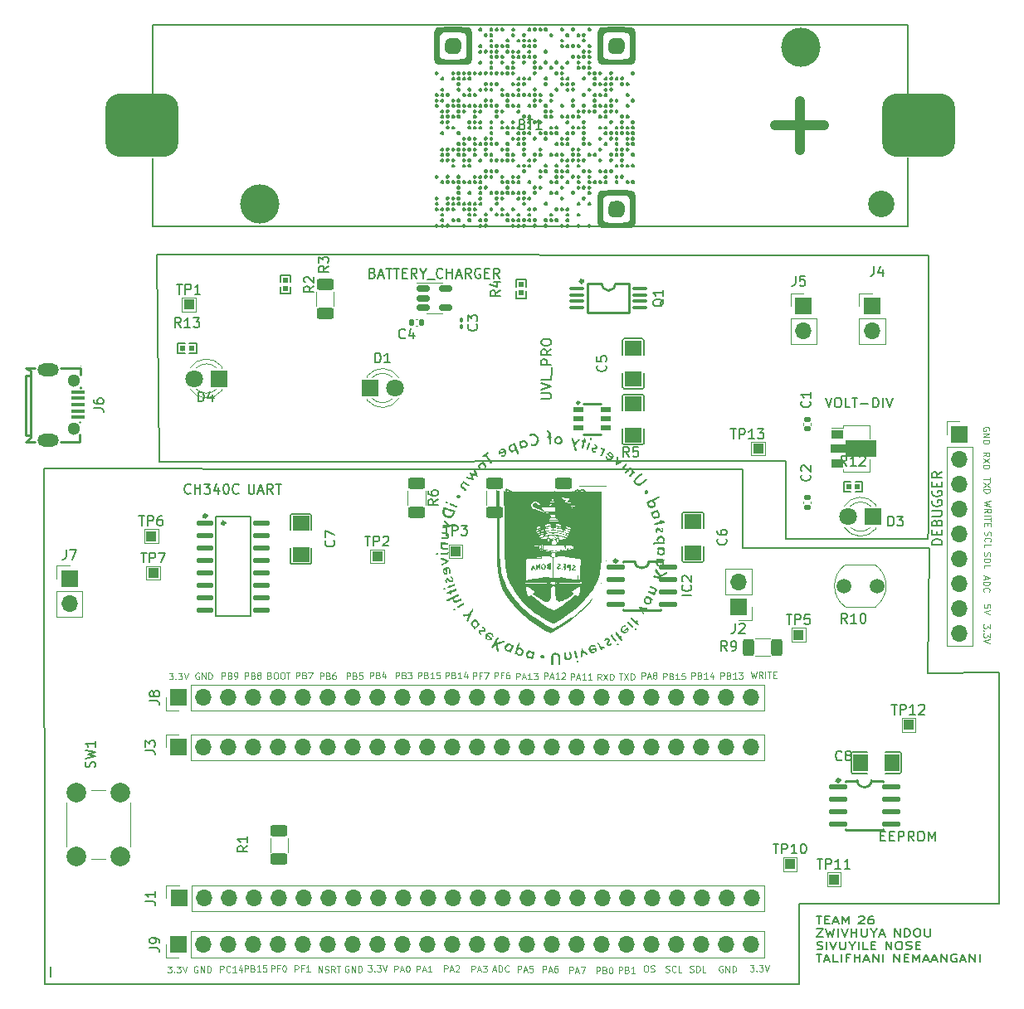
<source format=gts>
%TF.GenerationSoftware,KiCad,Pcbnew,(7.0.0)*%
%TF.CreationDate,2023-04-04T08:25:29+02:00*%
%TF.ProjectId,Main Schematic,4d61696e-2053-4636-9865-6d617469632e,rev?*%
%TF.SameCoordinates,Original*%
%TF.FileFunction,Soldermask,Top*%
%TF.FilePolarity,Negative*%
%FSLAX46Y46*%
G04 Gerber Fmt 4.6, Leading zero omitted, Abs format (unit mm)*
G04 Created by KiCad (PCBNEW (7.0.0)) date 2023-04-04 08:25:29*
%MOMM*%
%LPD*%
G01*
G04 APERTURE LIST*
G04 Aperture macros list*
%AMRoundRect*
0 Rectangle with rounded corners*
0 $1 Rounding radius*
0 $2 $3 $4 $5 $6 $7 $8 $9 X,Y pos of 4 corners*
0 Add a 4 corners polygon primitive as box body*
4,1,4,$2,$3,$4,$5,$6,$7,$8,$9,$2,$3,0*
0 Add four circle primitives for the rounded corners*
1,1,$1+$1,$2,$3*
1,1,$1+$1,$4,$5*
1,1,$1+$1,$6,$7*
1,1,$1+$1,$8,$9*
0 Add four rect primitives between the rounded corners*
20,1,$1+$1,$2,$3,$4,$5,0*
20,1,$1+$1,$4,$5,$6,$7,0*
20,1,$1+$1,$6,$7,$8,$9,0*
20,1,$1+$1,$8,$9,$2,$3,0*%
%AMFreePoly0*
4,1,9,3.862500,-0.866500,0.737500,-0.866500,0.737500,-0.450000,-0.737500,-0.450000,-0.737500,0.450000,0.737500,0.450000,0.737500,0.866500,3.862500,0.866500,3.862500,-0.866500,3.862500,-0.866500,$1*%
G04 Aperture macros list end*
%ADD10R,1.000000X0.550013*%
%ADD11R,1.700000X1.700000*%
%ADD12O,1.700000X1.700000*%
%ADD13C,4.000000*%
%ADD14C,2.700000*%
%ADD15RoundRect,1.625000X-2.125000X-1.625000X2.125000X-1.625000X2.125000X1.625000X-2.125000X1.625000X0*%
%ADD16R,1.727991X1.485014*%
%ADD17R,1.000000X1.000000*%
%ADD18RoundRect,0.100000X-0.100000X0.130000X-0.100000X-0.130000X0.100000X-0.130000X0.100000X0.130000X0*%
%ADD19RoundRect,0.150000X-0.512500X-0.150000X0.512500X-0.150000X0.512500X0.150000X-0.512500X0.150000X0*%
%ADD20RoundRect,0.250000X-0.312500X-0.625000X0.312500X-0.625000X0.312500X0.625000X-0.312500X0.625000X0*%
%ADD21R,0.540005X0.565659*%
%ADD22RoundRect,0.140000X-0.170000X0.140000X-0.170000X-0.140000X0.170000X-0.140000X0.170000X0.140000X0*%
%ADD23R,1.485014X1.727991*%
%ADD24RoundRect,0.250000X-0.625000X0.312500X-0.625000X-0.312500X0.625000X-0.312500X0.625000X0.312500X0*%
%ADD25O,1.950216X0.568402*%
%ADD26R,1.800000X1.800000*%
%ADD27C,1.800000*%
%ADD28RoundRect,0.140000X0.140000X0.170000X-0.140000X0.170000X-0.140000X-0.170000X0.140000X-0.170000X0*%
%ADD29R,0.565659X0.540005*%
%ADD30R,1.300000X0.900000*%
%ADD31FreePoly0,0.000000*%
%ADD32O,1.500000X0.400000*%
%ADD33R,1.400000X0.400000*%
%ADD34C,1.300000*%
%ADD35O,2.200000X1.300000*%
%ADD36O,1.745009X0.559995*%
%ADD37C,2.000000*%
%ADD38C,1.500000*%
%ADD39C,0.150000*%
%ADD40C,0.100000*%
%ADD41C,0.254000*%
%ADD42C,0.059995*%
%ADD43C,0.120000*%
%ADD44C,1.000000*%
%ADD45C,0.152400*%
%ADD46C,0.300000*%
G04 APERTURE END LIST*
D10*
%TO.C,UVL_PRO*%
X156812885Y-79109186D03*
X156812885Y-80059148D03*
X156812885Y-81009110D03*
X159612987Y-81009110D03*
X159612987Y-80059148D03*
X159612987Y-79109186D03*
%TD*%
D11*
%TO.C,J7*%
X104912885Y-96369186D03*
D12*
X104912885Y-98909186D03*
%TD*%
D13*
%TO.C,BT1*%
X124312886Y-58109187D03*
X179512886Y-42109187D03*
D14*
X187732886Y-58109187D03*
D15*
X191562886Y-50109187D03*
X112262886Y-50109187D03*
%TD*%
D16*
%TO.C,C6*%
X168528999Y-90540833D03*
X168528999Y-93725999D03*
%TD*%
%TO.C,C5*%
X162432999Y-76014582D03*
X162432999Y-72829416D03*
%TD*%
D17*
%TO.C,TP6*%
X113259999Y-92029999D03*
%TD*%
D18*
%TO.C,C3*%
X144907000Y-70002000D03*
X144907000Y-70642000D03*
%TD*%
D16*
%TO.C,C7*%
X128523999Y-90736416D03*
X128523999Y-93921582D03*
%TD*%
D11*
%TO.C,J2*%
X173169999Y-99249999D03*
D12*
X173169999Y-96709999D03*
%TD*%
D19*
%TO.C,BATTERY_CHARGER*%
X140982886Y-66779187D03*
X140982886Y-67729187D03*
X140982886Y-68679187D03*
X143257886Y-68679187D03*
X143257886Y-66779187D03*
%TD*%
D20*
%TO.C,R9*%
X174170000Y-103380000D03*
X177095000Y-103380000D03*
%TD*%
D21*
%TO.C,R2*%
X126980091Y-65893943D03*
X126980091Y-66759577D03*
%TD*%
D22*
%TO.C,C1*%
X180175386Y-80129187D03*
X180175386Y-81089187D03*
%TD*%
%TO.C,C2*%
X180175386Y-88109187D03*
X180175386Y-89069187D03*
%TD*%
D23*
%TO.C,C8*%
X188815165Y-115189999D03*
X185629999Y-115189999D03*
%TD*%
D24*
%TO.C,R7*%
X148312886Y-86646687D03*
X148312886Y-89571687D03*
%TD*%
D17*
%TO.C,TP13*%
X175175385Y-83109186D03*
%TD*%
D25*
%TO.C,EEPROM*%
X183314894Y-117604995D03*
X183314894Y-118874998D03*
X183314894Y-120145000D03*
X183314894Y-121415003D03*
X188725104Y-121415003D03*
X188725104Y-120145000D03*
X188725104Y-118874998D03*
X188725104Y-117604995D03*
%TD*%
D26*
%TO.C,D3*%
X186894999Y-90049999D03*
D27*
X184355000Y-90050000D03*
%TD*%
D11*
%TO.C,J3*%
X116052885Y-113599186D03*
D12*
X118592885Y-113599186D03*
X121132885Y-113599186D03*
X123672885Y-113599186D03*
X126212885Y-113599186D03*
X128752885Y-113599186D03*
X131292885Y-113599186D03*
X133832885Y-113599186D03*
X136372885Y-113599186D03*
X138912885Y-113599186D03*
X141452885Y-113599186D03*
X143992885Y-113599186D03*
X146532885Y-113599186D03*
X149072885Y-113599186D03*
X151612885Y-113599186D03*
X154152885Y-113599186D03*
X156692885Y-113599186D03*
X159232885Y-113599186D03*
X161772885Y-113599186D03*
X164312885Y-113599186D03*
X166852885Y-113599186D03*
X169392885Y-113599186D03*
X171932885Y-113599186D03*
X174472885Y-113599186D03*
%TD*%
D17*
%TO.C,TP10*%
X178439999Y-125529999D03*
%TD*%
D11*
%TO.C,J8*%
X116052885Y-108519186D03*
D12*
X118592885Y-108519186D03*
X121132885Y-108519186D03*
X123672885Y-108519186D03*
X126212885Y-108519186D03*
X128752885Y-108519186D03*
X131292885Y-108519186D03*
X133832885Y-108519186D03*
X136372885Y-108519186D03*
X138912885Y-108519186D03*
X141452885Y-108519186D03*
X143992885Y-108519186D03*
X146532885Y-108519186D03*
X149072885Y-108519186D03*
X151612885Y-108519186D03*
X154152885Y-108519186D03*
X156692885Y-108519186D03*
X159232885Y-108519186D03*
X161772885Y-108519186D03*
X164312885Y-108519186D03*
X166852885Y-108519186D03*
X169392885Y-108519186D03*
X171932885Y-108519186D03*
X174472885Y-108519186D03*
%TD*%
D24*
%TO.C,R1*%
X126312886Y-122109187D03*
X126312886Y-125034187D03*
%TD*%
D28*
%TO.C,C4*%
X140815000Y-70231000D03*
X139855000Y-70231000D03*
%TD*%
D17*
%TO.C,TP7*%
X113459999Y-95799999D03*
%TD*%
D24*
%TO.C,R8*%
X155312886Y-86646687D03*
X155312886Y-89571687D03*
%TD*%
D26*
%TO.C,D4*%
X120159999Y-75939999D03*
D27*
X117620000Y-75940000D03*
%TD*%
D26*
%TO.C,D1*%
X135572885Y-76909186D03*
D27*
X138112886Y-76909187D03*
%TD*%
D11*
%TO.C,J1*%
X116079999Y-129009999D03*
D12*
X118619999Y-129009999D03*
X121159999Y-129009999D03*
X123699999Y-129009999D03*
X126239999Y-129009999D03*
X128779999Y-129009999D03*
X131319999Y-129009999D03*
X133859999Y-129009999D03*
X136399999Y-129009999D03*
X138939999Y-129009999D03*
X141479999Y-129009999D03*
X144019999Y-129009999D03*
X146559999Y-129009999D03*
X149099999Y-129009999D03*
X151639999Y-129009999D03*
X154179999Y-129009999D03*
X156719999Y-129009999D03*
X159259999Y-129009999D03*
X161799999Y-129009999D03*
X164339999Y-129009999D03*
X166879999Y-129009999D03*
X169419999Y-129009999D03*
X171959999Y-129009999D03*
X174499999Y-129009999D03*
%TD*%
D17*
%TO.C,TP11*%
X182919999Y-127079999D03*
%TD*%
%TO.C,TP5*%
X179312885Y-102109186D03*
%TD*%
D11*
%TO.C,J4*%
X186812885Y-68569186D03*
D12*
X186812885Y-71109186D03*
%TD*%
D21*
%TO.C,R4*%
X150982885Y-67212003D03*
X150982885Y-66346369D03*
%TD*%
D29*
%TO.C,R12*%
X184419999Y-86969999D03*
X185285633Y-86969999D03*
%TD*%
D30*
%TO.C,VOLT-DIV*%
X183225385Y-81609186D03*
D31*
X183312886Y-83109187D03*
D30*
X183225385Y-84609186D03*
%TD*%
D11*
%TO.C,J5*%
X179812885Y-68569186D03*
D12*
X179812885Y-71109186D03*
%TD*%
D17*
%TO.C,TP12*%
X190519999Y-111309999D03*
%TD*%
D25*
%TO.C,IC2*%
X160607780Y-95204182D03*
X160607780Y-96474185D03*
X160607780Y-97744187D03*
X160607780Y-99014190D03*
X166017990Y-99014190D03*
X166017990Y-97744187D03*
X166017990Y-96474185D03*
X166017990Y-95204182D03*
%TD*%
D11*
%TO.C,DEBUGGER*%
X195719999Y-81619999D03*
D12*
X195719999Y-84159999D03*
X195719999Y-86699999D03*
X195719999Y-89239999D03*
X195719999Y-91779999D03*
X195719999Y-94319999D03*
X195719999Y-96859999D03*
X195719999Y-99399999D03*
X195719999Y-101939999D03*
%TD*%
D17*
%TO.C,TP1*%
X117099999Y-68399999D03*
%TD*%
%TO.C,TP3*%
X144312885Y-93571686D03*
%TD*%
D24*
%TO.C,R3*%
X130982886Y-66354187D03*
X130982886Y-69279187D03*
%TD*%
D29*
%TO.C,R13*%
X116489999Y-72859999D03*
X117355633Y-72859999D03*
%TD*%
D17*
%TO.C,TP4*%
X152312885Y-93571686D03*
%TD*%
D32*
%TO.C,Q1*%
X156682530Y-66753913D03*
X156682530Y-67404154D03*
X156682530Y-68054396D03*
X156682530Y-68704637D03*
X163083342Y-68704637D03*
X163083342Y-68054396D03*
X163083342Y-67404154D03*
X163083342Y-66753913D03*
%TD*%
D16*
%TO.C,R5*%
X162432999Y-81729582D03*
X162432999Y-78544416D03*
%TD*%
D33*
%TO.C,J6*%
X105742172Y-77313024D03*
X105742172Y-77963012D03*
X105742172Y-78612999D03*
X105742172Y-79262986D03*
X105742172Y-79912974D03*
D34*
X105369554Y-81037943D03*
D35*
X102699500Y-82212948D03*
X102699500Y-75013050D03*
D34*
X105369554Y-76188057D03*
%TD*%
D36*
%TO.C,CH340C UART*%
X118767901Y-90689171D03*
X118767901Y-91959174D03*
X118767901Y-93229176D03*
X118767901Y-94499179D03*
X118767901Y-95769181D03*
X118767901Y-97039184D03*
X118767901Y-98309186D03*
X118767901Y-99579189D03*
X124512885Y-99579189D03*
X124512885Y-98309186D03*
X124512885Y-97039184D03*
X124512885Y-95769181D03*
X124512885Y-94499179D03*
X124512885Y-93229176D03*
X124512885Y-91959174D03*
X124512885Y-90689171D03*
%TD*%
D37*
%TO.C,SW1*%
X110112886Y-118209187D03*
X110112886Y-124709187D03*
X105612886Y-118209187D03*
X105612886Y-124709187D03*
%TD*%
D38*
%TO.C,R10*%
X183912886Y-97109187D03*
X187312886Y-97109187D03*
%TD*%
D17*
%TO.C,TP2*%
X136312885Y-94109186D03*
%TD*%
D24*
%TO.C,R6*%
X140312886Y-86646687D03*
X140312886Y-89571687D03*
%TD*%
D11*
%TO.C,J9*%
X116052885Y-133730999D03*
D12*
X118592885Y-133730999D03*
X121132885Y-133730999D03*
X123672885Y-133730999D03*
X126212885Y-133730999D03*
X128752885Y-133730999D03*
X131292885Y-133730999D03*
X133832885Y-133730999D03*
X136372885Y-133730999D03*
X138912885Y-133730999D03*
X141452885Y-133730999D03*
X143992885Y-133730999D03*
X146532885Y-133730999D03*
X149072885Y-133730999D03*
X151612885Y-133730999D03*
X154152885Y-133730999D03*
X156692885Y-133730999D03*
X159232885Y-133730999D03*
X161772885Y-133730999D03*
X164312885Y-133730999D03*
X166852885Y-133730999D03*
X169392885Y-133730999D03*
X171932885Y-133730999D03*
X174472885Y-133730999D03*
%TD*%
D39*
X192659000Y-93218000D02*
X192500000Y-106010000D01*
X102362000Y-137795000D02*
X179324000Y-137795000D01*
X113792000Y-63246000D02*
X114046000Y-84455000D01*
X179324000Y-129540000D02*
X199771000Y-129540000D01*
X178020000Y-84400000D02*
X178030000Y-92330000D01*
X178030000Y-92330000D02*
X192520000Y-92330000D01*
X114046000Y-84455000D02*
X178020000Y-84400000D01*
X199771000Y-129540000D02*
X199771000Y-105918000D01*
X192532000Y-63373000D02*
X113792000Y-63246000D01*
X134874000Y-85217000D02*
X102290000Y-85150000D01*
X173609000Y-85217000D02*
X134874000Y-85217000D01*
X103000000Y-136000000D02*
X103000000Y-137000000D01*
X192659000Y-93218000D02*
X173609000Y-93218000D01*
X192532000Y-91313000D02*
X192532000Y-63373000D01*
X102290000Y-85150000D02*
X102362000Y-137795000D01*
X173609000Y-93218000D02*
X173609000Y-85217000D01*
X179324000Y-137795000D02*
X179324000Y-129540000D01*
X192520000Y-92330000D02*
X192532000Y-91313000D01*
X192500000Y-106010000D02*
X199771000Y-105918000D01*
D40*
X153334761Y-106618547D02*
X153334761Y-105968547D01*
X153334761Y-105968547D02*
X153582380Y-105968547D01*
X153582380Y-105968547D02*
X153644285Y-105999500D01*
X153644285Y-105999500D02*
X153675238Y-106030452D01*
X153675238Y-106030452D02*
X153706190Y-106092357D01*
X153706190Y-106092357D02*
X153706190Y-106185214D01*
X153706190Y-106185214D02*
X153675238Y-106247119D01*
X153675238Y-106247119D02*
X153644285Y-106278071D01*
X153644285Y-106278071D02*
X153582380Y-106309023D01*
X153582380Y-106309023D02*
X153334761Y-106309023D01*
X153953809Y-106432833D02*
X154263333Y-106432833D01*
X153891904Y-106618547D02*
X154108571Y-105968547D01*
X154108571Y-105968547D02*
X154325238Y-106618547D01*
X154882381Y-106618547D02*
X154510952Y-106618547D01*
X154696666Y-106618547D02*
X154696666Y-105968547D01*
X154696666Y-105968547D02*
X154634762Y-106061404D01*
X154634762Y-106061404D02*
X154572857Y-106123309D01*
X154572857Y-106123309D02*
X154510952Y-106154261D01*
X155130000Y-106030452D02*
X155160952Y-105999500D01*
X155160952Y-105999500D02*
X155222857Y-105968547D01*
X155222857Y-105968547D02*
X155377619Y-105968547D01*
X155377619Y-105968547D02*
X155439524Y-105999500D01*
X155439524Y-105999500D02*
X155470476Y-106030452D01*
X155470476Y-106030452D02*
X155501429Y-106092357D01*
X155501429Y-106092357D02*
X155501429Y-106154261D01*
X155501429Y-106154261D02*
X155470476Y-106247119D01*
X155470476Y-106247119D02*
X155099048Y-106618547D01*
X155099048Y-106618547D02*
X155501429Y-106618547D01*
X130464761Y-106638547D02*
X130464761Y-105988547D01*
X130464761Y-105988547D02*
X130712380Y-105988547D01*
X130712380Y-105988547D02*
X130774285Y-106019500D01*
X130774285Y-106019500D02*
X130805238Y-106050452D01*
X130805238Y-106050452D02*
X130836190Y-106112357D01*
X130836190Y-106112357D02*
X130836190Y-106205214D01*
X130836190Y-106205214D02*
X130805238Y-106267119D01*
X130805238Y-106267119D02*
X130774285Y-106298071D01*
X130774285Y-106298071D02*
X130712380Y-106329023D01*
X130712380Y-106329023D02*
X130464761Y-106329023D01*
X131331428Y-106298071D02*
X131424285Y-106329023D01*
X131424285Y-106329023D02*
X131455238Y-106359976D01*
X131455238Y-106359976D02*
X131486190Y-106421880D01*
X131486190Y-106421880D02*
X131486190Y-106514738D01*
X131486190Y-106514738D02*
X131455238Y-106576642D01*
X131455238Y-106576642D02*
X131424285Y-106607595D01*
X131424285Y-106607595D02*
X131362380Y-106638547D01*
X131362380Y-106638547D02*
X131114761Y-106638547D01*
X131114761Y-106638547D02*
X131114761Y-105988547D01*
X131114761Y-105988547D02*
X131331428Y-105988547D01*
X131331428Y-105988547D02*
X131393333Y-106019500D01*
X131393333Y-106019500D02*
X131424285Y-106050452D01*
X131424285Y-106050452D02*
X131455238Y-106112357D01*
X131455238Y-106112357D02*
X131455238Y-106174261D01*
X131455238Y-106174261D02*
X131424285Y-106236166D01*
X131424285Y-106236166D02*
X131393333Y-106267119D01*
X131393333Y-106267119D02*
X131331428Y-106298071D01*
X131331428Y-106298071D02*
X131114761Y-106298071D01*
X132043333Y-105988547D02*
X131919523Y-105988547D01*
X131919523Y-105988547D02*
X131857619Y-106019500D01*
X131857619Y-106019500D02*
X131826666Y-106050452D01*
X131826666Y-106050452D02*
X131764761Y-106143309D01*
X131764761Y-106143309D02*
X131733809Y-106267119D01*
X131733809Y-106267119D02*
X131733809Y-106514738D01*
X131733809Y-106514738D02*
X131764761Y-106576642D01*
X131764761Y-106576642D02*
X131795714Y-106607595D01*
X131795714Y-106607595D02*
X131857619Y-106638547D01*
X131857619Y-106638547D02*
X131981428Y-106638547D01*
X131981428Y-106638547D02*
X132043333Y-106607595D01*
X132043333Y-106607595D02*
X132074285Y-106576642D01*
X132074285Y-106576642D02*
X132105238Y-106514738D01*
X132105238Y-106514738D02*
X132105238Y-106359976D01*
X132105238Y-106359976D02*
X132074285Y-106298071D01*
X132074285Y-106298071D02*
X132043333Y-106267119D01*
X132043333Y-106267119D02*
X131981428Y-106236166D01*
X131981428Y-106236166D02*
X131857619Y-106236166D01*
X131857619Y-106236166D02*
X131795714Y-106267119D01*
X131795714Y-106267119D02*
X131764761Y-106298071D01*
X131764761Y-106298071D02*
X131733809Y-106359976D01*
X133184761Y-106618547D02*
X133184761Y-105968547D01*
X133184761Y-105968547D02*
X133432380Y-105968547D01*
X133432380Y-105968547D02*
X133494285Y-105999500D01*
X133494285Y-105999500D02*
X133525238Y-106030452D01*
X133525238Y-106030452D02*
X133556190Y-106092357D01*
X133556190Y-106092357D02*
X133556190Y-106185214D01*
X133556190Y-106185214D02*
X133525238Y-106247119D01*
X133525238Y-106247119D02*
X133494285Y-106278071D01*
X133494285Y-106278071D02*
X133432380Y-106309023D01*
X133432380Y-106309023D02*
X133184761Y-106309023D01*
X134051428Y-106278071D02*
X134144285Y-106309023D01*
X134144285Y-106309023D02*
X134175238Y-106339976D01*
X134175238Y-106339976D02*
X134206190Y-106401880D01*
X134206190Y-106401880D02*
X134206190Y-106494738D01*
X134206190Y-106494738D02*
X134175238Y-106556642D01*
X134175238Y-106556642D02*
X134144285Y-106587595D01*
X134144285Y-106587595D02*
X134082380Y-106618547D01*
X134082380Y-106618547D02*
X133834761Y-106618547D01*
X133834761Y-106618547D02*
X133834761Y-105968547D01*
X133834761Y-105968547D02*
X134051428Y-105968547D01*
X134051428Y-105968547D02*
X134113333Y-105999500D01*
X134113333Y-105999500D02*
X134144285Y-106030452D01*
X134144285Y-106030452D02*
X134175238Y-106092357D01*
X134175238Y-106092357D02*
X134175238Y-106154261D01*
X134175238Y-106154261D02*
X134144285Y-106216166D01*
X134144285Y-106216166D02*
X134113333Y-106247119D01*
X134113333Y-106247119D02*
X134051428Y-106278071D01*
X134051428Y-106278071D02*
X133834761Y-106278071D01*
X134794285Y-105968547D02*
X134484761Y-105968547D01*
X134484761Y-105968547D02*
X134453809Y-106278071D01*
X134453809Y-106278071D02*
X134484761Y-106247119D01*
X134484761Y-106247119D02*
X134546666Y-106216166D01*
X134546666Y-106216166D02*
X134701428Y-106216166D01*
X134701428Y-106216166D02*
X134763333Y-106247119D01*
X134763333Y-106247119D02*
X134794285Y-106278071D01*
X134794285Y-106278071D02*
X134825238Y-106339976D01*
X134825238Y-106339976D02*
X134825238Y-106494738D01*
X134825238Y-106494738D02*
X134794285Y-106556642D01*
X134794285Y-106556642D02*
X134763333Y-106587595D01*
X134763333Y-106587595D02*
X134701428Y-106618547D01*
X134701428Y-106618547D02*
X134546666Y-106618547D01*
X134546666Y-106618547D02*
X134484761Y-106587595D01*
X134484761Y-106587595D02*
X134453809Y-106556642D01*
X122804761Y-106605547D02*
X122804761Y-105955547D01*
X122804761Y-105955547D02*
X123052380Y-105955547D01*
X123052380Y-105955547D02*
X123114285Y-105986500D01*
X123114285Y-105986500D02*
X123145238Y-106017452D01*
X123145238Y-106017452D02*
X123176190Y-106079357D01*
X123176190Y-106079357D02*
X123176190Y-106172214D01*
X123176190Y-106172214D02*
X123145238Y-106234119D01*
X123145238Y-106234119D02*
X123114285Y-106265071D01*
X123114285Y-106265071D02*
X123052380Y-106296023D01*
X123052380Y-106296023D02*
X122804761Y-106296023D01*
X123671428Y-106265071D02*
X123764285Y-106296023D01*
X123764285Y-106296023D02*
X123795238Y-106326976D01*
X123795238Y-106326976D02*
X123826190Y-106388880D01*
X123826190Y-106388880D02*
X123826190Y-106481738D01*
X123826190Y-106481738D02*
X123795238Y-106543642D01*
X123795238Y-106543642D02*
X123764285Y-106574595D01*
X123764285Y-106574595D02*
X123702380Y-106605547D01*
X123702380Y-106605547D02*
X123454761Y-106605547D01*
X123454761Y-106605547D02*
X123454761Y-105955547D01*
X123454761Y-105955547D02*
X123671428Y-105955547D01*
X123671428Y-105955547D02*
X123733333Y-105986500D01*
X123733333Y-105986500D02*
X123764285Y-106017452D01*
X123764285Y-106017452D02*
X123795238Y-106079357D01*
X123795238Y-106079357D02*
X123795238Y-106141261D01*
X123795238Y-106141261D02*
X123764285Y-106203166D01*
X123764285Y-106203166D02*
X123733333Y-106234119D01*
X123733333Y-106234119D02*
X123671428Y-106265071D01*
X123671428Y-106265071D02*
X123454761Y-106265071D01*
X124197619Y-106234119D02*
X124135714Y-106203166D01*
X124135714Y-106203166D02*
X124104761Y-106172214D01*
X124104761Y-106172214D02*
X124073809Y-106110309D01*
X124073809Y-106110309D02*
X124073809Y-106079357D01*
X124073809Y-106079357D02*
X124104761Y-106017452D01*
X124104761Y-106017452D02*
X124135714Y-105986500D01*
X124135714Y-105986500D02*
X124197619Y-105955547D01*
X124197619Y-105955547D02*
X124321428Y-105955547D01*
X124321428Y-105955547D02*
X124383333Y-105986500D01*
X124383333Y-105986500D02*
X124414285Y-106017452D01*
X124414285Y-106017452D02*
X124445238Y-106079357D01*
X124445238Y-106079357D02*
X124445238Y-106110309D01*
X124445238Y-106110309D02*
X124414285Y-106172214D01*
X124414285Y-106172214D02*
X124383333Y-106203166D01*
X124383333Y-106203166D02*
X124321428Y-106234119D01*
X124321428Y-106234119D02*
X124197619Y-106234119D01*
X124197619Y-106234119D02*
X124135714Y-106265071D01*
X124135714Y-106265071D02*
X124104761Y-106296023D01*
X124104761Y-106296023D02*
X124073809Y-106357928D01*
X124073809Y-106357928D02*
X124073809Y-106481738D01*
X124073809Y-106481738D02*
X124104761Y-106543642D01*
X124104761Y-106543642D02*
X124135714Y-106574595D01*
X124135714Y-106574595D02*
X124197619Y-106605547D01*
X124197619Y-106605547D02*
X124321428Y-106605547D01*
X124321428Y-106605547D02*
X124383333Y-106574595D01*
X124383333Y-106574595D02*
X124414285Y-106543642D01*
X124414285Y-106543642D02*
X124445238Y-106481738D01*
X124445238Y-106481738D02*
X124445238Y-106357928D01*
X124445238Y-106357928D02*
X124414285Y-106296023D01*
X124414285Y-106296023D02*
X124383333Y-106265071D01*
X124383333Y-106265071D02*
X124321428Y-106234119D01*
X158684761Y-136698547D02*
X158684761Y-136048547D01*
X158684761Y-136048547D02*
X158932380Y-136048547D01*
X158932380Y-136048547D02*
X158994285Y-136079500D01*
X158994285Y-136079500D02*
X159025238Y-136110452D01*
X159025238Y-136110452D02*
X159056190Y-136172357D01*
X159056190Y-136172357D02*
X159056190Y-136265214D01*
X159056190Y-136265214D02*
X159025238Y-136327119D01*
X159025238Y-136327119D02*
X158994285Y-136358071D01*
X158994285Y-136358071D02*
X158932380Y-136389023D01*
X158932380Y-136389023D02*
X158684761Y-136389023D01*
X159551428Y-136358071D02*
X159644285Y-136389023D01*
X159644285Y-136389023D02*
X159675238Y-136419976D01*
X159675238Y-136419976D02*
X159706190Y-136481880D01*
X159706190Y-136481880D02*
X159706190Y-136574738D01*
X159706190Y-136574738D02*
X159675238Y-136636642D01*
X159675238Y-136636642D02*
X159644285Y-136667595D01*
X159644285Y-136667595D02*
X159582380Y-136698547D01*
X159582380Y-136698547D02*
X159334761Y-136698547D01*
X159334761Y-136698547D02*
X159334761Y-136048547D01*
X159334761Y-136048547D02*
X159551428Y-136048547D01*
X159551428Y-136048547D02*
X159613333Y-136079500D01*
X159613333Y-136079500D02*
X159644285Y-136110452D01*
X159644285Y-136110452D02*
X159675238Y-136172357D01*
X159675238Y-136172357D02*
X159675238Y-136234261D01*
X159675238Y-136234261D02*
X159644285Y-136296166D01*
X159644285Y-136296166D02*
X159613333Y-136327119D01*
X159613333Y-136327119D02*
X159551428Y-136358071D01*
X159551428Y-136358071D02*
X159334761Y-136358071D01*
X160108571Y-136048547D02*
X160170476Y-136048547D01*
X160170476Y-136048547D02*
X160232380Y-136079500D01*
X160232380Y-136079500D02*
X160263333Y-136110452D01*
X160263333Y-136110452D02*
X160294285Y-136172357D01*
X160294285Y-136172357D02*
X160325238Y-136296166D01*
X160325238Y-136296166D02*
X160325238Y-136450928D01*
X160325238Y-136450928D02*
X160294285Y-136574738D01*
X160294285Y-136574738D02*
X160263333Y-136636642D01*
X160263333Y-136636642D02*
X160232380Y-136667595D01*
X160232380Y-136667595D02*
X160170476Y-136698547D01*
X160170476Y-136698547D02*
X160108571Y-136698547D01*
X160108571Y-136698547D02*
X160046666Y-136667595D01*
X160046666Y-136667595D02*
X160015714Y-136636642D01*
X160015714Y-136636642D02*
X159984761Y-136574738D01*
X159984761Y-136574738D02*
X159953809Y-136450928D01*
X159953809Y-136450928D02*
X159953809Y-136296166D01*
X159953809Y-136296166D02*
X159984761Y-136172357D01*
X159984761Y-136172357D02*
X160015714Y-136110452D01*
X160015714Y-136110452D02*
X160046666Y-136079500D01*
X160046666Y-136079500D02*
X160108571Y-136048547D01*
X198861452Y-99354285D02*
X198861452Y-99044761D01*
X198861452Y-99044761D02*
X198551928Y-99013809D01*
X198551928Y-99013809D02*
X198582880Y-99044761D01*
X198582880Y-99044761D02*
X198613833Y-99106666D01*
X198613833Y-99106666D02*
X198613833Y-99261428D01*
X198613833Y-99261428D02*
X198582880Y-99323333D01*
X198582880Y-99323333D02*
X198551928Y-99354285D01*
X198551928Y-99354285D02*
X198490023Y-99385238D01*
X198490023Y-99385238D02*
X198335261Y-99385238D01*
X198335261Y-99385238D02*
X198273357Y-99354285D01*
X198273357Y-99354285D02*
X198242404Y-99323333D01*
X198242404Y-99323333D02*
X198211452Y-99261428D01*
X198211452Y-99261428D02*
X198211452Y-99106666D01*
X198211452Y-99106666D02*
X198242404Y-99044761D01*
X198242404Y-99044761D02*
X198273357Y-99013809D01*
X198861452Y-99570952D02*
X198211452Y-99787619D01*
X198211452Y-99787619D02*
X198861452Y-100004286D01*
X125341428Y-106268071D02*
X125434285Y-106299023D01*
X125434285Y-106299023D02*
X125465238Y-106329976D01*
X125465238Y-106329976D02*
X125496190Y-106391880D01*
X125496190Y-106391880D02*
X125496190Y-106484738D01*
X125496190Y-106484738D02*
X125465238Y-106546642D01*
X125465238Y-106546642D02*
X125434285Y-106577595D01*
X125434285Y-106577595D02*
X125372380Y-106608547D01*
X125372380Y-106608547D02*
X125124761Y-106608547D01*
X125124761Y-106608547D02*
X125124761Y-105958547D01*
X125124761Y-105958547D02*
X125341428Y-105958547D01*
X125341428Y-105958547D02*
X125403333Y-105989500D01*
X125403333Y-105989500D02*
X125434285Y-106020452D01*
X125434285Y-106020452D02*
X125465238Y-106082357D01*
X125465238Y-106082357D02*
X125465238Y-106144261D01*
X125465238Y-106144261D02*
X125434285Y-106206166D01*
X125434285Y-106206166D02*
X125403333Y-106237119D01*
X125403333Y-106237119D02*
X125341428Y-106268071D01*
X125341428Y-106268071D02*
X125124761Y-106268071D01*
X125898571Y-105958547D02*
X126022380Y-105958547D01*
X126022380Y-105958547D02*
X126084285Y-105989500D01*
X126084285Y-105989500D02*
X126146190Y-106051404D01*
X126146190Y-106051404D02*
X126177142Y-106175214D01*
X126177142Y-106175214D02*
X126177142Y-106391880D01*
X126177142Y-106391880D02*
X126146190Y-106515690D01*
X126146190Y-106515690D02*
X126084285Y-106577595D01*
X126084285Y-106577595D02*
X126022380Y-106608547D01*
X126022380Y-106608547D02*
X125898571Y-106608547D01*
X125898571Y-106608547D02*
X125836666Y-106577595D01*
X125836666Y-106577595D02*
X125774761Y-106515690D01*
X125774761Y-106515690D02*
X125743809Y-106391880D01*
X125743809Y-106391880D02*
X125743809Y-106175214D01*
X125743809Y-106175214D02*
X125774761Y-106051404D01*
X125774761Y-106051404D02*
X125836666Y-105989500D01*
X125836666Y-105989500D02*
X125898571Y-105958547D01*
X126579523Y-105958547D02*
X126703332Y-105958547D01*
X126703332Y-105958547D02*
X126765237Y-105989500D01*
X126765237Y-105989500D02*
X126827142Y-106051404D01*
X126827142Y-106051404D02*
X126858094Y-106175214D01*
X126858094Y-106175214D02*
X126858094Y-106391880D01*
X126858094Y-106391880D02*
X126827142Y-106515690D01*
X126827142Y-106515690D02*
X126765237Y-106577595D01*
X126765237Y-106577595D02*
X126703332Y-106608547D01*
X126703332Y-106608547D02*
X126579523Y-106608547D01*
X126579523Y-106608547D02*
X126517618Y-106577595D01*
X126517618Y-106577595D02*
X126455713Y-106515690D01*
X126455713Y-106515690D02*
X126424761Y-106391880D01*
X126424761Y-106391880D02*
X126424761Y-106175214D01*
X126424761Y-106175214D02*
X126455713Y-106051404D01*
X126455713Y-106051404D02*
X126517618Y-105989500D01*
X126517618Y-105989500D02*
X126579523Y-105958547D01*
X127043808Y-105958547D02*
X127415237Y-105958547D01*
X127229523Y-106608547D02*
X127229523Y-105958547D01*
X130334761Y-136598547D02*
X130334761Y-135948547D01*
X130334761Y-135948547D02*
X130706190Y-136598547D01*
X130706190Y-136598547D02*
X130706190Y-135948547D01*
X130984761Y-136567595D02*
X131077618Y-136598547D01*
X131077618Y-136598547D02*
X131232380Y-136598547D01*
X131232380Y-136598547D02*
X131294285Y-136567595D01*
X131294285Y-136567595D02*
X131325237Y-136536642D01*
X131325237Y-136536642D02*
X131356190Y-136474738D01*
X131356190Y-136474738D02*
X131356190Y-136412833D01*
X131356190Y-136412833D02*
X131325237Y-136350928D01*
X131325237Y-136350928D02*
X131294285Y-136319976D01*
X131294285Y-136319976D02*
X131232380Y-136289023D01*
X131232380Y-136289023D02*
X131108571Y-136258071D01*
X131108571Y-136258071D02*
X131046666Y-136227119D01*
X131046666Y-136227119D02*
X131015713Y-136196166D01*
X131015713Y-136196166D02*
X130984761Y-136134261D01*
X130984761Y-136134261D02*
X130984761Y-136072357D01*
X130984761Y-136072357D02*
X131015713Y-136010452D01*
X131015713Y-136010452D02*
X131046666Y-135979500D01*
X131046666Y-135979500D02*
X131108571Y-135948547D01*
X131108571Y-135948547D02*
X131263332Y-135948547D01*
X131263332Y-135948547D02*
X131356190Y-135979500D01*
X132006190Y-136598547D02*
X131789523Y-136289023D01*
X131634761Y-136598547D02*
X131634761Y-135948547D01*
X131634761Y-135948547D02*
X131882380Y-135948547D01*
X131882380Y-135948547D02*
X131944285Y-135979500D01*
X131944285Y-135979500D02*
X131975238Y-136010452D01*
X131975238Y-136010452D02*
X132006190Y-136072357D01*
X132006190Y-136072357D02*
X132006190Y-136165214D01*
X132006190Y-136165214D02*
X131975238Y-136227119D01*
X131975238Y-136227119D02*
X131944285Y-136258071D01*
X131944285Y-136258071D02*
X131882380Y-136289023D01*
X131882380Y-136289023D02*
X131634761Y-136289023D01*
X132191904Y-135948547D02*
X132563333Y-135948547D01*
X132377619Y-136598547D02*
X132377619Y-135948547D01*
X198242404Y-93693809D02*
X198211452Y-93786666D01*
X198211452Y-93786666D02*
X198211452Y-93941428D01*
X198211452Y-93941428D02*
X198242404Y-94003333D01*
X198242404Y-94003333D02*
X198273357Y-94034285D01*
X198273357Y-94034285D02*
X198335261Y-94065238D01*
X198335261Y-94065238D02*
X198397166Y-94065238D01*
X198397166Y-94065238D02*
X198459071Y-94034285D01*
X198459071Y-94034285D02*
X198490023Y-94003333D01*
X198490023Y-94003333D02*
X198520976Y-93941428D01*
X198520976Y-93941428D02*
X198551928Y-93817619D01*
X198551928Y-93817619D02*
X198582880Y-93755714D01*
X198582880Y-93755714D02*
X198613833Y-93724761D01*
X198613833Y-93724761D02*
X198675738Y-93693809D01*
X198675738Y-93693809D02*
X198737642Y-93693809D01*
X198737642Y-93693809D02*
X198799547Y-93724761D01*
X198799547Y-93724761D02*
X198830500Y-93755714D01*
X198830500Y-93755714D02*
X198861452Y-93817619D01*
X198861452Y-93817619D02*
X198861452Y-93972380D01*
X198861452Y-93972380D02*
X198830500Y-94065238D01*
X198211452Y-94343809D02*
X198861452Y-94343809D01*
X198861452Y-94343809D02*
X198861452Y-94498571D01*
X198861452Y-94498571D02*
X198830500Y-94591428D01*
X198830500Y-94591428D02*
X198768595Y-94653333D01*
X198768595Y-94653333D02*
X198706690Y-94684286D01*
X198706690Y-94684286D02*
X198582880Y-94715238D01*
X198582880Y-94715238D02*
X198490023Y-94715238D01*
X198490023Y-94715238D02*
X198366214Y-94684286D01*
X198366214Y-94684286D02*
X198304309Y-94653333D01*
X198304309Y-94653333D02*
X198242404Y-94591428D01*
X198242404Y-94591428D02*
X198211452Y-94498571D01*
X198211452Y-94498571D02*
X198211452Y-94343809D01*
X198211452Y-95303333D02*
X198211452Y-94993809D01*
X198211452Y-94993809D02*
X198861452Y-94993809D01*
X120424761Y-106598547D02*
X120424761Y-105948547D01*
X120424761Y-105948547D02*
X120672380Y-105948547D01*
X120672380Y-105948547D02*
X120734285Y-105979500D01*
X120734285Y-105979500D02*
X120765238Y-106010452D01*
X120765238Y-106010452D02*
X120796190Y-106072357D01*
X120796190Y-106072357D02*
X120796190Y-106165214D01*
X120796190Y-106165214D02*
X120765238Y-106227119D01*
X120765238Y-106227119D02*
X120734285Y-106258071D01*
X120734285Y-106258071D02*
X120672380Y-106289023D01*
X120672380Y-106289023D02*
X120424761Y-106289023D01*
X121291428Y-106258071D02*
X121384285Y-106289023D01*
X121384285Y-106289023D02*
X121415238Y-106319976D01*
X121415238Y-106319976D02*
X121446190Y-106381880D01*
X121446190Y-106381880D02*
X121446190Y-106474738D01*
X121446190Y-106474738D02*
X121415238Y-106536642D01*
X121415238Y-106536642D02*
X121384285Y-106567595D01*
X121384285Y-106567595D02*
X121322380Y-106598547D01*
X121322380Y-106598547D02*
X121074761Y-106598547D01*
X121074761Y-106598547D02*
X121074761Y-105948547D01*
X121074761Y-105948547D02*
X121291428Y-105948547D01*
X121291428Y-105948547D02*
X121353333Y-105979500D01*
X121353333Y-105979500D02*
X121384285Y-106010452D01*
X121384285Y-106010452D02*
X121415238Y-106072357D01*
X121415238Y-106072357D02*
X121415238Y-106134261D01*
X121415238Y-106134261D02*
X121384285Y-106196166D01*
X121384285Y-106196166D02*
X121353333Y-106227119D01*
X121353333Y-106227119D02*
X121291428Y-106258071D01*
X121291428Y-106258071D02*
X121074761Y-106258071D01*
X121755714Y-106598547D02*
X121879523Y-106598547D01*
X121879523Y-106598547D02*
X121941428Y-106567595D01*
X121941428Y-106567595D02*
X121972380Y-106536642D01*
X121972380Y-106536642D02*
X122034285Y-106443785D01*
X122034285Y-106443785D02*
X122065238Y-106319976D01*
X122065238Y-106319976D02*
X122065238Y-106072357D01*
X122065238Y-106072357D02*
X122034285Y-106010452D01*
X122034285Y-106010452D02*
X122003333Y-105979500D01*
X122003333Y-105979500D02*
X121941428Y-105948547D01*
X121941428Y-105948547D02*
X121817619Y-105948547D01*
X121817619Y-105948547D02*
X121755714Y-105979500D01*
X121755714Y-105979500D02*
X121724761Y-106010452D01*
X121724761Y-106010452D02*
X121693809Y-106072357D01*
X121693809Y-106072357D02*
X121693809Y-106227119D01*
X121693809Y-106227119D02*
X121724761Y-106289023D01*
X121724761Y-106289023D02*
X121755714Y-106319976D01*
X121755714Y-106319976D02*
X121817619Y-106350928D01*
X121817619Y-106350928D02*
X121941428Y-106350928D01*
X121941428Y-106350928D02*
X122003333Y-106319976D01*
X122003333Y-106319976D02*
X122034285Y-106289023D01*
X122034285Y-106289023D02*
X122065238Y-106227119D01*
X120294761Y-136558547D02*
X120294761Y-135908547D01*
X120294761Y-135908547D02*
X120542380Y-135908547D01*
X120542380Y-135908547D02*
X120604285Y-135939500D01*
X120604285Y-135939500D02*
X120635238Y-135970452D01*
X120635238Y-135970452D02*
X120666190Y-136032357D01*
X120666190Y-136032357D02*
X120666190Y-136125214D01*
X120666190Y-136125214D02*
X120635238Y-136187119D01*
X120635238Y-136187119D02*
X120604285Y-136218071D01*
X120604285Y-136218071D02*
X120542380Y-136249023D01*
X120542380Y-136249023D02*
X120294761Y-136249023D01*
X121316190Y-136496642D02*
X121285238Y-136527595D01*
X121285238Y-136527595D02*
X121192380Y-136558547D01*
X121192380Y-136558547D02*
X121130476Y-136558547D01*
X121130476Y-136558547D02*
X121037619Y-136527595D01*
X121037619Y-136527595D02*
X120975714Y-136465690D01*
X120975714Y-136465690D02*
X120944761Y-136403785D01*
X120944761Y-136403785D02*
X120913809Y-136279976D01*
X120913809Y-136279976D02*
X120913809Y-136187119D01*
X120913809Y-136187119D02*
X120944761Y-136063309D01*
X120944761Y-136063309D02*
X120975714Y-136001404D01*
X120975714Y-136001404D02*
X121037619Y-135939500D01*
X121037619Y-135939500D02*
X121130476Y-135908547D01*
X121130476Y-135908547D02*
X121192380Y-135908547D01*
X121192380Y-135908547D02*
X121285238Y-135939500D01*
X121285238Y-135939500D02*
X121316190Y-135970452D01*
X121935238Y-136558547D02*
X121563809Y-136558547D01*
X121749523Y-136558547D02*
X121749523Y-135908547D01*
X121749523Y-135908547D02*
X121687619Y-136001404D01*
X121687619Y-136001404D02*
X121625714Y-136063309D01*
X121625714Y-136063309D02*
X121563809Y-136094261D01*
X122492381Y-136125214D02*
X122492381Y-136558547D01*
X122337619Y-135877595D02*
X122182857Y-136341880D01*
X122182857Y-136341880D02*
X122585238Y-136341880D01*
X171555238Y-135939500D02*
X171493333Y-135908547D01*
X171493333Y-135908547D02*
X171400476Y-135908547D01*
X171400476Y-135908547D02*
X171307619Y-135939500D01*
X171307619Y-135939500D02*
X171245714Y-136001404D01*
X171245714Y-136001404D02*
X171214761Y-136063309D01*
X171214761Y-136063309D02*
X171183809Y-136187119D01*
X171183809Y-136187119D02*
X171183809Y-136279976D01*
X171183809Y-136279976D02*
X171214761Y-136403785D01*
X171214761Y-136403785D02*
X171245714Y-136465690D01*
X171245714Y-136465690D02*
X171307619Y-136527595D01*
X171307619Y-136527595D02*
X171400476Y-136558547D01*
X171400476Y-136558547D02*
X171462380Y-136558547D01*
X171462380Y-136558547D02*
X171555238Y-136527595D01*
X171555238Y-136527595D02*
X171586190Y-136496642D01*
X171586190Y-136496642D02*
X171586190Y-136279976D01*
X171586190Y-136279976D02*
X171462380Y-136279976D01*
X171864761Y-136558547D02*
X171864761Y-135908547D01*
X171864761Y-135908547D02*
X172236190Y-136558547D01*
X172236190Y-136558547D02*
X172236190Y-135908547D01*
X172545713Y-136558547D02*
X172545713Y-135908547D01*
X172545713Y-135908547D02*
X172700475Y-135908547D01*
X172700475Y-135908547D02*
X172793332Y-135939500D01*
X172793332Y-135939500D02*
X172855237Y-136001404D01*
X172855237Y-136001404D02*
X172886190Y-136063309D01*
X172886190Y-136063309D02*
X172917142Y-136187119D01*
X172917142Y-136187119D02*
X172917142Y-136279976D01*
X172917142Y-136279976D02*
X172886190Y-136403785D01*
X172886190Y-136403785D02*
X172855237Y-136465690D01*
X172855237Y-136465690D02*
X172793332Y-136527595D01*
X172793332Y-136527595D02*
X172700475Y-136558547D01*
X172700475Y-136558547D02*
X172545713Y-136558547D01*
X117985238Y-135979500D02*
X117923333Y-135948547D01*
X117923333Y-135948547D02*
X117830476Y-135948547D01*
X117830476Y-135948547D02*
X117737619Y-135979500D01*
X117737619Y-135979500D02*
X117675714Y-136041404D01*
X117675714Y-136041404D02*
X117644761Y-136103309D01*
X117644761Y-136103309D02*
X117613809Y-136227119D01*
X117613809Y-136227119D02*
X117613809Y-136319976D01*
X117613809Y-136319976D02*
X117644761Y-136443785D01*
X117644761Y-136443785D02*
X117675714Y-136505690D01*
X117675714Y-136505690D02*
X117737619Y-136567595D01*
X117737619Y-136567595D02*
X117830476Y-136598547D01*
X117830476Y-136598547D02*
X117892380Y-136598547D01*
X117892380Y-136598547D02*
X117985238Y-136567595D01*
X117985238Y-136567595D02*
X118016190Y-136536642D01*
X118016190Y-136536642D02*
X118016190Y-136319976D01*
X118016190Y-136319976D02*
X117892380Y-136319976D01*
X118294761Y-136598547D02*
X118294761Y-135948547D01*
X118294761Y-135948547D02*
X118666190Y-136598547D01*
X118666190Y-136598547D02*
X118666190Y-135948547D01*
X118975713Y-136598547D02*
X118975713Y-135948547D01*
X118975713Y-135948547D02*
X119130475Y-135948547D01*
X119130475Y-135948547D02*
X119223332Y-135979500D01*
X119223332Y-135979500D02*
X119285237Y-136041404D01*
X119285237Y-136041404D02*
X119316190Y-136103309D01*
X119316190Y-136103309D02*
X119347142Y-136227119D01*
X119347142Y-136227119D02*
X119347142Y-136319976D01*
X119347142Y-136319976D02*
X119316190Y-136443785D01*
X119316190Y-136443785D02*
X119285237Y-136505690D01*
X119285237Y-136505690D02*
X119223332Y-136567595D01*
X119223332Y-136567595D02*
X119130475Y-136598547D01*
X119130475Y-136598547D02*
X118975713Y-136598547D01*
X135362857Y-135878547D02*
X135765238Y-135878547D01*
X135765238Y-135878547D02*
X135548571Y-136126166D01*
X135548571Y-136126166D02*
X135641428Y-136126166D01*
X135641428Y-136126166D02*
X135703333Y-136157119D01*
X135703333Y-136157119D02*
X135734285Y-136188071D01*
X135734285Y-136188071D02*
X135765238Y-136249976D01*
X135765238Y-136249976D02*
X135765238Y-136404738D01*
X135765238Y-136404738D02*
X135734285Y-136466642D01*
X135734285Y-136466642D02*
X135703333Y-136497595D01*
X135703333Y-136497595D02*
X135641428Y-136528547D01*
X135641428Y-136528547D02*
X135455714Y-136528547D01*
X135455714Y-136528547D02*
X135393809Y-136497595D01*
X135393809Y-136497595D02*
X135362857Y-136466642D01*
X136043809Y-136466642D02*
X136074762Y-136497595D01*
X136074762Y-136497595D02*
X136043809Y-136528547D01*
X136043809Y-136528547D02*
X136012857Y-136497595D01*
X136012857Y-136497595D02*
X136043809Y-136466642D01*
X136043809Y-136466642D02*
X136043809Y-136528547D01*
X136291429Y-135878547D02*
X136693810Y-135878547D01*
X136693810Y-135878547D02*
X136477143Y-136126166D01*
X136477143Y-136126166D02*
X136570000Y-136126166D01*
X136570000Y-136126166D02*
X136631905Y-136157119D01*
X136631905Y-136157119D02*
X136662857Y-136188071D01*
X136662857Y-136188071D02*
X136693810Y-136249976D01*
X136693810Y-136249976D02*
X136693810Y-136404738D01*
X136693810Y-136404738D02*
X136662857Y-136466642D01*
X136662857Y-136466642D02*
X136631905Y-136497595D01*
X136631905Y-136497595D02*
X136570000Y-136528547D01*
X136570000Y-136528547D02*
X136384286Y-136528547D01*
X136384286Y-136528547D02*
X136322381Y-136497595D01*
X136322381Y-136497595D02*
X136291429Y-136466642D01*
X136879524Y-135878547D02*
X137096191Y-136528547D01*
X137096191Y-136528547D02*
X137312858Y-135878547D01*
X168384761Y-106598547D02*
X168384761Y-105948547D01*
X168384761Y-105948547D02*
X168632380Y-105948547D01*
X168632380Y-105948547D02*
X168694285Y-105979500D01*
X168694285Y-105979500D02*
X168725238Y-106010452D01*
X168725238Y-106010452D02*
X168756190Y-106072357D01*
X168756190Y-106072357D02*
X168756190Y-106165214D01*
X168756190Y-106165214D02*
X168725238Y-106227119D01*
X168725238Y-106227119D02*
X168694285Y-106258071D01*
X168694285Y-106258071D02*
X168632380Y-106289023D01*
X168632380Y-106289023D02*
X168384761Y-106289023D01*
X169251428Y-106258071D02*
X169344285Y-106289023D01*
X169344285Y-106289023D02*
X169375238Y-106319976D01*
X169375238Y-106319976D02*
X169406190Y-106381880D01*
X169406190Y-106381880D02*
X169406190Y-106474738D01*
X169406190Y-106474738D02*
X169375238Y-106536642D01*
X169375238Y-106536642D02*
X169344285Y-106567595D01*
X169344285Y-106567595D02*
X169282380Y-106598547D01*
X169282380Y-106598547D02*
X169034761Y-106598547D01*
X169034761Y-106598547D02*
X169034761Y-105948547D01*
X169034761Y-105948547D02*
X169251428Y-105948547D01*
X169251428Y-105948547D02*
X169313333Y-105979500D01*
X169313333Y-105979500D02*
X169344285Y-106010452D01*
X169344285Y-106010452D02*
X169375238Y-106072357D01*
X169375238Y-106072357D02*
X169375238Y-106134261D01*
X169375238Y-106134261D02*
X169344285Y-106196166D01*
X169344285Y-106196166D02*
X169313333Y-106227119D01*
X169313333Y-106227119D02*
X169251428Y-106258071D01*
X169251428Y-106258071D02*
X169034761Y-106258071D01*
X170025238Y-106598547D02*
X169653809Y-106598547D01*
X169839523Y-106598547D02*
X169839523Y-105948547D01*
X169839523Y-105948547D02*
X169777619Y-106041404D01*
X169777619Y-106041404D02*
X169715714Y-106103309D01*
X169715714Y-106103309D02*
X169653809Y-106134261D01*
X170582381Y-106165214D02*
X170582381Y-106598547D01*
X170427619Y-105917595D02*
X170272857Y-106381880D01*
X170272857Y-106381880D02*
X170675238Y-106381880D01*
X118115238Y-106019500D02*
X118053333Y-105988547D01*
X118053333Y-105988547D02*
X117960476Y-105988547D01*
X117960476Y-105988547D02*
X117867619Y-106019500D01*
X117867619Y-106019500D02*
X117805714Y-106081404D01*
X117805714Y-106081404D02*
X117774761Y-106143309D01*
X117774761Y-106143309D02*
X117743809Y-106267119D01*
X117743809Y-106267119D02*
X117743809Y-106359976D01*
X117743809Y-106359976D02*
X117774761Y-106483785D01*
X117774761Y-106483785D02*
X117805714Y-106545690D01*
X117805714Y-106545690D02*
X117867619Y-106607595D01*
X117867619Y-106607595D02*
X117960476Y-106638547D01*
X117960476Y-106638547D02*
X118022380Y-106638547D01*
X118022380Y-106638547D02*
X118115238Y-106607595D01*
X118115238Y-106607595D02*
X118146190Y-106576642D01*
X118146190Y-106576642D02*
X118146190Y-106359976D01*
X118146190Y-106359976D02*
X118022380Y-106359976D01*
X118424761Y-106638547D02*
X118424761Y-105988547D01*
X118424761Y-105988547D02*
X118796190Y-106638547D01*
X118796190Y-106638547D02*
X118796190Y-105988547D01*
X119105713Y-106638547D02*
X119105713Y-105988547D01*
X119105713Y-105988547D02*
X119260475Y-105988547D01*
X119260475Y-105988547D02*
X119353332Y-106019500D01*
X119353332Y-106019500D02*
X119415237Y-106081404D01*
X119415237Y-106081404D02*
X119446190Y-106143309D01*
X119446190Y-106143309D02*
X119477142Y-106267119D01*
X119477142Y-106267119D02*
X119477142Y-106359976D01*
X119477142Y-106359976D02*
X119446190Y-106483785D01*
X119446190Y-106483785D02*
X119415237Y-106545690D01*
X119415237Y-106545690D02*
X119353332Y-106607595D01*
X119353332Y-106607595D02*
X119260475Y-106638547D01*
X119260475Y-106638547D02*
X119105713Y-106638547D01*
X155924761Y-136692019D02*
X155924761Y-136012019D01*
X155924761Y-136012019D02*
X156172380Y-136012019D01*
X156172380Y-136012019D02*
X156234285Y-136044400D01*
X156234285Y-136044400D02*
X156265238Y-136076780D01*
X156265238Y-136076780D02*
X156296190Y-136141542D01*
X156296190Y-136141542D02*
X156296190Y-136238685D01*
X156296190Y-136238685D02*
X156265238Y-136303447D01*
X156265238Y-136303447D02*
X156234285Y-136335828D01*
X156234285Y-136335828D02*
X156172380Y-136368209D01*
X156172380Y-136368209D02*
X155924761Y-136368209D01*
X156543809Y-136497733D02*
X156853333Y-136497733D01*
X156481904Y-136692019D02*
X156698571Y-136012019D01*
X156698571Y-136012019D02*
X156915238Y-136692019D01*
X157070000Y-136012019D02*
X157503333Y-136012019D01*
X157503333Y-136012019D02*
X157224762Y-136692019D01*
X138064761Y-136538547D02*
X138064761Y-135888547D01*
X138064761Y-135888547D02*
X138312380Y-135888547D01*
X138312380Y-135888547D02*
X138374285Y-135919500D01*
X138374285Y-135919500D02*
X138405238Y-135950452D01*
X138405238Y-135950452D02*
X138436190Y-136012357D01*
X138436190Y-136012357D02*
X138436190Y-136105214D01*
X138436190Y-136105214D02*
X138405238Y-136167119D01*
X138405238Y-136167119D02*
X138374285Y-136198071D01*
X138374285Y-136198071D02*
X138312380Y-136229023D01*
X138312380Y-136229023D02*
X138064761Y-136229023D01*
X138683809Y-136352833D02*
X138993333Y-136352833D01*
X138621904Y-136538547D02*
X138838571Y-135888547D01*
X138838571Y-135888547D02*
X139055238Y-136538547D01*
X139395714Y-135888547D02*
X139457619Y-135888547D01*
X139457619Y-135888547D02*
X139519523Y-135919500D01*
X139519523Y-135919500D02*
X139550476Y-135950452D01*
X139550476Y-135950452D02*
X139581428Y-136012357D01*
X139581428Y-136012357D02*
X139612381Y-136136166D01*
X139612381Y-136136166D02*
X139612381Y-136290928D01*
X139612381Y-136290928D02*
X139581428Y-136414738D01*
X139581428Y-136414738D02*
X139550476Y-136476642D01*
X139550476Y-136476642D02*
X139519523Y-136507595D01*
X139519523Y-136507595D02*
X139457619Y-136538547D01*
X139457619Y-136538547D02*
X139395714Y-136538547D01*
X139395714Y-136538547D02*
X139333809Y-136507595D01*
X139333809Y-136507595D02*
X139302857Y-136476642D01*
X139302857Y-136476642D02*
X139271904Y-136414738D01*
X139271904Y-136414738D02*
X139240952Y-136290928D01*
X139240952Y-136290928D02*
X139240952Y-136136166D01*
X139240952Y-136136166D02*
X139271904Y-136012357D01*
X139271904Y-136012357D02*
X139302857Y-135950452D01*
X139302857Y-135950452D02*
X139333809Y-135919500D01*
X139333809Y-135919500D02*
X139395714Y-135888547D01*
X174332857Y-135838547D02*
X174735238Y-135838547D01*
X174735238Y-135838547D02*
X174518571Y-136086166D01*
X174518571Y-136086166D02*
X174611428Y-136086166D01*
X174611428Y-136086166D02*
X174673333Y-136117119D01*
X174673333Y-136117119D02*
X174704285Y-136148071D01*
X174704285Y-136148071D02*
X174735238Y-136209976D01*
X174735238Y-136209976D02*
X174735238Y-136364738D01*
X174735238Y-136364738D02*
X174704285Y-136426642D01*
X174704285Y-136426642D02*
X174673333Y-136457595D01*
X174673333Y-136457595D02*
X174611428Y-136488547D01*
X174611428Y-136488547D02*
X174425714Y-136488547D01*
X174425714Y-136488547D02*
X174363809Y-136457595D01*
X174363809Y-136457595D02*
X174332857Y-136426642D01*
X175013809Y-136426642D02*
X175044762Y-136457595D01*
X175044762Y-136457595D02*
X175013809Y-136488547D01*
X175013809Y-136488547D02*
X174982857Y-136457595D01*
X174982857Y-136457595D02*
X175013809Y-136426642D01*
X175013809Y-136426642D02*
X175013809Y-136488547D01*
X175261429Y-135838547D02*
X175663810Y-135838547D01*
X175663810Y-135838547D02*
X175447143Y-136086166D01*
X175447143Y-136086166D02*
X175540000Y-136086166D01*
X175540000Y-136086166D02*
X175601905Y-136117119D01*
X175601905Y-136117119D02*
X175632857Y-136148071D01*
X175632857Y-136148071D02*
X175663810Y-136209976D01*
X175663810Y-136209976D02*
X175663810Y-136364738D01*
X175663810Y-136364738D02*
X175632857Y-136426642D01*
X175632857Y-136426642D02*
X175601905Y-136457595D01*
X175601905Y-136457595D02*
X175540000Y-136488547D01*
X175540000Y-136488547D02*
X175354286Y-136488547D01*
X175354286Y-136488547D02*
X175292381Y-136457595D01*
X175292381Y-136457595D02*
X175261429Y-136426642D01*
X175849524Y-135838547D02*
X176066191Y-136488547D01*
X176066191Y-136488547D02*
X176282858Y-135838547D01*
X156054761Y-106732019D02*
X156054761Y-106052019D01*
X156054761Y-106052019D02*
X156302380Y-106052019D01*
X156302380Y-106052019D02*
X156364285Y-106084400D01*
X156364285Y-106084400D02*
X156395238Y-106116780D01*
X156395238Y-106116780D02*
X156426190Y-106181542D01*
X156426190Y-106181542D02*
X156426190Y-106278685D01*
X156426190Y-106278685D02*
X156395238Y-106343447D01*
X156395238Y-106343447D02*
X156364285Y-106375828D01*
X156364285Y-106375828D02*
X156302380Y-106408209D01*
X156302380Y-106408209D02*
X156054761Y-106408209D01*
X156673809Y-106537733D02*
X156983333Y-106537733D01*
X156611904Y-106732019D02*
X156828571Y-106052019D01*
X156828571Y-106052019D02*
X157045238Y-106732019D01*
X157602381Y-106732019D02*
X157230952Y-106732019D01*
X157416666Y-106732019D02*
X157416666Y-106052019D01*
X157416666Y-106052019D02*
X157354762Y-106149161D01*
X157354762Y-106149161D02*
X157292857Y-106213923D01*
X157292857Y-106213923D02*
X157230952Y-106246304D01*
X158221429Y-106732019D02*
X157850000Y-106732019D01*
X158035714Y-106732019D02*
X158035714Y-106052019D01*
X158035714Y-106052019D02*
X157973810Y-106149161D01*
X157973810Y-106149161D02*
X157911905Y-106213923D01*
X157911905Y-106213923D02*
X157850000Y-106246304D01*
X140334761Y-136538547D02*
X140334761Y-135888547D01*
X140334761Y-135888547D02*
X140582380Y-135888547D01*
X140582380Y-135888547D02*
X140644285Y-135919500D01*
X140644285Y-135919500D02*
X140675238Y-135950452D01*
X140675238Y-135950452D02*
X140706190Y-136012357D01*
X140706190Y-136012357D02*
X140706190Y-136105214D01*
X140706190Y-136105214D02*
X140675238Y-136167119D01*
X140675238Y-136167119D02*
X140644285Y-136198071D01*
X140644285Y-136198071D02*
X140582380Y-136229023D01*
X140582380Y-136229023D02*
X140334761Y-136229023D01*
X140953809Y-136352833D02*
X141263333Y-136352833D01*
X140891904Y-136538547D02*
X141108571Y-135888547D01*
X141108571Y-135888547D02*
X141325238Y-136538547D01*
X141882381Y-136538547D02*
X141510952Y-136538547D01*
X141696666Y-136538547D02*
X141696666Y-135888547D01*
X141696666Y-135888547D02*
X141634762Y-135981404D01*
X141634762Y-135981404D02*
X141572857Y-136043309D01*
X141572857Y-136043309D02*
X141510952Y-136074261D01*
X165484761Y-106668547D02*
X165484761Y-106018547D01*
X165484761Y-106018547D02*
X165732380Y-106018547D01*
X165732380Y-106018547D02*
X165794285Y-106049500D01*
X165794285Y-106049500D02*
X165825238Y-106080452D01*
X165825238Y-106080452D02*
X165856190Y-106142357D01*
X165856190Y-106142357D02*
X165856190Y-106235214D01*
X165856190Y-106235214D02*
X165825238Y-106297119D01*
X165825238Y-106297119D02*
X165794285Y-106328071D01*
X165794285Y-106328071D02*
X165732380Y-106359023D01*
X165732380Y-106359023D02*
X165484761Y-106359023D01*
X166351428Y-106328071D02*
X166444285Y-106359023D01*
X166444285Y-106359023D02*
X166475238Y-106389976D01*
X166475238Y-106389976D02*
X166506190Y-106451880D01*
X166506190Y-106451880D02*
X166506190Y-106544738D01*
X166506190Y-106544738D02*
X166475238Y-106606642D01*
X166475238Y-106606642D02*
X166444285Y-106637595D01*
X166444285Y-106637595D02*
X166382380Y-106668547D01*
X166382380Y-106668547D02*
X166134761Y-106668547D01*
X166134761Y-106668547D02*
X166134761Y-106018547D01*
X166134761Y-106018547D02*
X166351428Y-106018547D01*
X166351428Y-106018547D02*
X166413333Y-106049500D01*
X166413333Y-106049500D02*
X166444285Y-106080452D01*
X166444285Y-106080452D02*
X166475238Y-106142357D01*
X166475238Y-106142357D02*
X166475238Y-106204261D01*
X166475238Y-106204261D02*
X166444285Y-106266166D01*
X166444285Y-106266166D02*
X166413333Y-106297119D01*
X166413333Y-106297119D02*
X166351428Y-106328071D01*
X166351428Y-106328071D02*
X166134761Y-106328071D01*
X167125238Y-106668547D02*
X166753809Y-106668547D01*
X166939523Y-106668547D02*
X166939523Y-106018547D01*
X166939523Y-106018547D02*
X166877619Y-106111404D01*
X166877619Y-106111404D02*
X166815714Y-106173309D01*
X166815714Y-106173309D02*
X166753809Y-106204261D01*
X167713333Y-106018547D02*
X167403809Y-106018547D01*
X167403809Y-106018547D02*
X167372857Y-106328071D01*
X167372857Y-106328071D02*
X167403809Y-106297119D01*
X167403809Y-106297119D02*
X167465714Y-106266166D01*
X167465714Y-106266166D02*
X167620476Y-106266166D01*
X167620476Y-106266166D02*
X167682381Y-106297119D01*
X167682381Y-106297119D02*
X167713333Y-106328071D01*
X167713333Y-106328071D02*
X167744286Y-106389976D01*
X167744286Y-106389976D02*
X167744286Y-106544738D01*
X167744286Y-106544738D02*
X167713333Y-106606642D01*
X167713333Y-106606642D02*
X167682381Y-106637595D01*
X167682381Y-106637595D02*
X167620476Y-106668547D01*
X167620476Y-106668547D02*
X167465714Y-106668547D01*
X167465714Y-106668547D02*
X167403809Y-106637595D01*
X167403809Y-106637595D02*
X167372857Y-106606642D01*
X171344761Y-106598547D02*
X171344761Y-105948547D01*
X171344761Y-105948547D02*
X171592380Y-105948547D01*
X171592380Y-105948547D02*
X171654285Y-105979500D01*
X171654285Y-105979500D02*
X171685238Y-106010452D01*
X171685238Y-106010452D02*
X171716190Y-106072357D01*
X171716190Y-106072357D02*
X171716190Y-106165214D01*
X171716190Y-106165214D02*
X171685238Y-106227119D01*
X171685238Y-106227119D02*
X171654285Y-106258071D01*
X171654285Y-106258071D02*
X171592380Y-106289023D01*
X171592380Y-106289023D02*
X171344761Y-106289023D01*
X172211428Y-106258071D02*
X172304285Y-106289023D01*
X172304285Y-106289023D02*
X172335238Y-106319976D01*
X172335238Y-106319976D02*
X172366190Y-106381880D01*
X172366190Y-106381880D02*
X172366190Y-106474738D01*
X172366190Y-106474738D02*
X172335238Y-106536642D01*
X172335238Y-106536642D02*
X172304285Y-106567595D01*
X172304285Y-106567595D02*
X172242380Y-106598547D01*
X172242380Y-106598547D02*
X171994761Y-106598547D01*
X171994761Y-106598547D02*
X171994761Y-105948547D01*
X171994761Y-105948547D02*
X172211428Y-105948547D01*
X172211428Y-105948547D02*
X172273333Y-105979500D01*
X172273333Y-105979500D02*
X172304285Y-106010452D01*
X172304285Y-106010452D02*
X172335238Y-106072357D01*
X172335238Y-106072357D02*
X172335238Y-106134261D01*
X172335238Y-106134261D02*
X172304285Y-106196166D01*
X172304285Y-106196166D02*
X172273333Y-106227119D01*
X172273333Y-106227119D02*
X172211428Y-106258071D01*
X172211428Y-106258071D02*
X171994761Y-106258071D01*
X172985238Y-106598547D02*
X172613809Y-106598547D01*
X172799523Y-106598547D02*
X172799523Y-105948547D01*
X172799523Y-105948547D02*
X172737619Y-106041404D01*
X172737619Y-106041404D02*
X172675714Y-106103309D01*
X172675714Y-106103309D02*
X172613809Y-106134261D01*
X173201905Y-105948547D02*
X173604286Y-105948547D01*
X173604286Y-105948547D02*
X173387619Y-106196166D01*
X173387619Y-106196166D02*
X173480476Y-106196166D01*
X173480476Y-106196166D02*
X173542381Y-106227119D01*
X173542381Y-106227119D02*
X173573333Y-106258071D01*
X173573333Y-106258071D02*
X173604286Y-106319976D01*
X173604286Y-106319976D02*
X173604286Y-106474738D01*
X173604286Y-106474738D02*
X173573333Y-106536642D01*
X173573333Y-106536642D02*
X173542381Y-106567595D01*
X173542381Y-106567595D02*
X173480476Y-106598547D01*
X173480476Y-106598547D02*
X173294762Y-106598547D01*
X173294762Y-106598547D02*
X173232857Y-106567595D01*
X173232857Y-106567595D02*
X173201905Y-106536642D01*
X198292404Y-91573809D02*
X198261452Y-91666666D01*
X198261452Y-91666666D02*
X198261452Y-91821428D01*
X198261452Y-91821428D02*
X198292404Y-91883333D01*
X198292404Y-91883333D02*
X198323357Y-91914285D01*
X198323357Y-91914285D02*
X198385261Y-91945238D01*
X198385261Y-91945238D02*
X198447166Y-91945238D01*
X198447166Y-91945238D02*
X198509071Y-91914285D01*
X198509071Y-91914285D02*
X198540023Y-91883333D01*
X198540023Y-91883333D02*
X198570976Y-91821428D01*
X198570976Y-91821428D02*
X198601928Y-91697619D01*
X198601928Y-91697619D02*
X198632880Y-91635714D01*
X198632880Y-91635714D02*
X198663833Y-91604761D01*
X198663833Y-91604761D02*
X198725738Y-91573809D01*
X198725738Y-91573809D02*
X198787642Y-91573809D01*
X198787642Y-91573809D02*
X198849547Y-91604761D01*
X198849547Y-91604761D02*
X198880500Y-91635714D01*
X198880500Y-91635714D02*
X198911452Y-91697619D01*
X198911452Y-91697619D02*
X198911452Y-91852380D01*
X198911452Y-91852380D02*
X198880500Y-91945238D01*
X198323357Y-92595238D02*
X198292404Y-92564286D01*
X198292404Y-92564286D02*
X198261452Y-92471428D01*
X198261452Y-92471428D02*
X198261452Y-92409524D01*
X198261452Y-92409524D02*
X198292404Y-92316667D01*
X198292404Y-92316667D02*
X198354309Y-92254762D01*
X198354309Y-92254762D02*
X198416214Y-92223809D01*
X198416214Y-92223809D02*
X198540023Y-92192857D01*
X198540023Y-92192857D02*
X198632880Y-92192857D01*
X198632880Y-92192857D02*
X198756690Y-92223809D01*
X198756690Y-92223809D02*
X198818595Y-92254762D01*
X198818595Y-92254762D02*
X198880500Y-92316667D01*
X198880500Y-92316667D02*
X198911452Y-92409524D01*
X198911452Y-92409524D02*
X198911452Y-92471428D01*
X198911452Y-92471428D02*
X198880500Y-92564286D01*
X198880500Y-92564286D02*
X198849547Y-92595238D01*
X198261452Y-93183333D02*
X198261452Y-92873809D01*
X198261452Y-92873809D02*
X198911452Y-92873809D01*
X165753809Y-136527595D02*
X165846666Y-136558547D01*
X165846666Y-136558547D02*
X166001428Y-136558547D01*
X166001428Y-136558547D02*
X166063333Y-136527595D01*
X166063333Y-136527595D02*
X166094285Y-136496642D01*
X166094285Y-136496642D02*
X166125238Y-136434738D01*
X166125238Y-136434738D02*
X166125238Y-136372833D01*
X166125238Y-136372833D02*
X166094285Y-136310928D01*
X166094285Y-136310928D02*
X166063333Y-136279976D01*
X166063333Y-136279976D02*
X166001428Y-136249023D01*
X166001428Y-136249023D02*
X165877619Y-136218071D01*
X165877619Y-136218071D02*
X165815714Y-136187119D01*
X165815714Y-136187119D02*
X165784761Y-136156166D01*
X165784761Y-136156166D02*
X165753809Y-136094261D01*
X165753809Y-136094261D02*
X165753809Y-136032357D01*
X165753809Y-136032357D02*
X165784761Y-135970452D01*
X165784761Y-135970452D02*
X165815714Y-135939500D01*
X165815714Y-135939500D02*
X165877619Y-135908547D01*
X165877619Y-135908547D02*
X166032380Y-135908547D01*
X166032380Y-135908547D02*
X166125238Y-135939500D01*
X166775238Y-136496642D02*
X166744286Y-136527595D01*
X166744286Y-136527595D02*
X166651428Y-136558547D01*
X166651428Y-136558547D02*
X166589524Y-136558547D01*
X166589524Y-136558547D02*
X166496667Y-136527595D01*
X166496667Y-136527595D02*
X166434762Y-136465690D01*
X166434762Y-136465690D02*
X166403809Y-136403785D01*
X166403809Y-136403785D02*
X166372857Y-136279976D01*
X166372857Y-136279976D02*
X166372857Y-136187119D01*
X166372857Y-136187119D02*
X166403809Y-136063309D01*
X166403809Y-136063309D02*
X166434762Y-136001404D01*
X166434762Y-136001404D02*
X166496667Y-135939500D01*
X166496667Y-135939500D02*
X166589524Y-135908547D01*
X166589524Y-135908547D02*
X166651428Y-135908547D01*
X166651428Y-135908547D02*
X166744286Y-135939500D01*
X166744286Y-135939500D02*
X166775238Y-135970452D01*
X167363333Y-136558547D02*
X167053809Y-136558547D01*
X167053809Y-136558547D02*
X167053809Y-135908547D01*
X148274761Y-106568547D02*
X148274761Y-105918547D01*
X148274761Y-105918547D02*
X148522380Y-105918547D01*
X148522380Y-105918547D02*
X148584285Y-105949500D01*
X148584285Y-105949500D02*
X148615238Y-105980452D01*
X148615238Y-105980452D02*
X148646190Y-106042357D01*
X148646190Y-106042357D02*
X148646190Y-106135214D01*
X148646190Y-106135214D02*
X148615238Y-106197119D01*
X148615238Y-106197119D02*
X148584285Y-106228071D01*
X148584285Y-106228071D02*
X148522380Y-106259023D01*
X148522380Y-106259023D02*
X148274761Y-106259023D01*
X149141428Y-106228071D02*
X148924761Y-106228071D01*
X148924761Y-106568547D02*
X148924761Y-105918547D01*
X148924761Y-105918547D02*
X149234285Y-105918547D01*
X149760476Y-105918547D02*
X149636666Y-105918547D01*
X149636666Y-105918547D02*
X149574762Y-105949500D01*
X149574762Y-105949500D02*
X149543809Y-105980452D01*
X149543809Y-105980452D02*
X149481904Y-106073309D01*
X149481904Y-106073309D02*
X149450952Y-106197119D01*
X149450952Y-106197119D02*
X149450952Y-106444738D01*
X149450952Y-106444738D02*
X149481904Y-106506642D01*
X149481904Y-106506642D02*
X149512857Y-106537595D01*
X149512857Y-106537595D02*
X149574762Y-106568547D01*
X149574762Y-106568547D02*
X149698571Y-106568547D01*
X149698571Y-106568547D02*
X149760476Y-106537595D01*
X149760476Y-106537595D02*
X149791428Y-106506642D01*
X149791428Y-106506642D02*
X149822381Y-106444738D01*
X149822381Y-106444738D02*
X149822381Y-106289976D01*
X149822381Y-106289976D02*
X149791428Y-106228071D01*
X149791428Y-106228071D02*
X149760476Y-106197119D01*
X149760476Y-106197119D02*
X149698571Y-106166166D01*
X149698571Y-106166166D02*
X149574762Y-106166166D01*
X149574762Y-106166166D02*
X149512857Y-106197119D01*
X149512857Y-106197119D02*
X149481904Y-106228071D01*
X149481904Y-106228071D02*
X149450952Y-106289976D01*
X128034761Y-106568547D02*
X128034761Y-105918547D01*
X128034761Y-105918547D02*
X128282380Y-105918547D01*
X128282380Y-105918547D02*
X128344285Y-105949500D01*
X128344285Y-105949500D02*
X128375238Y-105980452D01*
X128375238Y-105980452D02*
X128406190Y-106042357D01*
X128406190Y-106042357D02*
X128406190Y-106135214D01*
X128406190Y-106135214D02*
X128375238Y-106197119D01*
X128375238Y-106197119D02*
X128344285Y-106228071D01*
X128344285Y-106228071D02*
X128282380Y-106259023D01*
X128282380Y-106259023D02*
X128034761Y-106259023D01*
X128901428Y-106228071D02*
X128994285Y-106259023D01*
X128994285Y-106259023D02*
X129025238Y-106289976D01*
X129025238Y-106289976D02*
X129056190Y-106351880D01*
X129056190Y-106351880D02*
X129056190Y-106444738D01*
X129056190Y-106444738D02*
X129025238Y-106506642D01*
X129025238Y-106506642D02*
X128994285Y-106537595D01*
X128994285Y-106537595D02*
X128932380Y-106568547D01*
X128932380Y-106568547D02*
X128684761Y-106568547D01*
X128684761Y-106568547D02*
X128684761Y-105918547D01*
X128684761Y-105918547D02*
X128901428Y-105918547D01*
X128901428Y-105918547D02*
X128963333Y-105949500D01*
X128963333Y-105949500D02*
X128994285Y-105980452D01*
X128994285Y-105980452D02*
X129025238Y-106042357D01*
X129025238Y-106042357D02*
X129025238Y-106104261D01*
X129025238Y-106104261D02*
X128994285Y-106166166D01*
X128994285Y-106166166D02*
X128963333Y-106197119D01*
X128963333Y-106197119D02*
X128901428Y-106228071D01*
X128901428Y-106228071D02*
X128684761Y-106228071D01*
X129272857Y-105918547D02*
X129706190Y-105918547D01*
X129706190Y-105918547D02*
X129427619Y-106568547D01*
X140464761Y-106578547D02*
X140464761Y-105928547D01*
X140464761Y-105928547D02*
X140712380Y-105928547D01*
X140712380Y-105928547D02*
X140774285Y-105959500D01*
X140774285Y-105959500D02*
X140805238Y-105990452D01*
X140805238Y-105990452D02*
X140836190Y-106052357D01*
X140836190Y-106052357D02*
X140836190Y-106145214D01*
X140836190Y-106145214D02*
X140805238Y-106207119D01*
X140805238Y-106207119D02*
X140774285Y-106238071D01*
X140774285Y-106238071D02*
X140712380Y-106269023D01*
X140712380Y-106269023D02*
X140464761Y-106269023D01*
X141331428Y-106238071D02*
X141424285Y-106269023D01*
X141424285Y-106269023D02*
X141455238Y-106299976D01*
X141455238Y-106299976D02*
X141486190Y-106361880D01*
X141486190Y-106361880D02*
X141486190Y-106454738D01*
X141486190Y-106454738D02*
X141455238Y-106516642D01*
X141455238Y-106516642D02*
X141424285Y-106547595D01*
X141424285Y-106547595D02*
X141362380Y-106578547D01*
X141362380Y-106578547D02*
X141114761Y-106578547D01*
X141114761Y-106578547D02*
X141114761Y-105928547D01*
X141114761Y-105928547D02*
X141331428Y-105928547D01*
X141331428Y-105928547D02*
X141393333Y-105959500D01*
X141393333Y-105959500D02*
X141424285Y-105990452D01*
X141424285Y-105990452D02*
X141455238Y-106052357D01*
X141455238Y-106052357D02*
X141455238Y-106114261D01*
X141455238Y-106114261D02*
X141424285Y-106176166D01*
X141424285Y-106176166D02*
X141393333Y-106207119D01*
X141393333Y-106207119D02*
X141331428Y-106238071D01*
X141331428Y-106238071D02*
X141114761Y-106238071D01*
X142105238Y-106578547D02*
X141733809Y-106578547D01*
X141919523Y-106578547D02*
X141919523Y-105928547D01*
X141919523Y-105928547D02*
X141857619Y-106021404D01*
X141857619Y-106021404D02*
X141795714Y-106083309D01*
X141795714Y-106083309D02*
X141733809Y-106114261D01*
X142693333Y-105928547D02*
X142383809Y-105928547D01*
X142383809Y-105928547D02*
X142352857Y-106238071D01*
X142352857Y-106238071D02*
X142383809Y-106207119D01*
X142383809Y-106207119D02*
X142445714Y-106176166D01*
X142445714Y-106176166D02*
X142600476Y-106176166D01*
X142600476Y-106176166D02*
X142662381Y-106207119D01*
X142662381Y-106207119D02*
X142693333Y-106238071D01*
X142693333Y-106238071D02*
X142724286Y-106299976D01*
X142724286Y-106299976D02*
X142724286Y-106454738D01*
X142724286Y-106454738D02*
X142693333Y-106516642D01*
X142693333Y-106516642D02*
X142662381Y-106547595D01*
X142662381Y-106547595D02*
X142600476Y-106578547D01*
X142600476Y-106578547D02*
X142445714Y-106578547D01*
X142445714Y-106578547D02*
X142383809Y-106547595D01*
X142383809Y-106547595D02*
X142352857Y-106516642D01*
X138194761Y-106578547D02*
X138194761Y-105928547D01*
X138194761Y-105928547D02*
X138442380Y-105928547D01*
X138442380Y-105928547D02*
X138504285Y-105959500D01*
X138504285Y-105959500D02*
X138535238Y-105990452D01*
X138535238Y-105990452D02*
X138566190Y-106052357D01*
X138566190Y-106052357D02*
X138566190Y-106145214D01*
X138566190Y-106145214D02*
X138535238Y-106207119D01*
X138535238Y-106207119D02*
X138504285Y-106238071D01*
X138504285Y-106238071D02*
X138442380Y-106269023D01*
X138442380Y-106269023D02*
X138194761Y-106269023D01*
X139061428Y-106238071D02*
X139154285Y-106269023D01*
X139154285Y-106269023D02*
X139185238Y-106299976D01*
X139185238Y-106299976D02*
X139216190Y-106361880D01*
X139216190Y-106361880D02*
X139216190Y-106454738D01*
X139216190Y-106454738D02*
X139185238Y-106516642D01*
X139185238Y-106516642D02*
X139154285Y-106547595D01*
X139154285Y-106547595D02*
X139092380Y-106578547D01*
X139092380Y-106578547D02*
X138844761Y-106578547D01*
X138844761Y-106578547D02*
X138844761Y-105928547D01*
X138844761Y-105928547D02*
X139061428Y-105928547D01*
X139061428Y-105928547D02*
X139123333Y-105959500D01*
X139123333Y-105959500D02*
X139154285Y-105990452D01*
X139154285Y-105990452D02*
X139185238Y-106052357D01*
X139185238Y-106052357D02*
X139185238Y-106114261D01*
X139185238Y-106114261D02*
X139154285Y-106176166D01*
X139154285Y-106176166D02*
X139123333Y-106207119D01*
X139123333Y-106207119D02*
X139061428Y-106238071D01*
X139061428Y-106238071D02*
X138844761Y-106238071D01*
X139432857Y-105928547D02*
X139835238Y-105928547D01*
X139835238Y-105928547D02*
X139618571Y-106176166D01*
X139618571Y-106176166D02*
X139711428Y-106176166D01*
X139711428Y-106176166D02*
X139773333Y-106207119D01*
X139773333Y-106207119D02*
X139804285Y-106238071D01*
X139804285Y-106238071D02*
X139835238Y-106299976D01*
X139835238Y-106299976D02*
X139835238Y-106454738D01*
X139835238Y-106454738D02*
X139804285Y-106516642D01*
X139804285Y-106516642D02*
X139773333Y-106547595D01*
X139773333Y-106547595D02*
X139711428Y-106578547D01*
X139711428Y-106578547D02*
X139525714Y-106578547D01*
X139525714Y-106578547D02*
X139463809Y-106547595D01*
X139463809Y-106547595D02*
X139432857Y-106516642D01*
X143134761Y-136518547D02*
X143134761Y-135868547D01*
X143134761Y-135868547D02*
X143382380Y-135868547D01*
X143382380Y-135868547D02*
X143444285Y-135899500D01*
X143444285Y-135899500D02*
X143475238Y-135930452D01*
X143475238Y-135930452D02*
X143506190Y-135992357D01*
X143506190Y-135992357D02*
X143506190Y-136085214D01*
X143506190Y-136085214D02*
X143475238Y-136147119D01*
X143475238Y-136147119D02*
X143444285Y-136178071D01*
X143444285Y-136178071D02*
X143382380Y-136209023D01*
X143382380Y-136209023D02*
X143134761Y-136209023D01*
X143753809Y-136332833D02*
X144063333Y-136332833D01*
X143691904Y-136518547D02*
X143908571Y-135868547D01*
X143908571Y-135868547D02*
X144125238Y-136518547D01*
X144310952Y-135930452D02*
X144341904Y-135899500D01*
X144341904Y-135899500D02*
X144403809Y-135868547D01*
X144403809Y-135868547D02*
X144558571Y-135868547D01*
X144558571Y-135868547D02*
X144620476Y-135899500D01*
X144620476Y-135899500D02*
X144651428Y-135930452D01*
X144651428Y-135930452D02*
X144682381Y-135992357D01*
X144682381Y-135992357D02*
X144682381Y-136054261D01*
X144682381Y-136054261D02*
X144651428Y-136147119D01*
X144651428Y-136147119D02*
X144280000Y-136518547D01*
X144280000Y-136518547D02*
X144682381Y-136518547D01*
X198131452Y-83876190D02*
X198440976Y-83659523D01*
X198131452Y-83504761D02*
X198781452Y-83504761D01*
X198781452Y-83504761D02*
X198781452Y-83752380D01*
X198781452Y-83752380D02*
X198750500Y-83814285D01*
X198750500Y-83814285D02*
X198719547Y-83845238D01*
X198719547Y-83845238D02*
X198657642Y-83876190D01*
X198657642Y-83876190D02*
X198564785Y-83876190D01*
X198564785Y-83876190D02*
X198502880Y-83845238D01*
X198502880Y-83845238D02*
X198471928Y-83814285D01*
X198471928Y-83814285D02*
X198440976Y-83752380D01*
X198440976Y-83752380D02*
X198440976Y-83504761D01*
X198781452Y-84092857D02*
X198131452Y-84526190D01*
X198781452Y-84526190D02*
X198131452Y-84092857D01*
X198131452Y-84773809D02*
X198781452Y-84773809D01*
X198781452Y-84773809D02*
X198781452Y-84928571D01*
X198781452Y-84928571D02*
X198750500Y-85021428D01*
X198750500Y-85021428D02*
X198688595Y-85083333D01*
X198688595Y-85083333D02*
X198626690Y-85114286D01*
X198626690Y-85114286D02*
X198502880Y-85145238D01*
X198502880Y-85145238D02*
X198410023Y-85145238D01*
X198410023Y-85145238D02*
X198286214Y-85114286D01*
X198286214Y-85114286D02*
X198224309Y-85083333D01*
X198224309Y-85083333D02*
X198162404Y-85021428D01*
X198162404Y-85021428D02*
X198131452Y-84928571D01*
X198131452Y-84928571D02*
X198131452Y-84773809D01*
X174462857Y-105878547D02*
X174617619Y-106528547D01*
X174617619Y-106528547D02*
X174741428Y-106064261D01*
X174741428Y-106064261D02*
X174865238Y-106528547D01*
X174865238Y-106528547D02*
X175020000Y-105878547D01*
X175639047Y-106528547D02*
X175422380Y-106219023D01*
X175267618Y-106528547D02*
X175267618Y-105878547D01*
X175267618Y-105878547D02*
X175515237Y-105878547D01*
X175515237Y-105878547D02*
X175577142Y-105909500D01*
X175577142Y-105909500D02*
X175608095Y-105940452D01*
X175608095Y-105940452D02*
X175639047Y-106002357D01*
X175639047Y-106002357D02*
X175639047Y-106095214D01*
X175639047Y-106095214D02*
X175608095Y-106157119D01*
X175608095Y-106157119D02*
X175577142Y-106188071D01*
X175577142Y-106188071D02*
X175515237Y-106219023D01*
X175515237Y-106219023D02*
X175267618Y-106219023D01*
X175917618Y-106528547D02*
X175917618Y-105878547D01*
X176134285Y-105878547D02*
X176505714Y-105878547D01*
X176320000Y-106528547D02*
X176320000Y-105878547D01*
X176722380Y-106188071D02*
X176939047Y-106188071D01*
X177031904Y-106528547D02*
X176722380Y-106528547D01*
X176722380Y-106528547D02*
X176722380Y-105878547D01*
X176722380Y-105878547D02*
X177031904Y-105878547D01*
X135554761Y-106568547D02*
X135554761Y-105918547D01*
X135554761Y-105918547D02*
X135802380Y-105918547D01*
X135802380Y-105918547D02*
X135864285Y-105949500D01*
X135864285Y-105949500D02*
X135895238Y-105980452D01*
X135895238Y-105980452D02*
X135926190Y-106042357D01*
X135926190Y-106042357D02*
X135926190Y-106135214D01*
X135926190Y-106135214D02*
X135895238Y-106197119D01*
X135895238Y-106197119D02*
X135864285Y-106228071D01*
X135864285Y-106228071D02*
X135802380Y-106259023D01*
X135802380Y-106259023D02*
X135554761Y-106259023D01*
X136421428Y-106228071D02*
X136514285Y-106259023D01*
X136514285Y-106259023D02*
X136545238Y-106289976D01*
X136545238Y-106289976D02*
X136576190Y-106351880D01*
X136576190Y-106351880D02*
X136576190Y-106444738D01*
X136576190Y-106444738D02*
X136545238Y-106506642D01*
X136545238Y-106506642D02*
X136514285Y-106537595D01*
X136514285Y-106537595D02*
X136452380Y-106568547D01*
X136452380Y-106568547D02*
X136204761Y-106568547D01*
X136204761Y-106568547D02*
X136204761Y-105918547D01*
X136204761Y-105918547D02*
X136421428Y-105918547D01*
X136421428Y-105918547D02*
X136483333Y-105949500D01*
X136483333Y-105949500D02*
X136514285Y-105980452D01*
X136514285Y-105980452D02*
X136545238Y-106042357D01*
X136545238Y-106042357D02*
X136545238Y-106104261D01*
X136545238Y-106104261D02*
X136514285Y-106166166D01*
X136514285Y-106166166D02*
X136483333Y-106197119D01*
X136483333Y-106197119D02*
X136421428Y-106228071D01*
X136421428Y-106228071D02*
X136204761Y-106228071D01*
X137133333Y-106135214D02*
X137133333Y-106568547D01*
X136978571Y-105887595D02*
X136823809Y-106351880D01*
X136823809Y-106351880D02*
X137226190Y-106351880D01*
X160991904Y-106048547D02*
X161363333Y-106048547D01*
X161177619Y-106698547D02*
X161177619Y-106048547D01*
X161518095Y-106048547D02*
X161951428Y-106698547D01*
X161951428Y-106048547D02*
X161518095Y-106698547D01*
X162199047Y-106698547D02*
X162199047Y-106048547D01*
X162199047Y-106048547D02*
X162353809Y-106048547D01*
X162353809Y-106048547D02*
X162446666Y-106079500D01*
X162446666Y-106079500D02*
X162508571Y-106141404D01*
X162508571Y-106141404D02*
X162539524Y-106203309D01*
X162539524Y-106203309D02*
X162570476Y-106327119D01*
X162570476Y-106327119D02*
X162570476Y-106419976D01*
X162570476Y-106419976D02*
X162539524Y-106543785D01*
X162539524Y-106543785D02*
X162508571Y-106605690D01*
X162508571Y-106605690D02*
X162446666Y-106667595D01*
X162446666Y-106667595D02*
X162353809Y-106698547D01*
X162353809Y-106698547D02*
X162199047Y-106698547D01*
X148113809Y-136342833D02*
X148423333Y-136342833D01*
X148051904Y-136528547D02*
X148268571Y-135878547D01*
X148268571Y-135878547D02*
X148485238Y-136528547D01*
X148701904Y-136528547D02*
X148701904Y-135878547D01*
X148701904Y-135878547D02*
X148856666Y-135878547D01*
X148856666Y-135878547D02*
X148949523Y-135909500D01*
X148949523Y-135909500D02*
X149011428Y-135971404D01*
X149011428Y-135971404D02*
X149042381Y-136033309D01*
X149042381Y-136033309D02*
X149073333Y-136157119D01*
X149073333Y-136157119D02*
X149073333Y-136249976D01*
X149073333Y-136249976D02*
X149042381Y-136373785D01*
X149042381Y-136373785D02*
X149011428Y-136435690D01*
X149011428Y-136435690D02*
X148949523Y-136497595D01*
X148949523Y-136497595D02*
X148856666Y-136528547D01*
X148856666Y-136528547D02*
X148701904Y-136528547D01*
X149723333Y-136466642D02*
X149692381Y-136497595D01*
X149692381Y-136497595D02*
X149599523Y-136528547D01*
X149599523Y-136528547D02*
X149537619Y-136528547D01*
X149537619Y-136528547D02*
X149444762Y-136497595D01*
X149444762Y-136497595D02*
X149382857Y-136435690D01*
X149382857Y-136435690D02*
X149351904Y-136373785D01*
X149351904Y-136373785D02*
X149320952Y-136249976D01*
X149320952Y-136249976D02*
X149320952Y-136157119D01*
X149320952Y-136157119D02*
X149351904Y-136033309D01*
X149351904Y-136033309D02*
X149382857Y-135971404D01*
X149382857Y-135971404D02*
X149444762Y-135909500D01*
X149444762Y-135909500D02*
X149537619Y-135878547D01*
X149537619Y-135878547D02*
X149599523Y-135878547D01*
X149599523Y-135878547D02*
X149692381Y-135909500D01*
X149692381Y-135909500D02*
X149723333Y-135940452D01*
X133395238Y-135959500D02*
X133333333Y-135928547D01*
X133333333Y-135928547D02*
X133240476Y-135928547D01*
X133240476Y-135928547D02*
X133147619Y-135959500D01*
X133147619Y-135959500D02*
X133085714Y-136021404D01*
X133085714Y-136021404D02*
X133054761Y-136083309D01*
X133054761Y-136083309D02*
X133023809Y-136207119D01*
X133023809Y-136207119D02*
X133023809Y-136299976D01*
X133023809Y-136299976D02*
X133054761Y-136423785D01*
X133054761Y-136423785D02*
X133085714Y-136485690D01*
X133085714Y-136485690D02*
X133147619Y-136547595D01*
X133147619Y-136547595D02*
X133240476Y-136578547D01*
X133240476Y-136578547D02*
X133302380Y-136578547D01*
X133302380Y-136578547D02*
X133395238Y-136547595D01*
X133395238Y-136547595D02*
X133426190Y-136516642D01*
X133426190Y-136516642D02*
X133426190Y-136299976D01*
X133426190Y-136299976D02*
X133302380Y-136299976D01*
X133704761Y-136578547D02*
X133704761Y-135928547D01*
X133704761Y-135928547D02*
X134076190Y-136578547D01*
X134076190Y-136578547D02*
X134076190Y-135928547D01*
X134385713Y-136578547D02*
X134385713Y-135928547D01*
X134385713Y-135928547D02*
X134540475Y-135928547D01*
X134540475Y-135928547D02*
X134633332Y-135959500D01*
X134633332Y-135959500D02*
X134695237Y-136021404D01*
X134695237Y-136021404D02*
X134726190Y-136083309D01*
X134726190Y-136083309D02*
X134757142Y-136207119D01*
X134757142Y-136207119D02*
X134757142Y-136299976D01*
X134757142Y-136299976D02*
X134726190Y-136423785D01*
X134726190Y-136423785D02*
X134695237Y-136485690D01*
X134695237Y-136485690D02*
X134633332Y-136547595D01*
X134633332Y-136547595D02*
X134540475Y-136578547D01*
X134540475Y-136578547D02*
X134385713Y-136578547D01*
X163284761Y-106598547D02*
X163284761Y-105948547D01*
X163284761Y-105948547D02*
X163532380Y-105948547D01*
X163532380Y-105948547D02*
X163594285Y-105979500D01*
X163594285Y-105979500D02*
X163625238Y-106010452D01*
X163625238Y-106010452D02*
X163656190Y-106072357D01*
X163656190Y-106072357D02*
X163656190Y-106165214D01*
X163656190Y-106165214D02*
X163625238Y-106227119D01*
X163625238Y-106227119D02*
X163594285Y-106258071D01*
X163594285Y-106258071D02*
X163532380Y-106289023D01*
X163532380Y-106289023D02*
X163284761Y-106289023D01*
X163903809Y-106412833D02*
X164213333Y-106412833D01*
X163841904Y-106598547D02*
X164058571Y-105948547D01*
X164058571Y-105948547D02*
X164275238Y-106598547D01*
X164584762Y-106227119D02*
X164522857Y-106196166D01*
X164522857Y-106196166D02*
X164491904Y-106165214D01*
X164491904Y-106165214D02*
X164460952Y-106103309D01*
X164460952Y-106103309D02*
X164460952Y-106072357D01*
X164460952Y-106072357D02*
X164491904Y-106010452D01*
X164491904Y-106010452D02*
X164522857Y-105979500D01*
X164522857Y-105979500D02*
X164584762Y-105948547D01*
X164584762Y-105948547D02*
X164708571Y-105948547D01*
X164708571Y-105948547D02*
X164770476Y-105979500D01*
X164770476Y-105979500D02*
X164801428Y-106010452D01*
X164801428Y-106010452D02*
X164832381Y-106072357D01*
X164832381Y-106072357D02*
X164832381Y-106103309D01*
X164832381Y-106103309D02*
X164801428Y-106165214D01*
X164801428Y-106165214D02*
X164770476Y-106196166D01*
X164770476Y-106196166D02*
X164708571Y-106227119D01*
X164708571Y-106227119D02*
X164584762Y-106227119D01*
X164584762Y-106227119D02*
X164522857Y-106258071D01*
X164522857Y-106258071D02*
X164491904Y-106289023D01*
X164491904Y-106289023D02*
X164460952Y-106350928D01*
X164460952Y-106350928D02*
X164460952Y-106474738D01*
X164460952Y-106474738D02*
X164491904Y-106536642D01*
X164491904Y-106536642D02*
X164522857Y-106567595D01*
X164522857Y-106567595D02*
X164584762Y-106598547D01*
X164584762Y-106598547D02*
X164708571Y-106598547D01*
X164708571Y-106598547D02*
X164770476Y-106567595D01*
X164770476Y-106567595D02*
X164801428Y-106536642D01*
X164801428Y-106536642D02*
X164832381Y-106474738D01*
X164832381Y-106474738D02*
X164832381Y-106350928D01*
X164832381Y-106350928D02*
X164801428Y-106289023D01*
X164801428Y-106289023D02*
X164770476Y-106258071D01*
X164770476Y-106258071D02*
X164708571Y-106227119D01*
X198801452Y-101022857D02*
X198801452Y-101425238D01*
X198801452Y-101425238D02*
X198553833Y-101208571D01*
X198553833Y-101208571D02*
X198553833Y-101301428D01*
X198553833Y-101301428D02*
X198522880Y-101363333D01*
X198522880Y-101363333D02*
X198491928Y-101394285D01*
X198491928Y-101394285D02*
X198430023Y-101425238D01*
X198430023Y-101425238D02*
X198275261Y-101425238D01*
X198275261Y-101425238D02*
X198213357Y-101394285D01*
X198213357Y-101394285D02*
X198182404Y-101363333D01*
X198182404Y-101363333D02*
X198151452Y-101301428D01*
X198151452Y-101301428D02*
X198151452Y-101115714D01*
X198151452Y-101115714D02*
X198182404Y-101053809D01*
X198182404Y-101053809D02*
X198213357Y-101022857D01*
X198213357Y-101703809D02*
X198182404Y-101734762D01*
X198182404Y-101734762D02*
X198151452Y-101703809D01*
X198151452Y-101703809D02*
X198182404Y-101672857D01*
X198182404Y-101672857D02*
X198213357Y-101703809D01*
X198213357Y-101703809D02*
X198151452Y-101703809D01*
X198801452Y-101951429D02*
X198801452Y-102353810D01*
X198801452Y-102353810D02*
X198553833Y-102137143D01*
X198553833Y-102137143D02*
X198553833Y-102230000D01*
X198553833Y-102230000D02*
X198522880Y-102291905D01*
X198522880Y-102291905D02*
X198491928Y-102322857D01*
X198491928Y-102322857D02*
X198430023Y-102353810D01*
X198430023Y-102353810D02*
X198275261Y-102353810D01*
X198275261Y-102353810D02*
X198213357Y-102322857D01*
X198213357Y-102322857D02*
X198182404Y-102291905D01*
X198182404Y-102291905D02*
X198151452Y-102230000D01*
X198151452Y-102230000D02*
X198151452Y-102044286D01*
X198151452Y-102044286D02*
X198182404Y-101982381D01*
X198182404Y-101982381D02*
X198213357Y-101951429D01*
X198801452Y-102539524D02*
X198151452Y-102756191D01*
X198151452Y-102756191D02*
X198801452Y-102972858D01*
X198750500Y-81245238D02*
X198781452Y-81183333D01*
X198781452Y-81183333D02*
X198781452Y-81090476D01*
X198781452Y-81090476D02*
X198750500Y-80997619D01*
X198750500Y-80997619D02*
X198688595Y-80935714D01*
X198688595Y-80935714D02*
X198626690Y-80904761D01*
X198626690Y-80904761D02*
X198502880Y-80873809D01*
X198502880Y-80873809D02*
X198410023Y-80873809D01*
X198410023Y-80873809D02*
X198286214Y-80904761D01*
X198286214Y-80904761D02*
X198224309Y-80935714D01*
X198224309Y-80935714D02*
X198162404Y-80997619D01*
X198162404Y-80997619D02*
X198131452Y-81090476D01*
X198131452Y-81090476D02*
X198131452Y-81152380D01*
X198131452Y-81152380D02*
X198162404Y-81245238D01*
X198162404Y-81245238D02*
X198193357Y-81276190D01*
X198193357Y-81276190D02*
X198410023Y-81276190D01*
X198410023Y-81276190D02*
X198410023Y-81152380D01*
X198131452Y-81554761D02*
X198781452Y-81554761D01*
X198781452Y-81554761D02*
X198131452Y-81926190D01*
X198131452Y-81926190D02*
X198781452Y-81926190D01*
X198131452Y-82235713D02*
X198781452Y-82235713D01*
X198781452Y-82235713D02*
X198781452Y-82390475D01*
X198781452Y-82390475D02*
X198750500Y-82483332D01*
X198750500Y-82483332D02*
X198688595Y-82545237D01*
X198688595Y-82545237D02*
X198626690Y-82576190D01*
X198626690Y-82576190D02*
X198502880Y-82607142D01*
X198502880Y-82607142D02*
X198410023Y-82607142D01*
X198410023Y-82607142D02*
X198286214Y-82576190D01*
X198286214Y-82576190D02*
X198224309Y-82545237D01*
X198224309Y-82545237D02*
X198162404Y-82483332D01*
X198162404Y-82483332D02*
X198131452Y-82390475D01*
X198131452Y-82390475D02*
X198131452Y-82235713D01*
X122764761Y-136508547D02*
X122764761Y-135858547D01*
X122764761Y-135858547D02*
X123012380Y-135858547D01*
X123012380Y-135858547D02*
X123074285Y-135889500D01*
X123074285Y-135889500D02*
X123105238Y-135920452D01*
X123105238Y-135920452D02*
X123136190Y-135982357D01*
X123136190Y-135982357D02*
X123136190Y-136075214D01*
X123136190Y-136075214D02*
X123105238Y-136137119D01*
X123105238Y-136137119D02*
X123074285Y-136168071D01*
X123074285Y-136168071D02*
X123012380Y-136199023D01*
X123012380Y-136199023D02*
X122764761Y-136199023D01*
X123631428Y-136168071D02*
X123724285Y-136199023D01*
X123724285Y-136199023D02*
X123755238Y-136229976D01*
X123755238Y-136229976D02*
X123786190Y-136291880D01*
X123786190Y-136291880D02*
X123786190Y-136384738D01*
X123786190Y-136384738D02*
X123755238Y-136446642D01*
X123755238Y-136446642D02*
X123724285Y-136477595D01*
X123724285Y-136477595D02*
X123662380Y-136508547D01*
X123662380Y-136508547D02*
X123414761Y-136508547D01*
X123414761Y-136508547D02*
X123414761Y-135858547D01*
X123414761Y-135858547D02*
X123631428Y-135858547D01*
X123631428Y-135858547D02*
X123693333Y-135889500D01*
X123693333Y-135889500D02*
X123724285Y-135920452D01*
X123724285Y-135920452D02*
X123755238Y-135982357D01*
X123755238Y-135982357D02*
X123755238Y-136044261D01*
X123755238Y-136044261D02*
X123724285Y-136106166D01*
X123724285Y-136106166D02*
X123693333Y-136137119D01*
X123693333Y-136137119D02*
X123631428Y-136168071D01*
X123631428Y-136168071D02*
X123414761Y-136168071D01*
X124405238Y-136508547D02*
X124033809Y-136508547D01*
X124219523Y-136508547D02*
X124219523Y-135858547D01*
X124219523Y-135858547D02*
X124157619Y-135951404D01*
X124157619Y-135951404D02*
X124095714Y-136013309D01*
X124095714Y-136013309D02*
X124033809Y-136044261D01*
X124993333Y-135858547D02*
X124683809Y-135858547D01*
X124683809Y-135858547D02*
X124652857Y-136168071D01*
X124652857Y-136168071D02*
X124683809Y-136137119D01*
X124683809Y-136137119D02*
X124745714Y-136106166D01*
X124745714Y-136106166D02*
X124900476Y-136106166D01*
X124900476Y-136106166D02*
X124962381Y-136137119D01*
X124962381Y-136137119D02*
X124993333Y-136168071D01*
X124993333Y-136168071D02*
X125024286Y-136229976D01*
X125024286Y-136229976D02*
X125024286Y-136384738D01*
X125024286Y-136384738D02*
X124993333Y-136446642D01*
X124993333Y-136446642D02*
X124962381Y-136477595D01*
X124962381Y-136477595D02*
X124900476Y-136508547D01*
X124900476Y-136508547D02*
X124745714Y-136508547D01*
X124745714Y-136508547D02*
X124683809Y-136477595D01*
X124683809Y-136477595D02*
X124652857Y-136446642D01*
X198337166Y-96103809D02*
X198337166Y-96413333D01*
X198151452Y-96041904D02*
X198801452Y-96258571D01*
X198801452Y-96258571D02*
X198151452Y-96475238D01*
X198151452Y-96691904D02*
X198801452Y-96691904D01*
X198801452Y-96691904D02*
X198801452Y-96846666D01*
X198801452Y-96846666D02*
X198770500Y-96939523D01*
X198770500Y-96939523D02*
X198708595Y-97001428D01*
X198708595Y-97001428D02*
X198646690Y-97032381D01*
X198646690Y-97032381D02*
X198522880Y-97063333D01*
X198522880Y-97063333D02*
X198430023Y-97063333D01*
X198430023Y-97063333D02*
X198306214Y-97032381D01*
X198306214Y-97032381D02*
X198244309Y-97001428D01*
X198244309Y-97001428D02*
X198182404Y-96939523D01*
X198182404Y-96939523D02*
X198151452Y-96846666D01*
X198151452Y-96846666D02*
X198151452Y-96691904D01*
X198213357Y-97713333D02*
X198182404Y-97682381D01*
X198182404Y-97682381D02*
X198151452Y-97589523D01*
X198151452Y-97589523D02*
X198151452Y-97527619D01*
X198151452Y-97527619D02*
X198182404Y-97434762D01*
X198182404Y-97434762D02*
X198244309Y-97372857D01*
X198244309Y-97372857D02*
X198306214Y-97341904D01*
X198306214Y-97341904D02*
X198430023Y-97310952D01*
X198430023Y-97310952D02*
X198522880Y-97310952D01*
X198522880Y-97310952D02*
X198646690Y-97341904D01*
X198646690Y-97341904D02*
X198708595Y-97372857D01*
X198708595Y-97372857D02*
X198770500Y-97434762D01*
X198770500Y-97434762D02*
X198801452Y-97527619D01*
X198801452Y-97527619D02*
X198801452Y-97589523D01*
X198801452Y-97589523D02*
X198770500Y-97682381D01*
X198770500Y-97682381D02*
X198739547Y-97713333D01*
D39*
X181095238Y-130841904D02*
X181666666Y-130841904D01*
X181380952Y-131641904D02*
X181380952Y-130841904D01*
X182000000Y-131222857D02*
X182333333Y-131222857D01*
X182476190Y-131641904D02*
X182000000Y-131641904D01*
X182000000Y-131641904D02*
X182000000Y-130841904D01*
X182000000Y-130841904D02*
X182476190Y-130841904D01*
X182857143Y-131413333D02*
X183333333Y-131413333D01*
X182761905Y-131641904D02*
X183095238Y-130841904D01*
X183095238Y-130841904D02*
X183428571Y-131641904D01*
X183761905Y-131641904D02*
X183761905Y-130841904D01*
X183761905Y-130841904D02*
X184095238Y-131413333D01*
X184095238Y-131413333D02*
X184428571Y-130841904D01*
X184428571Y-130841904D02*
X184428571Y-131641904D01*
X185457143Y-130918095D02*
X185504762Y-130880000D01*
X185504762Y-130880000D02*
X185600000Y-130841904D01*
X185600000Y-130841904D02*
X185838095Y-130841904D01*
X185838095Y-130841904D02*
X185933333Y-130880000D01*
X185933333Y-130880000D02*
X185980952Y-130918095D01*
X185980952Y-130918095D02*
X186028571Y-130994285D01*
X186028571Y-130994285D02*
X186028571Y-131070476D01*
X186028571Y-131070476D02*
X185980952Y-131184761D01*
X185980952Y-131184761D02*
X185409524Y-131641904D01*
X185409524Y-131641904D02*
X186028571Y-131641904D01*
X186885714Y-130841904D02*
X186695238Y-130841904D01*
X186695238Y-130841904D02*
X186600000Y-130880000D01*
X186600000Y-130880000D02*
X186552381Y-130918095D01*
X186552381Y-130918095D02*
X186457143Y-131032380D01*
X186457143Y-131032380D02*
X186409524Y-131184761D01*
X186409524Y-131184761D02*
X186409524Y-131489523D01*
X186409524Y-131489523D02*
X186457143Y-131565714D01*
X186457143Y-131565714D02*
X186504762Y-131603809D01*
X186504762Y-131603809D02*
X186600000Y-131641904D01*
X186600000Y-131641904D02*
X186790476Y-131641904D01*
X186790476Y-131641904D02*
X186885714Y-131603809D01*
X186885714Y-131603809D02*
X186933333Y-131565714D01*
X186933333Y-131565714D02*
X186980952Y-131489523D01*
X186980952Y-131489523D02*
X186980952Y-131299047D01*
X186980952Y-131299047D02*
X186933333Y-131222857D01*
X186933333Y-131222857D02*
X186885714Y-131184761D01*
X186885714Y-131184761D02*
X186790476Y-131146666D01*
X186790476Y-131146666D02*
X186600000Y-131146666D01*
X186600000Y-131146666D02*
X186504762Y-131184761D01*
X186504762Y-131184761D02*
X186457143Y-131222857D01*
X186457143Y-131222857D02*
X186409524Y-131299047D01*
X181142857Y-132137904D02*
X181809523Y-132137904D01*
X181809523Y-132137904D02*
X181142857Y-132937904D01*
X181142857Y-132937904D02*
X181809523Y-132937904D01*
X182095238Y-132137904D02*
X182333333Y-132937904D01*
X182333333Y-132937904D02*
X182523809Y-132366476D01*
X182523809Y-132366476D02*
X182714285Y-132937904D01*
X182714285Y-132937904D02*
X182952381Y-132137904D01*
X183333333Y-132937904D02*
X183333333Y-132137904D01*
X183666666Y-132137904D02*
X183999999Y-132937904D01*
X183999999Y-132937904D02*
X184333332Y-132137904D01*
X184666666Y-132937904D02*
X184666666Y-132137904D01*
X184666666Y-132518857D02*
X185238094Y-132518857D01*
X185238094Y-132937904D02*
X185238094Y-132137904D01*
X185714285Y-132137904D02*
X185714285Y-132785523D01*
X185714285Y-132785523D02*
X185761904Y-132861714D01*
X185761904Y-132861714D02*
X185809523Y-132899809D01*
X185809523Y-132899809D02*
X185904761Y-132937904D01*
X185904761Y-132937904D02*
X186095237Y-132937904D01*
X186095237Y-132937904D02*
X186190475Y-132899809D01*
X186190475Y-132899809D02*
X186238094Y-132861714D01*
X186238094Y-132861714D02*
X186285713Y-132785523D01*
X186285713Y-132785523D02*
X186285713Y-132137904D01*
X186952380Y-132556952D02*
X186952380Y-132937904D01*
X186619047Y-132137904D02*
X186952380Y-132556952D01*
X186952380Y-132556952D02*
X187285713Y-132137904D01*
X187571428Y-132709333D02*
X188047618Y-132709333D01*
X187476190Y-132937904D02*
X187809523Y-132137904D01*
X187809523Y-132137904D02*
X188142856Y-132937904D01*
X189076190Y-132937904D02*
X189076190Y-132137904D01*
X189076190Y-132137904D02*
X189647618Y-132937904D01*
X189647618Y-132937904D02*
X189647618Y-132137904D01*
X190123809Y-132937904D02*
X190123809Y-132137904D01*
X190123809Y-132137904D02*
X190361904Y-132137904D01*
X190361904Y-132137904D02*
X190504761Y-132176000D01*
X190504761Y-132176000D02*
X190599999Y-132252190D01*
X190599999Y-132252190D02*
X190647618Y-132328380D01*
X190647618Y-132328380D02*
X190695237Y-132480761D01*
X190695237Y-132480761D02*
X190695237Y-132595047D01*
X190695237Y-132595047D02*
X190647618Y-132747428D01*
X190647618Y-132747428D02*
X190599999Y-132823619D01*
X190599999Y-132823619D02*
X190504761Y-132899809D01*
X190504761Y-132899809D02*
X190361904Y-132937904D01*
X190361904Y-132937904D02*
X190123809Y-132937904D01*
X191314285Y-132137904D02*
X191504761Y-132137904D01*
X191504761Y-132137904D02*
X191599999Y-132176000D01*
X191599999Y-132176000D02*
X191695237Y-132252190D01*
X191695237Y-132252190D02*
X191742856Y-132404571D01*
X191742856Y-132404571D02*
X191742856Y-132671238D01*
X191742856Y-132671238D02*
X191695237Y-132823619D01*
X191695237Y-132823619D02*
X191599999Y-132899809D01*
X191599999Y-132899809D02*
X191504761Y-132937904D01*
X191504761Y-132937904D02*
X191314285Y-132937904D01*
X191314285Y-132937904D02*
X191219047Y-132899809D01*
X191219047Y-132899809D02*
X191123809Y-132823619D01*
X191123809Y-132823619D02*
X191076190Y-132671238D01*
X191076190Y-132671238D02*
X191076190Y-132404571D01*
X191076190Y-132404571D02*
X191123809Y-132252190D01*
X191123809Y-132252190D02*
X191219047Y-132176000D01*
X191219047Y-132176000D02*
X191314285Y-132137904D01*
X192171428Y-132137904D02*
X192171428Y-132785523D01*
X192171428Y-132785523D02*
X192219047Y-132861714D01*
X192219047Y-132861714D02*
X192266666Y-132899809D01*
X192266666Y-132899809D02*
X192361904Y-132937904D01*
X192361904Y-132937904D02*
X192552380Y-132937904D01*
X192552380Y-132937904D02*
X192647618Y-132899809D01*
X192647618Y-132899809D02*
X192695237Y-132861714D01*
X192695237Y-132861714D02*
X192742856Y-132785523D01*
X192742856Y-132785523D02*
X192742856Y-132137904D01*
X181190476Y-134195809D02*
X181333333Y-134233904D01*
X181333333Y-134233904D02*
X181571428Y-134233904D01*
X181571428Y-134233904D02*
X181666666Y-134195809D01*
X181666666Y-134195809D02*
X181714285Y-134157714D01*
X181714285Y-134157714D02*
X181761904Y-134081523D01*
X181761904Y-134081523D02*
X181761904Y-134005333D01*
X181761904Y-134005333D02*
X181714285Y-133929142D01*
X181714285Y-133929142D02*
X181666666Y-133891047D01*
X181666666Y-133891047D02*
X181571428Y-133852952D01*
X181571428Y-133852952D02*
X181380952Y-133814857D01*
X181380952Y-133814857D02*
X181285714Y-133776761D01*
X181285714Y-133776761D02*
X181238095Y-133738666D01*
X181238095Y-133738666D02*
X181190476Y-133662476D01*
X181190476Y-133662476D02*
X181190476Y-133586285D01*
X181190476Y-133586285D02*
X181238095Y-133510095D01*
X181238095Y-133510095D02*
X181285714Y-133472000D01*
X181285714Y-133472000D02*
X181380952Y-133433904D01*
X181380952Y-133433904D02*
X181619047Y-133433904D01*
X181619047Y-133433904D02*
X181761904Y-133472000D01*
X182190476Y-134233904D02*
X182190476Y-133433904D01*
X182523809Y-133433904D02*
X182857142Y-134233904D01*
X182857142Y-134233904D02*
X183190475Y-133433904D01*
X183523809Y-133433904D02*
X183523809Y-134081523D01*
X183523809Y-134081523D02*
X183571428Y-134157714D01*
X183571428Y-134157714D02*
X183619047Y-134195809D01*
X183619047Y-134195809D02*
X183714285Y-134233904D01*
X183714285Y-134233904D02*
X183904761Y-134233904D01*
X183904761Y-134233904D02*
X183999999Y-134195809D01*
X183999999Y-134195809D02*
X184047618Y-134157714D01*
X184047618Y-134157714D02*
X184095237Y-134081523D01*
X184095237Y-134081523D02*
X184095237Y-133433904D01*
X184761904Y-133852952D02*
X184761904Y-134233904D01*
X184428571Y-133433904D02*
X184761904Y-133852952D01*
X184761904Y-133852952D02*
X185095237Y-133433904D01*
X185428571Y-134233904D02*
X185428571Y-133433904D01*
X186380951Y-134233904D02*
X185904761Y-134233904D01*
X185904761Y-134233904D02*
X185904761Y-133433904D01*
X186714285Y-133814857D02*
X187047618Y-133814857D01*
X187190475Y-134233904D02*
X186714285Y-134233904D01*
X186714285Y-134233904D02*
X186714285Y-133433904D01*
X186714285Y-133433904D02*
X187190475Y-133433904D01*
X188219047Y-134233904D02*
X188219047Y-133433904D01*
X188219047Y-133433904D02*
X188790475Y-134233904D01*
X188790475Y-134233904D02*
X188790475Y-133433904D01*
X189457142Y-133433904D02*
X189647618Y-133433904D01*
X189647618Y-133433904D02*
X189742856Y-133472000D01*
X189742856Y-133472000D02*
X189838094Y-133548190D01*
X189838094Y-133548190D02*
X189885713Y-133700571D01*
X189885713Y-133700571D02*
X189885713Y-133967238D01*
X189885713Y-133967238D02*
X189838094Y-134119619D01*
X189838094Y-134119619D02*
X189742856Y-134195809D01*
X189742856Y-134195809D02*
X189647618Y-134233904D01*
X189647618Y-134233904D02*
X189457142Y-134233904D01*
X189457142Y-134233904D02*
X189361904Y-134195809D01*
X189361904Y-134195809D02*
X189266666Y-134119619D01*
X189266666Y-134119619D02*
X189219047Y-133967238D01*
X189219047Y-133967238D02*
X189219047Y-133700571D01*
X189219047Y-133700571D02*
X189266666Y-133548190D01*
X189266666Y-133548190D02*
X189361904Y-133472000D01*
X189361904Y-133472000D02*
X189457142Y-133433904D01*
X190266666Y-134195809D02*
X190409523Y-134233904D01*
X190409523Y-134233904D02*
X190647618Y-134233904D01*
X190647618Y-134233904D02*
X190742856Y-134195809D01*
X190742856Y-134195809D02*
X190790475Y-134157714D01*
X190790475Y-134157714D02*
X190838094Y-134081523D01*
X190838094Y-134081523D02*
X190838094Y-134005333D01*
X190838094Y-134005333D02*
X190790475Y-133929142D01*
X190790475Y-133929142D02*
X190742856Y-133891047D01*
X190742856Y-133891047D02*
X190647618Y-133852952D01*
X190647618Y-133852952D02*
X190457142Y-133814857D01*
X190457142Y-133814857D02*
X190361904Y-133776761D01*
X190361904Y-133776761D02*
X190314285Y-133738666D01*
X190314285Y-133738666D02*
X190266666Y-133662476D01*
X190266666Y-133662476D02*
X190266666Y-133586285D01*
X190266666Y-133586285D02*
X190314285Y-133510095D01*
X190314285Y-133510095D02*
X190361904Y-133472000D01*
X190361904Y-133472000D02*
X190457142Y-133433904D01*
X190457142Y-133433904D02*
X190695237Y-133433904D01*
X190695237Y-133433904D02*
X190838094Y-133472000D01*
X191266666Y-133814857D02*
X191599999Y-133814857D01*
X191742856Y-134233904D02*
X191266666Y-134233904D01*
X191266666Y-134233904D02*
X191266666Y-133433904D01*
X191266666Y-133433904D02*
X191742856Y-133433904D01*
X181095238Y-134729904D02*
X181666666Y-134729904D01*
X181380952Y-135529904D02*
X181380952Y-134729904D01*
X181952381Y-135301333D02*
X182428571Y-135301333D01*
X181857143Y-135529904D02*
X182190476Y-134729904D01*
X182190476Y-134729904D02*
X182523809Y-135529904D01*
X183333333Y-135529904D02*
X182857143Y-135529904D01*
X182857143Y-135529904D02*
X182857143Y-134729904D01*
X183666667Y-135529904D02*
X183666667Y-134729904D01*
X184476190Y-135110857D02*
X184142857Y-135110857D01*
X184142857Y-135529904D02*
X184142857Y-134729904D01*
X184142857Y-134729904D02*
X184619047Y-134729904D01*
X185000000Y-135529904D02*
X185000000Y-134729904D01*
X185000000Y-135110857D02*
X185571428Y-135110857D01*
X185571428Y-135529904D02*
X185571428Y-134729904D01*
X186000000Y-135301333D02*
X186476190Y-135301333D01*
X185904762Y-135529904D02*
X186238095Y-134729904D01*
X186238095Y-134729904D02*
X186571428Y-135529904D01*
X186904762Y-135529904D02*
X186904762Y-134729904D01*
X186904762Y-134729904D02*
X187476190Y-135529904D01*
X187476190Y-135529904D02*
X187476190Y-134729904D01*
X187952381Y-135529904D02*
X187952381Y-134729904D01*
X189028571Y-135529904D02*
X189028571Y-134729904D01*
X189028571Y-134729904D02*
X189599999Y-135529904D01*
X189599999Y-135529904D02*
X189599999Y-134729904D01*
X190076190Y-135110857D02*
X190409523Y-135110857D01*
X190552380Y-135529904D02*
X190076190Y-135529904D01*
X190076190Y-135529904D02*
X190076190Y-134729904D01*
X190076190Y-134729904D02*
X190552380Y-134729904D01*
X190980952Y-135529904D02*
X190980952Y-134729904D01*
X190980952Y-134729904D02*
X191314285Y-135301333D01*
X191314285Y-135301333D02*
X191647618Y-134729904D01*
X191647618Y-134729904D02*
X191647618Y-135529904D01*
X192076190Y-135301333D02*
X192552380Y-135301333D01*
X191980952Y-135529904D02*
X192314285Y-134729904D01*
X192314285Y-134729904D02*
X192647618Y-135529904D01*
X192933333Y-135301333D02*
X193409523Y-135301333D01*
X192838095Y-135529904D02*
X193171428Y-134729904D01*
X193171428Y-134729904D02*
X193504761Y-135529904D01*
X193838095Y-135529904D02*
X193838095Y-134729904D01*
X193838095Y-134729904D02*
X194409523Y-135529904D01*
X194409523Y-135529904D02*
X194409523Y-134729904D01*
X195409523Y-134768000D02*
X195314285Y-134729904D01*
X195314285Y-134729904D02*
X195171428Y-134729904D01*
X195171428Y-134729904D02*
X195028571Y-134768000D01*
X195028571Y-134768000D02*
X194933333Y-134844190D01*
X194933333Y-134844190D02*
X194885714Y-134920380D01*
X194885714Y-134920380D02*
X194838095Y-135072761D01*
X194838095Y-135072761D02*
X194838095Y-135187047D01*
X194838095Y-135187047D02*
X194885714Y-135339428D01*
X194885714Y-135339428D02*
X194933333Y-135415619D01*
X194933333Y-135415619D02*
X195028571Y-135491809D01*
X195028571Y-135491809D02*
X195171428Y-135529904D01*
X195171428Y-135529904D02*
X195266666Y-135529904D01*
X195266666Y-135529904D02*
X195409523Y-135491809D01*
X195409523Y-135491809D02*
X195457142Y-135453714D01*
X195457142Y-135453714D02*
X195457142Y-135187047D01*
X195457142Y-135187047D02*
X195266666Y-135187047D01*
X195838095Y-135301333D02*
X196314285Y-135301333D01*
X195742857Y-135529904D02*
X196076190Y-134729904D01*
X196076190Y-134729904D02*
X196409523Y-135529904D01*
X196742857Y-135529904D02*
X196742857Y-134729904D01*
X196742857Y-134729904D02*
X197314285Y-135529904D01*
X197314285Y-135529904D02*
X197314285Y-134729904D01*
X197790476Y-135529904D02*
X197790476Y-134729904D01*
D40*
X114932857Y-135968547D02*
X115335238Y-135968547D01*
X115335238Y-135968547D02*
X115118571Y-136216166D01*
X115118571Y-136216166D02*
X115211428Y-136216166D01*
X115211428Y-136216166D02*
X115273333Y-136247119D01*
X115273333Y-136247119D02*
X115304285Y-136278071D01*
X115304285Y-136278071D02*
X115335238Y-136339976D01*
X115335238Y-136339976D02*
X115335238Y-136494738D01*
X115335238Y-136494738D02*
X115304285Y-136556642D01*
X115304285Y-136556642D02*
X115273333Y-136587595D01*
X115273333Y-136587595D02*
X115211428Y-136618547D01*
X115211428Y-136618547D02*
X115025714Y-136618547D01*
X115025714Y-136618547D02*
X114963809Y-136587595D01*
X114963809Y-136587595D02*
X114932857Y-136556642D01*
X115613809Y-136556642D02*
X115644762Y-136587595D01*
X115644762Y-136587595D02*
X115613809Y-136618547D01*
X115613809Y-136618547D02*
X115582857Y-136587595D01*
X115582857Y-136587595D02*
X115613809Y-136556642D01*
X115613809Y-136556642D02*
X115613809Y-136618547D01*
X115861429Y-135968547D02*
X116263810Y-135968547D01*
X116263810Y-135968547D02*
X116047143Y-136216166D01*
X116047143Y-136216166D02*
X116140000Y-136216166D01*
X116140000Y-136216166D02*
X116201905Y-136247119D01*
X116201905Y-136247119D02*
X116232857Y-136278071D01*
X116232857Y-136278071D02*
X116263810Y-136339976D01*
X116263810Y-136339976D02*
X116263810Y-136494738D01*
X116263810Y-136494738D02*
X116232857Y-136556642D01*
X116232857Y-136556642D02*
X116201905Y-136587595D01*
X116201905Y-136587595D02*
X116140000Y-136618547D01*
X116140000Y-136618547D02*
X115954286Y-136618547D01*
X115954286Y-136618547D02*
X115892381Y-136587595D01*
X115892381Y-136587595D02*
X115861429Y-136556642D01*
X116449524Y-135968547D02*
X116666191Y-136618547D01*
X116666191Y-136618547D02*
X116882858Y-135968547D01*
X163688571Y-135868547D02*
X163812380Y-135868547D01*
X163812380Y-135868547D02*
X163874285Y-135899500D01*
X163874285Y-135899500D02*
X163936190Y-135961404D01*
X163936190Y-135961404D02*
X163967142Y-136085214D01*
X163967142Y-136085214D02*
X163967142Y-136301880D01*
X163967142Y-136301880D02*
X163936190Y-136425690D01*
X163936190Y-136425690D02*
X163874285Y-136487595D01*
X163874285Y-136487595D02*
X163812380Y-136518547D01*
X163812380Y-136518547D02*
X163688571Y-136518547D01*
X163688571Y-136518547D02*
X163626666Y-136487595D01*
X163626666Y-136487595D02*
X163564761Y-136425690D01*
X163564761Y-136425690D02*
X163533809Y-136301880D01*
X163533809Y-136301880D02*
X163533809Y-136085214D01*
X163533809Y-136085214D02*
X163564761Y-135961404D01*
X163564761Y-135961404D02*
X163626666Y-135899500D01*
X163626666Y-135899500D02*
X163688571Y-135868547D01*
X164214761Y-136487595D02*
X164307618Y-136518547D01*
X164307618Y-136518547D02*
X164462380Y-136518547D01*
X164462380Y-136518547D02*
X164524285Y-136487595D01*
X164524285Y-136487595D02*
X164555237Y-136456642D01*
X164555237Y-136456642D02*
X164586190Y-136394738D01*
X164586190Y-136394738D02*
X164586190Y-136332833D01*
X164586190Y-136332833D02*
X164555237Y-136270928D01*
X164555237Y-136270928D02*
X164524285Y-136239976D01*
X164524285Y-136239976D02*
X164462380Y-136209023D01*
X164462380Y-136209023D02*
X164338571Y-136178071D01*
X164338571Y-136178071D02*
X164276666Y-136147119D01*
X164276666Y-136147119D02*
X164245713Y-136116166D01*
X164245713Y-136116166D02*
X164214761Y-136054261D01*
X164214761Y-136054261D02*
X164214761Y-135992357D01*
X164214761Y-135992357D02*
X164245713Y-135930452D01*
X164245713Y-135930452D02*
X164276666Y-135899500D01*
X164276666Y-135899500D02*
X164338571Y-135868547D01*
X164338571Y-135868547D02*
X164493332Y-135868547D01*
X164493332Y-135868547D02*
X164586190Y-135899500D01*
X146074761Y-106588547D02*
X146074761Y-105938547D01*
X146074761Y-105938547D02*
X146322380Y-105938547D01*
X146322380Y-105938547D02*
X146384285Y-105969500D01*
X146384285Y-105969500D02*
X146415238Y-106000452D01*
X146415238Y-106000452D02*
X146446190Y-106062357D01*
X146446190Y-106062357D02*
X146446190Y-106155214D01*
X146446190Y-106155214D02*
X146415238Y-106217119D01*
X146415238Y-106217119D02*
X146384285Y-106248071D01*
X146384285Y-106248071D02*
X146322380Y-106279023D01*
X146322380Y-106279023D02*
X146074761Y-106279023D01*
X146941428Y-106248071D02*
X146724761Y-106248071D01*
X146724761Y-106588547D02*
X146724761Y-105938547D01*
X146724761Y-105938547D02*
X147034285Y-105938547D01*
X147220000Y-105938547D02*
X147653333Y-105938547D01*
X147653333Y-105938547D02*
X147374762Y-106588547D01*
X153204761Y-136578547D02*
X153204761Y-135928547D01*
X153204761Y-135928547D02*
X153452380Y-135928547D01*
X153452380Y-135928547D02*
X153514285Y-135959500D01*
X153514285Y-135959500D02*
X153545238Y-135990452D01*
X153545238Y-135990452D02*
X153576190Y-136052357D01*
X153576190Y-136052357D02*
X153576190Y-136145214D01*
X153576190Y-136145214D02*
X153545238Y-136207119D01*
X153545238Y-136207119D02*
X153514285Y-136238071D01*
X153514285Y-136238071D02*
X153452380Y-136269023D01*
X153452380Y-136269023D02*
X153204761Y-136269023D01*
X153823809Y-136392833D02*
X154133333Y-136392833D01*
X153761904Y-136578547D02*
X153978571Y-135928547D01*
X153978571Y-135928547D02*
X154195238Y-136578547D01*
X154690476Y-135928547D02*
X154566666Y-135928547D01*
X154566666Y-135928547D02*
X154504762Y-135959500D01*
X154504762Y-135959500D02*
X154473809Y-135990452D01*
X154473809Y-135990452D02*
X154411904Y-136083309D01*
X154411904Y-136083309D02*
X154380952Y-136207119D01*
X154380952Y-136207119D02*
X154380952Y-136454738D01*
X154380952Y-136454738D02*
X154411904Y-136516642D01*
X154411904Y-136516642D02*
X154442857Y-136547595D01*
X154442857Y-136547595D02*
X154504762Y-136578547D01*
X154504762Y-136578547D02*
X154628571Y-136578547D01*
X154628571Y-136578547D02*
X154690476Y-136547595D01*
X154690476Y-136547595D02*
X154721428Y-136516642D01*
X154721428Y-136516642D02*
X154752381Y-136454738D01*
X154752381Y-136454738D02*
X154752381Y-136299976D01*
X154752381Y-136299976D02*
X154721428Y-136238071D01*
X154721428Y-136238071D02*
X154690476Y-136207119D01*
X154690476Y-136207119D02*
X154628571Y-136176166D01*
X154628571Y-136176166D02*
X154504762Y-136176166D01*
X154504762Y-136176166D02*
X154442857Y-136207119D01*
X154442857Y-136207119D02*
X154411904Y-136238071D01*
X154411904Y-136238071D02*
X154380952Y-136299976D01*
X160954761Y-136658547D02*
X160954761Y-136008547D01*
X160954761Y-136008547D02*
X161202380Y-136008547D01*
X161202380Y-136008547D02*
X161264285Y-136039500D01*
X161264285Y-136039500D02*
X161295238Y-136070452D01*
X161295238Y-136070452D02*
X161326190Y-136132357D01*
X161326190Y-136132357D02*
X161326190Y-136225214D01*
X161326190Y-136225214D02*
X161295238Y-136287119D01*
X161295238Y-136287119D02*
X161264285Y-136318071D01*
X161264285Y-136318071D02*
X161202380Y-136349023D01*
X161202380Y-136349023D02*
X160954761Y-136349023D01*
X161821428Y-136318071D02*
X161914285Y-136349023D01*
X161914285Y-136349023D02*
X161945238Y-136379976D01*
X161945238Y-136379976D02*
X161976190Y-136441880D01*
X161976190Y-136441880D02*
X161976190Y-136534738D01*
X161976190Y-136534738D02*
X161945238Y-136596642D01*
X161945238Y-136596642D02*
X161914285Y-136627595D01*
X161914285Y-136627595D02*
X161852380Y-136658547D01*
X161852380Y-136658547D02*
X161604761Y-136658547D01*
X161604761Y-136658547D02*
X161604761Y-136008547D01*
X161604761Y-136008547D02*
X161821428Y-136008547D01*
X161821428Y-136008547D02*
X161883333Y-136039500D01*
X161883333Y-136039500D02*
X161914285Y-136070452D01*
X161914285Y-136070452D02*
X161945238Y-136132357D01*
X161945238Y-136132357D02*
X161945238Y-136194261D01*
X161945238Y-136194261D02*
X161914285Y-136256166D01*
X161914285Y-136256166D02*
X161883333Y-136287119D01*
X161883333Y-136287119D02*
X161821428Y-136318071D01*
X161821428Y-136318071D02*
X161604761Y-136318071D01*
X162595238Y-136658547D02*
X162223809Y-136658547D01*
X162409523Y-136658547D02*
X162409523Y-136008547D01*
X162409523Y-136008547D02*
X162347619Y-136101404D01*
X162347619Y-136101404D02*
X162285714Y-136163309D01*
X162285714Y-136163309D02*
X162223809Y-136194261D01*
X143264761Y-106558547D02*
X143264761Y-105908547D01*
X143264761Y-105908547D02*
X143512380Y-105908547D01*
X143512380Y-105908547D02*
X143574285Y-105939500D01*
X143574285Y-105939500D02*
X143605238Y-105970452D01*
X143605238Y-105970452D02*
X143636190Y-106032357D01*
X143636190Y-106032357D02*
X143636190Y-106125214D01*
X143636190Y-106125214D02*
X143605238Y-106187119D01*
X143605238Y-106187119D02*
X143574285Y-106218071D01*
X143574285Y-106218071D02*
X143512380Y-106249023D01*
X143512380Y-106249023D02*
X143264761Y-106249023D01*
X144131428Y-106218071D02*
X144224285Y-106249023D01*
X144224285Y-106249023D02*
X144255238Y-106279976D01*
X144255238Y-106279976D02*
X144286190Y-106341880D01*
X144286190Y-106341880D02*
X144286190Y-106434738D01*
X144286190Y-106434738D02*
X144255238Y-106496642D01*
X144255238Y-106496642D02*
X144224285Y-106527595D01*
X144224285Y-106527595D02*
X144162380Y-106558547D01*
X144162380Y-106558547D02*
X143914761Y-106558547D01*
X143914761Y-106558547D02*
X143914761Y-105908547D01*
X143914761Y-105908547D02*
X144131428Y-105908547D01*
X144131428Y-105908547D02*
X144193333Y-105939500D01*
X144193333Y-105939500D02*
X144224285Y-105970452D01*
X144224285Y-105970452D02*
X144255238Y-106032357D01*
X144255238Y-106032357D02*
X144255238Y-106094261D01*
X144255238Y-106094261D02*
X144224285Y-106156166D01*
X144224285Y-106156166D02*
X144193333Y-106187119D01*
X144193333Y-106187119D02*
X144131428Y-106218071D01*
X144131428Y-106218071D02*
X143914761Y-106218071D01*
X144905238Y-106558547D02*
X144533809Y-106558547D01*
X144719523Y-106558547D02*
X144719523Y-105908547D01*
X144719523Y-105908547D02*
X144657619Y-106001404D01*
X144657619Y-106001404D02*
X144595714Y-106063309D01*
X144595714Y-106063309D02*
X144533809Y-106094261D01*
X145462381Y-106125214D02*
X145462381Y-106558547D01*
X145307619Y-105877595D02*
X145152857Y-106341880D01*
X145152857Y-106341880D02*
X145555238Y-106341880D01*
X145944761Y-136548547D02*
X145944761Y-135898547D01*
X145944761Y-135898547D02*
X146192380Y-135898547D01*
X146192380Y-135898547D02*
X146254285Y-135929500D01*
X146254285Y-135929500D02*
X146285238Y-135960452D01*
X146285238Y-135960452D02*
X146316190Y-136022357D01*
X146316190Y-136022357D02*
X146316190Y-136115214D01*
X146316190Y-136115214D02*
X146285238Y-136177119D01*
X146285238Y-136177119D02*
X146254285Y-136208071D01*
X146254285Y-136208071D02*
X146192380Y-136239023D01*
X146192380Y-136239023D02*
X145944761Y-136239023D01*
X146563809Y-136362833D02*
X146873333Y-136362833D01*
X146501904Y-136548547D02*
X146718571Y-135898547D01*
X146718571Y-135898547D02*
X146935238Y-136548547D01*
X147090000Y-135898547D02*
X147492381Y-135898547D01*
X147492381Y-135898547D02*
X147275714Y-136146166D01*
X147275714Y-136146166D02*
X147368571Y-136146166D01*
X147368571Y-136146166D02*
X147430476Y-136177119D01*
X147430476Y-136177119D02*
X147461428Y-136208071D01*
X147461428Y-136208071D02*
X147492381Y-136269976D01*
X147492381Y-136269976D02*
X147492381Y-136424738D01*
X147492381Y-136424738D02*
X147461428Y-136486642D01*
X147461428Y-136486642D02*
X147430476Y-136517595D01*
X147430476Y-136517595D02*
X147368571Y-136548547D01*
X147368571Y-136548547D02*
X147182857Y-136548547D01*
X147182857Y-136548547D02*
X147120952Y-136517595D01*
X147120952Y-136517595D02*
X147090000Y-136486642D01*
X127904761Y-136528547D02*
X127904761Y-135878547D01*
X127904761Y-135878547D02*
X128152380Y-135878547D01*
X128152380Y-135878547D02*
X128214285Y-135909500D01*
X128214285Y-135909500D02*
X128245238Y-135940452D01*
X128245238Y-135940452D02*
X128276190Y-136002357D01*
X128276190Y-136002357D02*
X128276190Y-136095214D01*
X128276190Y-136095214D02*
X128245238Y-136157119D01*
X128245238Y-136157119D02*
X128214285Y-136188071D01*
X128214285Y-136188071D02*
X128152380Y-136219023D01*
X128152380Y-136219023D02*
X127904761Y-136219023D01*
X128771428Y-136188071D02*
X128554761Y-136188071D01*
X128554761Y-136528547D02*
X128554761Y-135878547D01*
X128554761Y-135878547D02*
X128864285Y-135878547D01*
X129452381Y-136528547D02*
X129080952Y-136528547D01*
X129266666Y-136528547D02*
X129266666Y-135878547D01*
X129266666Y-135878547D02*
X129204762Y-135971404D01*
X129204762Y-135971404D02*
X129142857Y-136033309D01*
X129142857Y-136033309D02*
X129080952Y-136064261D01*
X198841452Y-86071904D02*
X198841452Y-86443333D01*
X198191452Y-86257619D02*
X198841452Y-86257619D01*
X198841452Y-86598095D02*
X198191452Y-87031428D01*
X198841452Y-87031428D02*
X198191452Y-86598095D01*
X198191452Y-87279047D02*
X198841452Y-87279047D01*
X198841452Y-87279047D02*
X198841452Y-87433809D01*
X198841452Y-87433809D02*
X198810500Y-87526666D01*
X198810500Y-87526666D02*
X198748595Y-87588571D01*
X198748595Y-87588571D02*
X198686690Y-87619524D01*
X198686690Y-87619524D02*
X198562880Y-87650476D01*
X198562880Y-87650476D02*
X198470023Y-87650476D01*
X198470023Y-87650476D02*
X198346214Y-87619524D01*
X198346214Y-87619524D02*
X198284309Y-87588571D01*
X198284309Y-87588571D02*
X198222404Y-87526666D01*
X198222404Y-87526666D02*
X198191452Y-87433809D01*
X198191452Y-87433809D02*
X198191452Y-87279047D01*
X125474761Y-136508547D02*
X125474761Y-135858547D01*
X125474761Y-135858547D02*
X125722380Y-135858547D01*
X125722380Y-135858547D02*
X125784285Y-135889500D01*
X125784285Y-135889500D02*
X125815238Y-135920452D01*
X125815238Y-135920452D02*
X125846190Y-135982357D01*
X125846190Y-135982357D02*
X125846190Y-136075214D01*
X125846190Y-136075214D02*
X125815238Y-136137119D01*
X125815238Y-136137119D02*
X125784285Y-136168071D01*
X125784285Y-136168071D02*
X125722380Y-136199023D01*
X125722380Y-136199023D02*
X125474761Y-136199023D01*
X126341428Y-136168071D02*
X126124761Y-136168071D01*
X126124761Y-136508547D02*
X126124761Y-135858547D01*
X126124761Y-135858547D02*
X126434285Y-135858547D01*
X126805714Y-135858547D02*
X126867619Y-135858547D01*
X126867619Y-135858547D02*
X126929523Y-135889500D01*
X126929523Y-135889500D02*
X126960476Y-135920452D01*
X126960476Y-135920452D02*
X126991428Y-135982357D01*
X126991428Y-135982357D02*
X127022381Y-136106166D01*
X127022381Y-136106166D02*
X127022381Y-136260928D01*
X127022381Y-136260928D02*
X126991428Y-136384738D01*
X126991428Y-136384738D02*
X126960476Y-136446642D01*
X126960476Y-136446642D02*
X126929523Y-136477595D01*
X126929523Y-136477595D02*
X126867619Y-136508547D01*
X126867619Y-136508547D02*
X126805714Y-136508547D01*
X126805714Y-136508547D02*
X126743809Y-136477595D01*
X126743809Y-136477595D02*
X126712857Y-136446642D01*
X126712857Y-136446642D02*
X126681904Y-136384738D01*
X126681904Y-136384738D02*
X126650952Y-136260928D01*
X126650952Y-136260928D02*
X126650952Y-136106166D01*
X126650952Y-136106166D02*
X126681904Y-135982357D01*
X126681904Y-135982357D02*
X126712857Y-135920452D01*
X126712857Y-135920452D02*
X126743809Y-135889500D01*
X126743809Y-135889500D02*
X126805714Y-135858547D01*
X168223809Y-136527595D02*
X168316666Y-136558547D01*
X168316666Y-136558547D02*
X168471428Y-136558547D01*
X168471428Y-136558547D02*
X168533333Y-136527595D01*
X168533333Y-136527595D02*
X168564285Y-136496642D01*
X168564285Y-136496642D02*
X168595238Y-136434738D01*
X168595238Y-136434738D02*
X168595238Y-136372833D01*
X168595238Y-136372833D02*
X168564285Y-136310928D01*
X168564285Y-136310928D02*
X168533333Y-136279976D01*
X168533333Y-136279976D02*
X168471428Y-136249023D01*
X168471428Y-136249023D02*
X168347619Y-136218071D01*
X168347619Y-136218071D02*
X168285714Y-136187119D01*
X168285714Y-136187119D02*
X168254761Y-136156166D01*
X168254761Y-136156166D02*
X168223809Y-136094261D01*
X168223809Y-136094261D02*
X168223809Y-136032357D01*
X168223809Y-136032357D02*
X168254761Y-135970452D01*
X168254761Y-135970452D02*
X168285714Y-135939500D01*
X168285714Y-135939500D02*
X168347619Y-135908547D01*
X168347619Y-135908547D02*
X168502380Y-135908547D01*
X168502380Y-135908547D02*
X168595238Y-135939500D01*
X168873809Y-136558547D02*
X168873809Y-135908547D01*
X168873809Y-135908547D02*
X169028571Y-135908547D01*
X169028571Y-135908547D02*
X169121428Y-135939500D01*
X169121428Y-135939500D02*
X169183333Y-136001404D01*
X169183333Y-136001404D02*
X169214286Y-136063309D01*
X169214286Y-136063309D02*
X169245238Y-136187119D01*
X169245238Y-136187119D02*
X169245238Y-136279976D01*
X169245238Y-136279976D02*
X169214286Y-136403785D01*
X169214286Y-136403785D02*
X169183333Y-136465690D01*
X169183333Y-136465690D02*
X169121428Y-136527595D01*
X169121428Y-136527595D02*
X169028571Y-136558547D01*
X169028571Y-136558547D02*
X168873809Y-136558547D01*
X169833333Y-136558547D02*
X169523809Y-136558547D01*
X169523809Y-136558547D02*
X169523809Y-135908547D01*
X159186190Y-106738547D02*
X158969523Y-106429023D01*
X158814761Y-106738547D02*
X158814761Y-106088547D01*
X158814761Y-106088547D02*
X159062380Y-106088547D01*
X159062380Y-106088547D02*
X159124285Y-106119500D01*
X159124285Y-106119500D02*
X159155238Y-106150452D01*
X159155238Y-106150452D02*
X159186190Y-106212357D01*
X159186190Y-106212357D02*
X159186190Y-106305214D01*
X159186190Y-106305214D02*
X159155238Y-106367119D01*
X159155238Y-106367119D02*
X159124285Y-106398071D01*
X159124285Y-106398071D02*
X159062380Y-106429023D01*
X159062380Y-106429023D02*
X158814761Y-106429023D01*
X159402857Y-106088547D02*
X159836190Y-106738547D01*
X159836190Y-106088547D02*
X159402857Y-106738547D01*
X160083809Y-106738547D02*
X160083809Y-106088547D01*
X160083809Y-106088547D02*
X160238571Y-106088547D01*
X160238571Y-106088547D02*
X160331428Y-106119500D01*
X160331428Y-106119500D02*
X160393333Y-106181404D01*
X160393333Y-106181404D02*
X160424286Y-106243309D01*
X160424286Y-106243309D02*
X160455238Y-106367119D01*
X160455238Y-106367119D02*
X160455238Y-106459976D01*
X160455238Y-106459976D02*
X160424286Y-106583785D01*
X160424286Y-106583785D02*
X160393333Y-106645690D01*
X160393333Y-106645690D02*
X160331428Y-106707595D01*
X160331428Y-106707595D02*
X160238571Y-106738547D01*
X160238571Y-106738547D02*
X160083809Y-106738547D01*
X115062857Y-106008547D02*
X115465238Y-106008547D01*
X115465238Y-106008547D02*
X115248571Y-106256166D01*
X115248571Y-106256166D02*
X115341428Y-106256166D01*
X115341428Y-106256166D02*
X115403333Y-106287119D01*
X115403333Y-106287119D02*
X115434285Y-106318071D01*
X115434285Y-106318071D02*
X115465238Y-106379976D01*
X115465238Y-106379976D02*
X115465238Y-106534738D01*
X115465238Y-106534738D02*
X115434285Y-106596642D01*
X115434285Y-106596642D02*
X115403333Y-106627595D01*
X115403333Y-106627595D02*
X115341428Y-106658547D01*
X115341428Y-106658547D02*
X115155714Y-106658547D01*
X115155714Y-106658547D02*
X115093809Y-106627595D01*
X115093809Y-106627595D02*
X115062857Y-106596642D01*
X115743809Y-106596642D02*
X115774762Y-106627595D01*
X115774762Y-106627595D02*
X115743809Y-106658547D01*
X115743809Y-106658547D02*
X115712857Y-106627595D01*
X115712857Y-106627595D02*
X115743809Y-106596642D01*
X115743809Y-106596642D02*
X115743809Y-106658547D01*
X115991429Y-106008547D02*
X116393810Y-106008547D01*
X116393810Y-106008547D02*
X116177143Y-106256166D01*
X116177143Y-106256166D02*
X116270000Y-106256166D01*
X116270000Y-106256166D02*
X116331905Y-106287119D01*
X116331905Y-106287119D02*
X116362857Y-106318071D01*
X116362857Y-106318071D02*
X116393810Y-106379976D01*
X116393810Y-106379976D02*
X116393810Y-106534738D01*
X116393810Y-106534738D02*
X116362857Y-106596642D01*
X116362857Y-106596642D02*
X116331905Y-106627595D01*
X116331905Y-106627595D02*
X116270000Y-106658547D01*
X116270000Y-106658547D02*
X116084286Y-106658547D01*
X116084286Y-106658547D02*
X116022381Y-106627595D01*
X116022381Y-106627595D02*
X115991429Y-106596642D01*
X116579524Y-106008547D02*
X116796191Y-106658547D01*
X116796191Y-106658547D02*
X117012858Y-106008547D01*
X198911452Y-88462857D02*
X198261452Y-88617619D01*
X198261452Y-88617619D02*
X198725738Y-88741428D01*
X198725738Y-88741428D02*
X198261452Y-88865238D01*
X198261452Y-88865238D02*
X198911452Y-89020000D01*
X198261452Y-89639047D02*
X198570976Y-89422380D01*
X198261452Y-89267618D02*
X198911452Y-89267618D01*
X198911452Y-89267618D02*
X198911452Y-89515237D01*
X198911452Y-89515237D02*
X198880500Y-89577142D01*
X198880500Y-89577142D02*
X198849547Y-89608095D01*
X198849547Y-89608095D02*
X198787642Y-89639047D01*
X198787642Y-89639047D02*
X198694785Y-89639047D01*
X198694785Y-89639047D02*
X198632880Y-89608095D01*
X198632880Y-89608095D02*
X198601928Y-89577142D01*
X198601928Y-89577142D02*
X198570976Y-89515237D01*
X198570976Y-89515237D02*
X198570976Y-89267618D01*
X198261452Y-89917618D02*
X198911452Y-89917618D01*
X198911452Y-90134285D02*
X198911452Y-90505714D01*
X198261452Y-90320000D02*
X198911452Y-90320000D01*
X198601928Y-90722380D02*
X198601928Y-90939047D01*
X198261452Y-91031904D02*
X198261452Y-90722380D01*
X198261452Y-90722380D02*
X198911452Y-90722380D01*
X198911452Y-90722380D02*
X198911452Y-91031904D01*
X150514761Y-106668547D02*
X150514761Y-106018547D01*
X150514761Y-106018547D02*
X150762380Y-106018547D01*
X150762380Y-106018547D02*
X150824285Y-106049500D01*
X150824285Y-106049500D02*
X150855238Y-106080452D01*
X150855238Y-106080452D02*
X150886190Y-106142357D01*
X150886190Y-106142357D02*
X150886190Y-106235214D01*
X150886190Y-106235214D02*
X150855238Y-106297119D01*
X150855238Y-106297119D02*
X150824285Y-106328071D01*
X150824285Y-106328071D02*
X150762380Y-106359023D01*
X150762380Y-106359023D02*
X150514761Y-106359023D01*
X151133809Y-106482833D02*
X151443333Y-106482833D01*
X151071904Y-106668547D02*
X151288571Y-106018547D01*
X151288571Y-106018547D02*
X151505238Y-106668547D01*
X152062381Y-106668547D02*
X151690952Y-106668547D01*
X151876666Y-106668547D02*
X151876666Y-106018547D01*
X151876666Y-106018547D02*
X151814762Y-106111404D01*
X151814762Y-106111404D02*
X151752857Y-106173309D01*
X151752857Y-106173309D02*
X151690952Y-106204261D01*
X152279048Y-106018547D02*
X152681429Y-106018547D01*
X152681429Y-106018547D02*
X152464762Y-106266166D01*
X152464762Y-106266166D02*
X152557619Y-106266166D01*
X152557619Y-106266166D02*
X152619524Y-106297119D01*
X152619524Y-106297119D02*
X152650476Y-106328071D01*
X152650476Y-106328071D02*
X152681429Y-106389976D01*
X152681429Y-106389976D02*
X152681429Y-106544738D01*
X152681429Y-106544738D02*
X152650476Y-106606642D01*
X152650476Y-106606642D02*
X152619524Y-106637595D01*
X152619524Y-106637595D02*
X152557619Y-106668547D01*
X152557619Y-106668547D02*
X152371905Y-106668547D01*
X152371905Y-106668547D02*
X152310000Y-106637595D01*
X152310000Y-106637595D02*
X152279048Y-106606642D01*
X150654761Y-136558547D02*
X150654761Y-135908547D01*
X150654761Y-135908547D02*
X150902380Y-135908547D01*
X150902380Y-135908547D02*
X150964285Y-135939500D01*
X150964285Y-135939500D02*
X150995238Y-135970452D01*
X150995238Y-135970452D02*
X151026190Y-136032357D01*
X151026190Y-136032357D02*
X151026190Y-136125214D01*
X151026190Y-136125214D02*
X150995238Y-136187119D01*
X150995238Y-136187119D02*
X150964285Y-136218071D01*
X150964285Y-136218071D02*
X150902380Y-136249023D01*
X150902380Y-136249023D02*
X150654761Y-136249023D01*
X151273809Y-136372833D02*
X151583333Y-136372833D01*
X151211904Y-136558547D02*
X151428571Y-135908547D01*
X151428571Y-135908547D02*
X151645238Y-136558547D01*
X152171428Y-135908547D02*
X151861904Y-135908547D01*
X151861904Y-135908547D02*
X151830952Y-136218071D01*
X151830952Y-136218071D02*
X151861904Y-136187119D01*
X151861904Y-136187119D02*
X151923809Y-136156166D01*
X151923809Y-136156166D02*
X152078571Y-136156166D01*
X152078571Y-136156166D02*
X152140476Y-136187119D01*
X152140476Y-136187119D02*
X152171428Y-136218071D01*
X152171428Y-136218071D02*
X152202381Y-136279976D01*
X152202381Y-136279976D02*
X152202381Y-136434738D01*
X152202381Y-136434738D02*
X152171428Y-136496642D01*
X152171428Y-136496642D02*
X152140476Y-136527595D01*
X152140476Y-136527595D02*
X152078571Y-136558547D01*
X152078571Y-136558547D02*
X151923809Y-136558547D01*
X151923809Y-136558547D02*
X151861904Y-136527595D01*
X151861904Y-136527595D02*
X151830952Y-136496642D01*
D39*
%TO.C,UVL_PRO*%
X153057380Y-78003809D02*
X153866904Y-78003809D01*
X153866904Y-78003809D02*
X153962142Y-77956190D01*
X153962142Y-77956190D02*
X154009761Y-77908571D01*
X154009761Y-77908571D02*
X154057380Y-77813333D01*
X154057380Y-77813333D02*
X154057380Y-77622857D01*
X154057380Y-77622857D02*
X154009761Y-77527619D01*
X154009761Y-77527619D02*
X153962142Y-77480000D01*
X153962142Y-77480000D02*
X153866904Y-77432381D01*
X153866904Y-77432381D02*
X153057380Y-77432381D01*
X153057380Y-77099047D02*
X154057380Y-76765714D01*
X154057380Y-76765714D02*
X153057380Y-76432381D01*
X154057380Y-75622857D02*
X154057380Y-76099047D01*
X154057380Y-76099047D02*
X153057380Y-76099047D01*
X154152619Y-75527619D02*
X154152619Y-74765714D01*
X154057380Y-74527618D02*
X153057380Y-74527618D01*
X153057380Y-74527618D02*
X153057380Y-74146666D01*
X153057380Y-74146666D02*
X153105000Y-74051428D01*
X153105000Y-74051428D02*
X153152619Y-74003809D01*
X153152619Y-74003809D02*
X153247857Y-73956190D01*
X153247857Y-73956190D02*
X153390714Y-73956190D01*
X153390714Y-73956190D02*
X153485952Y-74003809D01*
X153485952Y-74003809D02*
X153533571Y-74051428D01*
X153533571Y-74051428D02*
X153581190Y-74146666D01*
X153581190Y-74146666D02*
X153581190Y-74527618D01*
X154057380Y-72956190D02*
X153581190Y-73289523D01*
X154057380Y-73527618D02*
X153057380Y-73527618D01*
X153057380Y-73527618D02*
X153057380Y-73146666D01*
X153057380Y-73146666D02*
X153105000Y-73051428D01*
X153105000Y-73051428D02*
X153152619Y-73003809D01*
X153152619Y-73003809D02*
X153247857Y-72956190D01*
X153247857Y-72956190D02*
X153390714Y-72956190D01*
X153390714Y-72956190D02*
X153485952Y-73003809D01*
X153485952Y-73003809D02*
X153533571Y-73051428D01*
X153533571Y-73051428D02*
X153581190Y-73146666D01*
X153581190Y-73146666D02*
X153581190Y-73527618D01*
X153057380Y-72337142D02*
X153057380Y-72146666D01*
X153057380Y-72146666D02*
X153105000Y-72051428D01*
X153105000Y-72051428D02*
X153200238Y-71956190D01*
X153200238Y-71956190D02*
X153390714Y-71908571D01*
X153390714Y-71908571D02*
X153724047Y-71908571D01*
X153724047Y-71908571D02*
X153914523Y-71956190D01*
X153914523Y-71956190D02*
X154009761Y-72051428D01*
X154009761Y-72051428D02*
X154057380Y-72146666D01*
X154057380Y-72146666D02*
X154057380Y-72337142D01*
X154057380Y-72337142D02*
X154009761Y-72432380D01*
X154009761Y-72432380D02*
X153914523Y-72527618D01*
X153914523Y-72527618D02*
X153724047Y-72575237D01*
X153724047Y-72575237D02*
X153390714Y-72575237D01*
X153390714Y-72575237D02*
X153200238Y-72527618D01*
X153200238Y-72527618D02*
X153105000Y-72432380D01*
X153105000Y-72432380D02*
X153057380Y-72337142D01*
%TO.C,J7*%
X104579552Y-93406567D02*
X104579552Y-94120853D01*
X104579552Y-94120853D02*
X104531933Y-94263710D01*
X104531933Y-94263710D02*
X104436695Y-94358948D01*
X104436695Y-94358948D02*
X104293838Y-94406567D01*
X104293838Y-94406567D02*
X104198600Y-94406567D01*
X104960505Y-93406567D02*
X105627171Y-93406567D01*
X105627171Y-93406567D02*
X105198600Y-94406567D01*
%TO.C,BT1*%
X151127171Y-49977758D02*
X151270028Y-50025377D01*
X151270028Y-50025377D02*
X151317647Y-50072996D01*
X151317647Y-50072996D02*
X151365266Y-50168234D01*
X151365266Y-50168234D02*
X151365266Y-50311091D01*
X151365266Y-50311091D02*
X151317647Y-50406329D01*
X151317647Y-50406329D02*
X151270028Y-50453948D01*
X151270028Y-50453948D02*
X151174790Y-50501567D01*
X151174790Y-50501567D02*
X150793838Y-50501567D01*
X150793838Y-50501567D02*
X150793838Y-49501567D01*
X150793838Y-49501567D02*
X151127171Y-49501567D01*
X151127171Y-49501567D02*
X151222409Y-49549187D01*
X151222409Y-49549187D02*
X151270028Y-49596806D01*
X151270028Y-49596806D02*
X151317647Y-49692044D01*
X151317647Y-49692044D02*
X151317647Y-49787282D01*
X151317647Y-49787282D02*
X151270028Y-49882520D01*
X151270028Y-49882520D02*
X151222409Y-49930139D01*
X151222409Y-49930139D02*
X151127171Y-49977758D01*
X151127171Y-49977758D02*
X150793838Y-49977758D01*
X151650981Y-49501567D02*
X152222409Y-49501567D01*
X151936695Y-50501567D02*
X151936695Y-49501567D01*
X153079552Y-50501567D02*
X152508124Y-50501567D01*
X152793838Y-50501567D02*
X152793838Y-49501567D01*
X152793838Y-49501567D02*
X152698600Y-49644425D01*
X152698600Y-49644425D02*
X152603362Y-49739663D01*
X152603362Y-49739663D02*
X152508124Y-49787282D01*
%TO.C,C6*%
X171893751Y-92300083D02*
X171941370Y-92347702D01*
X171941370Y-92347702D02*
X171988989Y-92490559D01*
X171988989Y-92490559D02*
X171988989Y-92585797D01*
X171988989Y-92585797D02*
X171941370Y-92728654D01*
X171941370Y-92728654D02*
X171846132Y-92823892D01*
X171846132Y-92823892D02*
X171750894Y-92871511D01*
X171750894Y-92871511D02*
X171560418Y-92919130D01*
X171560418Y-92919130D02*
X171417561Y-92919130D01*
X171417561Y-92919130D02*
X171227085Y-92871511D01*
X171227085Y-92871511D02*
X171131847Y-92823892D01*
X171131847Y-92823892D02*
X171036609Y-92728654D01*
X171036609Y-92728654D02*
X170988989Y-92585797D01*
X170988989Y-92585797D02*
X170988989Y-92490559D01*
X170988989Y-92490559D02*
X171036609Y-92347702D01*
X171036609Y-92347702D02*
X171084228Y-92300083D01*
X170988989Y-91442940D02*
X170988989Y-91633416D01*
X170988989Y-91633416D02*
X171036609Y-91728654D01*
X171036609Y-91728654D02*
X171084228Y-91776273D01*
X171084228Y-91776273D02*
X171227085Y-91871511D01*
X171227085Y-91871511D02*
X171417561Y-91919130D01*
X171417561Y-91919130D02*
X171798513Y-91919130D01*
X171798513Y-91919130D02*
X171893751Y-91871511D01*
X171893751Y-91871511D02*
X171941370Y-91823892D01*
X171941370Y-91823892D02*
X171988989Y-91728654D01*
X171988989Y-91728654D02*
X171988989Y-91538178D01*
X171988989Y-91538178D02*
X171941370Y-91442940D01*
X171941370Y-91442940D02*
X171893751Y-91395321D01*
X171893751Y-91395321D02*
X171798513Y-91347702D01*
X171798513Y-91347702D02*
X171560418Y-91347702D01*
X171560418Y-91347702D02*
X171465180Y-91395321D01*
X171465180Y-91395321D02*
X171417561Y-91442940D01*
X171417561Y-91442940D02*
X171369942Y-91538178D01*
X171369942Y-91538178D02*
X171369942Y-91728654D01*
X171369942Y-91728654D02*
X171417561Y-91823892D01*
X171417561Y-91823892D02*
X171465180Y-91871511D01*
X171465180Y-91871511D02*
X171560418Y-91919130D01*
%TO.C,C5*%
X159612533Y-74588666D02*
X159660152Y-74636285D01*
X159660152Y-74636285D02*
X159707771Y-74779142D01*
X159707771Y-74779142D02*
X159707771Y-74874380D01*
X159707771Y-74874380D02*
X159660152Y-75017237D01*
X159660152Y-75017237D02*
X159564914Y-75112475D01*
X159564914Y-75112475D02*
X159469676Y-75160094D01*
X159469676Y-75160094D02*
X159279200Y-75207713D01*
X159279200Y-75207713D02*
X159136343Y-75207713D01*
X159136343Y-75207713D02*
X158945867Y-75160094D01*
X158945867Y-75160094D02*
X158850629Y-75112475D01*
X158850629Y-75112475D02*
X158755391Y-75017237D01*
X158755391Y-75017237D02*
X158707771Y-74874380D01*
X158707771Y-74874380D02*
X158707771Y-74779142D01*
X158707771Y-74779142D02*
X158755391Y-74636285D01*
X158755391Y-74636285D02*
X158803010Y-74588666D01*
X158707771Y-73683904D02*
X158707771Y-74160094D01*
X158707771Y-74160094D02*
X159183962Y-74207713D01*
X159183962Y-74207713D02*
X159136343Y-74160094D01*
X159136343Y-74160094D02*
X159088724Y-74064856D01*
X159088724Y-74064856D02*
X159088724Y-73826761D01*
X159088724Y-73826761D02*
X159136343Y-73731523D01*
X159136343Y-73731523D02*
X159183962Y-73683904D01*
X159183962Y-73683904D02*
X159279200Y-73636285D01*
X159279200Y-73636285D02*
X159517295Y-73636285D01*
X159517295Y-73636285D02*
X159612533Y-73683904D01*
X159612533Y-73683904D02*
X159660152Y-73731523D01*
X159660152Y-73731523D02*
X159707771Y-73826761D01*
X159707771Y-73826761D02*
X159707771Y-74064856D01*
X159707771Y-74064856D02*
X159660152Y-74160094D01*
X159660152Y-74160094D02*
X159612533Y-74207713D01*
%TO.C,TP6*%
X111998095Y-89949380D02*
X112569523Y-89949380D01*
X112283809Y-90949380D02*
X112283809Y-89949380D01*
X112902857Y-90949380D02*
X112902857Y-89949380D01*
X112902857Y-89949380D02*
X113283809Y-89949380D01*
X113283809Y-89949380D02*
X113379047Y-89997000D01*
X113379047Y-89997000D02*
X113426666Y-90044619D01*
X113426666Y-90044619D02*
X113474285Y-90139857D01*
X113474285Y-90139857D02*
X113474285Y-90282714D01*
X113474285Y-90282714D02*
X113426666Y-90377952D01*
X113426666Y-90377952D02*
X113379047Y-90425571D01*
X113379047Y-90425571D02*
X113283809Y-90473190D01*
X113283809Y-90473190D02*
X112902857Y-90473190D01*
X114331428Y-89949380D02*
X114140952Y-89949380D01*
X114140952Y-89949380D02*
X114045714Y-89997000D01*
X114045714Y-89997000D02*
X113998095Y-90044619D01*
X113998095Y-90044619D02*
X113902857Y-90187476D01*
X113902857Y-90187476D02*
X113855238Y-90377952D01*
X113855238Y-90377952D02*
X113855238Y-90758904D01*
X113855238Y-90758904D02*
X113902857Y-90854142D01*
X113902857Y-90854142D02*
X113950476Y-90901761D01*
X113950476Y-90901761D02*
X114045714Y-90949380D01*
X114045714Y-90949380D02*
X114236190Y-90949380D01*
X114236190Y-90949380D02*
X114331428Y-90901761D01*
X114331428Y-90901761D02*
X114379047Y-90854142D01*
X114379047Y-90854142D02*
X114426666Y-90758904D01*
X114426666Y-90758904D02*
X114426666Y-90520809D01*
X114426666Y-90520809D02*
X114379047Y-90425571D01*
X114379047Y-90425571D02*
X114331428Y-90377952D01*
X114331428Y-90377952D02*
X114236190Y-90330333D01*
X114236190Y-90330333D02*
X114045714Y-90330333D01*
X114045714Y-90330333D02*
X113950476Y-90377952D01*
X113950476Y-90377952D02*
X113902857Y-90425571D01*
X113902857Y-90425571D02*
X113855238Y-90520809D01*
%TO.C,C3*%
X146449142Y-70422666D02*
X146496761Y-70470285D01*
X146496761Y-70470285D02*
X146544380Y-70613142D01*
X146544380Y-70613142D02*
X146544380Y-70708380D01*
X146544380Y-70708380D02*
X146496761Y-70851237D01*
X146496761Y-70851237D02*
X146401523Y-70946475D01*
X146401523Y-70946475D02*
X146306285Y-70994094D01*
X146306285Y-70994094D02*
X146115809Y-71041713D01*
X146115809Y-71041713D02*
X145972952Y-71041713D01*
X145972952Y-71041713D02*
X145782476Y-70994094D01*
X145782476Y-70994094D02*
X145687238Y-70946475D01*
X145687238Y-70946475D02*
X145592000Y-70851237D01*
X145592000Y-70851237D02*
X145544380Y-70708380D01*
X145544380Y-70708380D02*
X145544380Y-70613142D01*
X145544380Y-70613142D02*
X145592000Y-70470285D01*
X145592000Y-70470285D02*
X145639619Y-70422666D01*
X145544380Y-70089332D02*
X145544380Y-69470285D01*
X145544380Y-69470285D02*
X145925333Y-69803618D01*
X145925333Y-69803618D02*
X145925333Y-69660761D01*
X145925333Y-69660761D02*
X145972952Y-69565523D01*
X145972952Y-69565523D02*
X146020571Y-69517904D01*
X146020571Y-69517904D02*
X146115809Y-69470285D01*
X146115809Y-69470285D02*
X146353904Y-69470285D01*
X146353904Y-69470285D02*
X146449142Y-69517904D01*
X146449142Y-69517904D02*
X146496761Y-69565523D01*
X146496761Y-69565523D02*
X146544380Y-69660761D01*
X146544380Y-69660761D02*
X146544380Y-69946475D01*
X146544380Y-69946475D02*
X146496761Y-70041713D01*
X146496761Y-70041713D02*
X146449142Y-70089332D01*
%TO.C,C7*%
X131888751Y-92495666D02*
X131936370Y-92543285D01*
X131936370Y-92543285D02*
X131983989Y-92686142D01*
X131983989Y-92686142D02*
X131983989Y-92781380D01*
X131983989Y-92781380D02*
X131936370Y-92924237D01*
X131936370Y-92924237D02*
X131841132Y-93019475D01*
X131841132Y-93019475D02*
X131745894Y-93067094D01*
X131745894Y-93067094D02*
X131555418Y-93114713D01*
X131555418Y-93114713D02*
X131412561Y-93114713D01*
X131412561Y-93114713D02*
X131222085Y-93067094D01*
X131222085Y-93067094D02*
X131126847Y-93019475D01*
X131126847Y-93019475D02*
X131031609Y-92924237D01*
X131031609Y-92924237D02*
X130983989Y-92781380D01*
X130983989Y-92781380D02*
X130983989Y-92686142D01*
X130983989Y-92686142D02*
X131031609Y-92543285D01*
X131031609Y-92543285D02*
X131079228Y-92495666D01*
X130983989Y-92162332D02*
X130983989Y-91495666D01*
X130983989Y-91495666D02*
X131983989Y-91924237D01*
%TO.C,J2*%
X172836666Y-100947380D02*
X172836666Y-101661666D01*
X172836666Y-101661666D02*
X172789047Y-101804523D01*
X172789047Y-101804523D02*
X172693809Y-101899761D01*
X172693809Y-101899761D02*
X172550952Y-101947380D01*
X172550952Y-101947380D02*
X172455714Y-101947380D01*
X173265238Y-101042619D02*
X173312857Y-100995000D01*
X173312857Y-100995000D02*
X173408095Y-100947380D01*
X173408095Y-100947380D02*
X173646190Y-100947380D01*
X173646190Y-100947380D02*
X173741428Y-100995000D01*
X173741428Y-100995000D02*
X173789047Y-101042619D01*
X173789047Y-101042619D02*
X173836666Y-101137857D01*
X173836666Y-101137857D02*
X173836666Y-101233095D01*
X173836666Y-101233095D02*
X173789047Y-101375952D01*
X173789047Y-101375952D02*
X173217619Y-101947380D01*
X173217619Y-101947380D02*
X173836666Y-101947380D01*
%TO.C,BATTERY_CHARGER*%
X135834671Y-65172758D02*
X135977528Y-65220377D01*
X135977528Y-65220377D02*
X136025147Y-65267996D01*
X136025147Y-65267996D02*
X136072766Y-65363234D01*
X136072766Y-65363234D02*
X136072766Y-65506091D01*
X136072766Y-65506091D02*
X136025147Y-65601329D01*
X136025147Y-65601329D02*
X135977528Y-65648948D01*
X135977528Y-65648948D02*
X135882290Y-65696567D01*
X135882290Y-65696567D02*
X135501338Y-65696567D01*
X135501338Y-65696567D02*
X135501338Y-64696567D01*
X135501338Y-64696567D02*
X135834671Y-64696567D01*
X135834671Y-64696567D02*
X135929909Y-64744187D01*
X135929909Y-64744187D02*
X135977528Y-64791806D01*
X135977528Y-64791806D02*
X136025147Y-64887044D01*
X136025147Y-64887044D02*
X136025147Y-64982282D01*
X136025147Y-64982282D02*
X135977528Y-65077520D01*
X135977528Y-65077520D02*
X135929909Y-65125139D01*
X135929909Y-65125139D02*
X135834671Y-65172758D01*
X135834671Y-65172758D02*
X135501338Y-65172758D01*
X136453719Y-65410853D02*
X136929909Y-65410853D01*
X136358481Y-65696567D02*
X136691814Y-64696567D01*
X136691814Y-64696567D02*
X137025147Y-65696567D01*
X137215624Y-64696567D02*
X137787052Y-64696567D01*
X137501338Y-65696567D02*
X137501338Y-64696567D01*
X137977529Y-64696567D02*
X138548957Y-64696567D01*
X138263243Y-65696567D02*
X138263243Y-64696567D01*
X138882291Y-65172758D02*
X139215624Y-65172758D01*
X139358481Y-65696567D02*
X138882291Y-65696567D01*
X138882291Y-65696567D02*
X138882291Y-64696567D01*
X138882291Y-64696567D02*
X139358481Y-64696567D01*
X140358481Y-65696567D02*
X140025148Y-65220377D01*
X139787053Y-65696567D02*
X139787053Y-64696567D01*
X139787053Y-64696567D02*
X140168005Y-64696567D01*
X140168005Y-64696567D02*
X140263243Y-64744187D01*
X140263243Y-64744187D02*
X140310862Y-64791806D01*
X140310862Y-64791806D02*
X140358481Y-64887044D01*
X140358481Y-64887044D02*
X140358481Y-65029901D01*
X140358481Y-65029901D02*
X140310862Y-65125139D01*
X140310862Y-65125139D02*
X140263243Y-65172758D01*
X140263243Y-65172758D02*
X140168005Y-65220377D01*
X140168005Y-65220377D02*
X139787053Y-65220377D01*
X140977529Y-65220377D02*
X140977529Y-65696567D01*
X140644196Y-64696567D02*
X140977529Y-65220377D01*
X140977529Y-65220377D02*
X141310862Y-64696567D01*
X141406101Y-65791806D02*
X142168005Y-65791806D01*
X142977529Y-65601329D02*
X142929910Y-65648948D01*
X142929910Y-65648948D02*
X142787053Y-65696567D01*
X142787053Y-65696567D02*
X142691815Y-65696567D01*
X142691815Y-65696567D02*
X142548958Y-65648948D01*
X142548958Y-65648948D02*
X142453720Y-65553710D01*
X142453720Y-65553710D02*
X142406101Y-65458472D01*
X142406101Y-65458472D02*
X142358482Y-65267996D01*
X142358482Y-65267996D02*
X142358482Y-65125139D01*
X142358482Y-65125139D02*
X142406101Y-64934663D01*
X142406101Y-64934663D02*
X142453720Y-64839425D01*
X142453720Y-64839425D02*
X142548958Y-64744187D01*
X142548958Y-64744187D02*
X142691815Y-64696567D01*
X142691815Y-64696567D02*
X142787053Y-64696567D01*
X142787053Y-64696567D02*
X142929910Y-64744187D01*
X142929910Y-64744187D02*
X142977529Y-64791806D01*
X143406101Y-65696567D02*
X143406101Y-64696567D01*
X143406101Y-65172758D02*
X143977529Y-65172758D01*
X143977529Y-65696567D02*
X143977529Y-64696567D01*
X144406101Y-65410853D02*
X144882291Y-65410853D01*
X144310863Y-65696567D02*
X144644196Y-64696567D01*
X144644196Y-64696567D02*
X144977529Y-65696567D01*
X145882291Y-65696567D02*
X145548958Y-65220377D01*
X145310863Y-65696567D02*
X145310863Y-64696567D01*
X145310863Y-64696567D02*
X145691815Y-64696567D01*
X145691815Y-64696567D02*
X145787053Y-64744187D01*
X145787053Y-64744187D02*
X145834672Y-64791806D01*
X145834672Y-64791806D02*
X145882291Y-64887044D01*
X145882291Y-64887044D02*
X145882291Y-65029901D01*
X145882291Y-65029901D02*
X145834672Y-65125139D01*
X145834672Y-65125139D02*
X145787053Y-65172758D01*
X145787053Y-65172758D02*
X145691815Y-65220377D01*
X145691815Y-65220377D02*
X145310863Y-65220377D01*
X146834672Y-64744187D02*
X146739434Y-64696567D01*
X146739434Y-64696567D02*
X146596577Y-64696567D01*
X146596577Y-64696567D02*
X146453720Y-64744187D01*
X146453720Y-64744187D02*
X146358482Y-64839425D01*
X146358482Y-64839425D02*
X146310863Y-64934663D01*
X146310863Y-64934663D02*
X146263244Y-65125139D01*
X146263244Y-65125139D02*
X146263244Y-65267996D01*
X146263244Y-65267996D02*
X146310863Y-65458472D01*
X146310863Y-65458472D02*
X146358482Y-65553710D01*
X146358482Y-65553710D02*
X146453720Y-65648948D01*
X146453720Y-65648948D02*
X146596577Y-65696567D01*
X146596577Y-65696567D02*
X146691815Y-65696567D01*
X146691815Y-65696567D02*
X146834672Y-65648948D01*
X146834672Y-65648948D02*
X146882291Y-65601329D01*
X146882291Y-65601329D02*
X146882291Y-65267996D01*
X146882291Y-65267996D02*
X146691815Y-65267996D01*
X147310863Y-65172758D02*
X147644196Y-65172758D01*
X147787053Y-65696567D02*
X147310863Y-65696567D01*
X147310863Y-65696567D02*
X147310863Y-64696567D01*
X147310863Y-64696567D02*
X147787053Y-64696567D01*
X148787053Y-65696567D02*
X148453720Y-65220377D01*
X148215625Y-65696567D02*
X148215625Y-64696567D01*
X148215625Y-64696567D02*
X148596577Y-64696567D01*
X148596577Y-64696567D02*
X148691815Y-64744187D01*
X148691815Y-64744187D02*
X148739434Y-64791806D01*
X148739434Y-64791806D02*
X148787053Y-64887044D01*
X148787053Y-64887044D02*
X148787053Y-65029901D01*
X148787053Y-65029901D02*
X148739434Y-65125139D01*
X148739434Y-65125139D02*
X148691815Y-65172758D01*
X148691815Y-65172758D02*
X148596577Y-65220377D01*
X148596577Y-65220377D02*
X148215625Y-65220377D01*
%TO.C,R9*%
X172003333Y-103747380D02*
X171670000Y-103271190D01*
X171431905Y-103747380D02*
X171431905Y-102747380D01*
X171431905Y-102747380D02*
X171812857Y-102747380D01*
X171812857Y-102747380D02*
X171908095Y-102795000D01*
X171908095Y-102795000D02*
X171955714Y-102842619D01*
X171955714Y-102842619D02*
X172003333Y-102937857D01*
X172003333Y-102937857D02*
X172003333Y-103080714D01*
X172003333Y-103080714D02*
X171955714Y-103175952D01*
X171955714Y-103175952D02*
X171908095Y-103223571D01*
X171908095Y-103223571D02*
X171812857Y-103271190D01*
X171812857Y-103271190D02*
X171431905Y-103271190D01*
X172479524Y-103747380D02*
X172670000Y-103747380D01*
X172670000Y-103747380D02*
X172765238Y-103699761D01*
X172765238Y-103699761D02*
X172812857Y-103652142D01*
X172812857Y-103652142D02*
X172908095Y-103509285D01*
X172908095Y-103509285D02*
X172955714Y-103318809D01*
X172955714Y-103318809D02*
X172955714Y-102937857D01*
X172955714Y-102937857D02*
X172908095Y-102842619D01*
X172908095Y-102842619D02*
X172860476Y-102795000D01*
X172860476Y-102795000D02*
X172765238Y-102747380D01*
X172765238Y-102747380D02*
X172574762Y-102747380D01*
X172574762Y-102747380D02*
X172479524Y-102795000D01*
X172479524Y-102795000D02*
X172431905Y-102842619D01*
X172431905Y-102842619D02*
X172384286Y-102937857D01*
X172384286Y-102937857D02*
X172384286Y-103175952D01*
X172384286Y-103175952D02*
X172431905Y-103271190D01*
X172431905Y-103271190D02*
X172479524Y-103318809D01*
X172479524Y-103318809D02*
X172574762Y-103366428D01*
X172574762Y-103366428D02*
X172765238Y-103366428D01*
X172765238Y-103366428D02*
X172860476Y-103318809D01*
X172860476Y-103318809D02*
X172908095Y-103271190D01*
X172908095Y-103271190D02*
X172955714Y-103175952D01*
%TO.C,R2*%
X129846075Y-66493427D02*
X129369885Y-66826760D01*
X129846075Y-67064855D02*
X128846075Y-67064855D01*
X128846075Y-67064855D02*
X128846075Y-66683903D01*
X128846075Y-66683903D02*
X128893695Y-66588665D01*
X128893695Y-66588665D02*
X128941314Y-66541046D01*
X128941314Y-66541046D02*
X129036552Y-66493427D01*
X129036552Y-66493427D02*
X129179409Y-66493427D01*
X129179409Y-66493427D02*
X129274647Y-66541046D01*
X129274647Y-66541046D02*
X129322266Y-66588665D01*
X129322266Y-66588665D02*
X129369885Y-66683903D01*
X129369885Y-66683903D02*
X129369885Y-67064855D01*
X128941314Y-66112474D02*
X128893695Y-66064855D01*
X128893695Y-66064855D02*
X128846075Y-65969617D01*
X128846075Y-65969617D02*
X128846075Y-65731522D01*
X128846075Y-65731522D02*
X128893695Y-65636284D01*
X128893695Y-65636284D02*
X128941314Y-65588665D01*
X128941314Y-65588665D02*
X129036552Y-65541046D01*
X129036552Y-65541046D02*
X129131790Y-65541046D01*
X129131790Y-65541046D02*
X129274647Y-65588665D01*
X129274647Y-65588665D02*
X129846075Y-66160093D01*
X129846075Y-66160093D02*
X129846075Y-65541046D01*
%TO.C,C1*%
X180447528Y-78275853D02*
X180495147Y-78323472D01*
X180495147Y-78323472D02*
X180542766Y-78466329D01*
X180542766Y-78466329D02*
X180542766Y-78561567D01*
X180542766Y-78561567D02*
X180495147Y-78704424D01*
X180495147Y-78704424D02*
X180399909Y-78799662D01*
X180399909Y-78799662D02*
X180304671Y-78847281D01*
X180304671Y-78847281D02*
X180114195Y-78894900D01*
X180114195Y-78894900D02*
X179971338Y-78894900D01*
X179971338Y-78894900D02*
X179780862Y-78847281D01*
X179780862Y-78847281D02*
X179685624Y-78799662D01*
X179685624Y-78799662D02*
X179590386Y-78704424D01*
X179590386Y-78704424D02*
X179542766Y-78561567D01*
X179542766Y-78561567D02*
X179542766Y-78466329D01*
X179542766Y-78466329D02*
X179590386Y-78323472D01*
X179590386Y-78323472D02*
X179638005Y-78275853D01*
X180542766Y-77323472D02*
X180542766Y-77894900D01*
X180542766Y-77609186D02*
X179542766Y-77609186D01*
X179542766Y-77609186D02*
X179685624Y-77704424D01*
X179685624Y-77704424D02*
X179780862Y-77799662D01*
X179780862Y-77799662D02*
X179828481Y-77894900D01*
%TO.C,C2*%
X180447528Y-85775853D02*
X180495147Y-85823472D01*
X180495147Y-85823472D02*
X180542766Y-85966329D01*
X180542766Y-85966329D02*
X180542766Y-86061567D01*
X180542766Y-86061567D02*
X180495147Y-86204424D01*
X180495147Y-86204424D02*
X180399909Y-86299662D01*
X180399909Y-86299662D02*
X180304671Y-86347281D01*
X180304671Y-86347281D02*
X180114195Y-86394900D01*
X180114195Y-86394900D02*
X179971338Y-86394900D01*
X179971338Y-86394900D02*
X179780862Y-86347281D01*
X179780862Y-86347281D02*
X179685624Y-86299662D01*
X179685624Y-86299662D02*
X179590386Y-86204424D01*
X179590386Y-86204424D02*
X179542766Y-86061567D01*
X179542766Y-86061567D02*
X179542766Y-85966329D01*
X179542766Y-85966329D02*
X179590386Y-85823472D01*
X179590386Y-85823472D02*
X179638005Y-85775853D01*
X179638005Y-85394900D02*
X179590386Y-85347281D01*
X179590386Y-85347281D02*
X179542766Y-85252043D01*
X179542766Y-85252043D02*
X179542766Y-85013948D01*
X179542766Y-85013948D02*
X179590386Y-84918710D01*
X179590386Y-84918710D02*
X179638005Y-84871091D01*
X179638005Y-84871091D02*
X179733243Y-84823472D01*
X179733243Y-84823472D02*
X179828481Y-84823472D01*
X179828481Y-84823472D02*
X179971338Y-84871091D01*
X179971338Y-84871091D02*
X180542766Y-85442519D01*
X180542766Y-85442519D02*
X180542766Y-84823472D01*
%TO.C,C8*%
X183713333Y-114862142D02*
X183665714Y-114909761D01*
X183665714Y-114909761D02*
X183522857Y-114957380D01*
X183522857Y-114957380D02*
X183427619Y-114957380D01*
X183427619Y-114957380D02*
X183284762Y-114909761D01*
X183284762Y-114909761D02*
X183189524Y-114814523D01*
X183189524Y-114814523D02*
X183141905Y-114719285D01*
X183141905Y-114719285D02*
X183094286Y-114528809D01*
X183094286Y-114528809D02*
X183094286Y-114385952D01*
X183094286Y-114385952D02*
X183141905Y-114195476D01*
X183141905Y-114195476D02*
X183189524Y-114100238D01*
X183189524Y-114100238D02*
X183284762Y-114005000D01*
X183284762Y-114005000D02*
X183427619Y-113957380D01*
X183427619Y-113957380D02*
X183522857Y-113957380D01*
X183522857Y-113957380D02*
X183665714Y-114005000D01*
X183665714Y-114005000D02*
X183713333Y-114052619D01*
X184284762Y-114385952D02*
X184189524Y-114338333D01*
X184189524Y-114338333D02*
X184141905Y-114290714D01*
X184141905Y-114290714D02*
X184094286Y-114195476D01*
X184094286Y-114195476D02*
X184094286Y-114147857D01*
X184094286Y-114147857D02*
X184141905Y-114052619D01*
X184141905Y-114052619D02*
X184189524Y-114005000D01*
X184189524Y-114005000D02*
X184284762Y-113957380D01*
X184284762Y-113957380D02*
X184475238Y-113957380D01*
X184475238Y-113957380D02*
X184570476Y-114005000D01*
X184570476Y-114005000D02*
X184618095Y-114052619D01*
X184618095Y-114052619D02*
X184665714Y-114147857D01*
X184665714Y-114147857D02*
X184665714Y-114195476D01*
X184665714Y-114195476D02*
X184618095Y-114290714D01*
X184618095Y-114290714D02*
X184570476Y-114338333D01*
X184570476Y-114338333D02*
X184475238Y-114385952D01*
X184475238Y-114385952D02*
X184284762Y-114385952D01*
X184284762Y-114385952D02*
X184189524Y-114433571D01*
X184189524Y-114433571D02*
X184141905Y-114481190D01*
X184141905Y-114481190D02*
X184094286Y-114576428D01*
X184094286Y-114576428D02*
X184094286Y-114766904D01*
X184094286Y-114766904D02*
X184141905Y-114862142D01*
X184141905Y-114862142D02*
X184189524Y-114909761D01*
X184189524Y-114909761D02*
X184284762Y-114957380D01*
X184284762Y-114957380D02*
X184475238Y-114957380D01*
X184475238Y-114957380D02*
X184570476Y-114909761D01*
X184570476Y-114909761D02*
X184618095Y-114862142D01*
X184618095Y-114862142D02*
X184665714Y-114766904D01*
X184665714Y-114766904D02*
X184665714Y-114576428D01*
X184665714Y-114576428D02*
X184618095Y-114481190D01*
X184618095Y-114481190D02*
X184570476Y-114433571D01*
X184570476Y-114433571D02*
X184475238Y-114385952D01*
%TO.C,R7*%
X150500266Y-88275853D02*
X150024076Y-88609186D01*
X150500266Y-88847281D02*
X149500266Y-88847281D01*
X149500266Y-88847281D02*
X149500266Y-88466329D01*
X149500266Y-88466329D02*
X149547886Y-88371091D01*
X149547886Y-88371091D02*
X149595505Y-88323472D01*
X149595505Y-88323472D02*
X149690743Y-88275853D01*
X149690743Y-88275853D02*
X149833600Y-88275853D01*
X149833600Y-88275853D02*
X149928838Y-88323472D01*
X149928838Y-88323472D02*
X149976457Y-88371091D01*
X149976457Y-88371091D02*
X150024076Y-88466329D01*
X150024076Y-88466329D02*
X150024076Y-88847281D01*
X149500266Y-87942519D02*
X149500266Y-87275853D01*
X149500266Y-87275853D02*
X150500266Y-87704424D01*
%TO.C,TP13*%
X172362405Y-81087380D02*
X172933833Y-81087380D01*
X172648119Y-82087380D02*
X172648119Y-81087380D01*
X173267167Y-82087380D02*
X173267167Y-81087380D01*
X173267167Y-81087380D02*
X173648119Y-81087380D01*
X173648119Y-81087380D02*
X173743357Y-81135000D01*
X173743357Y-81135000D02*
X173790976Y-81182619D01*
X173790976Y-81182619D02*
X173838595Y-81277857D01*
X173838595Y-81277857D02*
X173838595Y-81420714D01*
X173838595Y-81420714D02*
X173790976Y-81515952D01*
X173790976Y-81515952D02*
X173743357Y-81563571D01*
X173743357Y-81563571D02*
X173648119Y-81611190D01*
X173648119Y-81611190D02*
X173267167Y-81611190D01*
X174790976Y-82087380D02*
X174219548Y-82087380D01*
X174505262Y-82087380D02*
X174505262Y-81087380D01*
X174505262Y-81087380D02*
X174410024Y-81230238D01*
X174410024Y-81230238D02*
X174314786Y-81325476D01*
X174314786Y-81325476D02*
X174219548Y-81373095D01*
X175124310Y-81087380D02*
X175743357Y-81087380D01*
X175743357Y-81087380D02*
X175410024Y-81468333D01*
X175410024Y-81468333D02*
X175552881Y-81468333D01*
X175552881Y-81468333D02*
X175648119Y-81515952D01*
X175648119Y-81515952D02*
X175695738Y-81563571D01*
X175695738Y-81563571D02*
X175743357Y-81658809D01*
X175743357Y-81658809D02*
X175743357Y-81896904D01*
X175743357Y-81896904D02*
X175695738Y-81992142D01*
X175695738Y-81992142D02*
X175648119Y-82039761D01*
X175648119Y-82039761D02*
X175552881Y-82087380D01*
X175552881Y-82087380D02*
X175267167Y-82087380D01*
X175267167Y-82087380D02*
X175171929Y-82039761D01*
X175171929Y-82039761D02*
X175124310Y-81992142D01*
%TO.C,EEPROM*%
X187688095Y-122653571D02*
X188021428Y-122653571D01*
X188164285Y-123177380D02*
X187688095Y-123177380D01*
X187688095Y-123177380D02*
X187688095Y-122177380D01*
X187688095Y-122177380D02*
X188164285Y-122177380D01*
X188592857Y-122653571D02*
X188926190Y-122653571D01*
X189069047Y-123177380D02*
X188592857Y-123177380D01*
X188592857Y-123177380D02*
X188592857Y-122177380D01*
X188592857Y-122177380D02*
X189069047Y-122177380D01*
X189497619Y-123177380D02*
X189497619Y-122177380D01*
X189497619Y-122177380D02*
X189878571Y-122177380D01*
X189878571Y-122177380D02*
X189973809Y-122225000D01*
X189973809Y-122225000D02*
X190021428Y-122272619D01*
X190021428Y-122272619D02*
X190069047Y-122367857D01*
X190069047Y-122367857D02*
X190069047Y-122510714D01*
X190069047Y-122510714D02*
X190021428Y-122605952D01*
X190021428Y-122605952D02*
X189973809Y-122653571D01*
X189973809Y-122653571D02*
X189878571Y-122701190D01*
X189878571Y-122701190D02*
X189497619Y-122701190D01*
X191069047Y-123177380D02*
X190735714Y-122701190D01*
X190497619Y-123177380D02*
X190497619Y-122177380D01*
X190497619Y-122177380D02*
X190878571Y-122177380D01*
X190878571Y-122177380D02*
X190973809Y-122225000D01*
X190973809Y-122225000D02*
X191021428Y-122272619D01*
X191021428Y-122272619D02*
X191069047Y-122367857D01*
X191069047Y-122367857D02*
X191069047Y-122510714D01*
X191069047Y-122510714D02*
X191021428Y-122605952D01*
X191021428Y-122605952D02*
X190973809Y-122653571D01*
X190973809Y-122653571D02*
X190878571Y-122701190D01*
X190878571Y-122701190D02*
X190497619Y-122701190D01*
X191688095Y-122177380D02*
X191878571Y-122177380D01*
X191878571Y-122177380D02*
X191973809Y-122225000D01*
X191973809Y-122225000D02*
X192069047Y-122320238D01*
X192069047Y-122320238D02*
X192116666Y-122510714D01*
X192116666Y-122510714D02*
X192116666Y-122844047D01*
X192116666Y-122844047D02*
X192069047Y-123034523D01*
X192069047Y-123034523D02*
X191973809Y-123129761D01*
X191973809Y-123129761D02*
X191878571Y-123177380D01*
X191878571Y-123177380D02*
X191688095Y-123177380D01*
X191688095Y-123177380D02*
X191592857Y-123129761D01*
X191592857Y-123129761D02*
X191497619Y-123034523D01*
X191497619Y-123034523D02*
X191450000Y-122844047D01*
X191450000Y-122844047D02*
X191450000Y-122510714D01*
X191450000Y-122510714D02*
X191497619Y-122320238D01*
X191497619Y-122320238D02*
X191592857Y-122225000D01*
X191592857Y-122225000D02*
X191688095Y-122177380D01*
X192545238Y-123177380D02*
X192545238Y-122177380D01*
X192545238Y-122177380D02*
X192878571Y-122891666D01*
X192878571Y-122891666D02*
X193211904Y-122177380D01*
X193211904Y-122177380D02*
X193211904Y-123177380D01*
%TO.C,D3*%
X188451905Y-90997380D02*
X188451905Y-89997380D01*
X188451905Y-89997380D02*
X188690000Y-89997380D01*
X188690000Y-89997380D02*
X188832857Y-90045000D01*
X188832857Y-90045000D02*
X188928095Y-90140238D01*
X188928095Y-90140238D02*
X188975714Y-90235476D01*
X188975714Y-90235476D02*
X189023333Y-90425952D01*
X189023333Y-90425952D02*
X189023333Y-90568809D01*
X189023333Y-90568809D02*
X188975714Y-90759285D01*
X188975714Y-90759285D02*
X188928095Y-90854523D01*
X188928095Y-90854523D02*
X188832857Y-90949761D01*
X188832857Y-90949761D02*
X188690000Y-90997380D01*
X188690000Y-90997380D02*
X188451905Y-90997380D01*
X189356667Y-89997380D02*
X189975714Y-89997380D01*
X189975714Y-89997380D02*
X189642381Y-90378333D01*
X189642381Y-90378333D02*
X189785238Y-90378333D01*
X189785238Y-90378333D02*
X189880476Y-90425952D01*
X189880476Y-90425952D02*
X189928095Y-90473571D01*
X189928095Y-90473571D02*
X189975714Y-90568809D01*
X189975714Y-90568809D02*
X189975714Y-90806904D01*
X189975714Y-90806904D02*
X189928095Y-90902142D01*
X189928095Y-90902142D02*
X189880476Y-90949761D01*
X189880476Y-90949761D02*
X189785238Y-90997380D01*
X189785238Y-90997380D02*
X189499524Y-90997380D01*
X189499524Y-90997380D02*
X189404286Y-90949761D01*
X189404286Y-90949761D02*
X189356667Y-90902142D01*
%TO.C,J3*%
X112650266Y-113932520D02*
X113364552Y-113932520D01*
X113364552Y-113932520D02*
X113507409Y-113980139D01*
X113507409Y-113980139D02*
X113602647Y-114075377D01*
X113602647Y-114075377D02*
X113650266Y-114218234D01*
X113650266Y-114218234D02*
X113650266Y-114313472D01*
X112650266Y-113551567D02*
X112650266Y-112932520D01*
X112650266Y-112932520D02*
X113031219Y-113265853D01*
X113031219Y-113265853D02*
X113031219Y-113122996D01*
X113031219Y-113122996D02*
X113078838Y-113027758D01*
X113078838Y-113027758D02*
X113126457Y-112980139D01*
X113126457Y-112980139D02*
X113221695Y-112932520D01*
X113221695Y-112932520D02*
X113459790Y-112932520D01*
X113459790Y-112932520D02*
X113555028Y-112980139D01*
X113555028Y-112980139D02*
X113602647Y-113027758D01*
X113602647Y-113027758D02*
X113650266Y-113122996D01*
X113650266Y-113122996D02*
X113650266Y-113408710D01*
X113650266Y-113408710D02*
X113602647Y-113503948D01*
X113602647Y-113503948D02*
X113555028Y-113551567D01*
%TO.C,TP10*%
X176701905Y-123449380D02*
X177273333Y-123449380D01*
X176987619Y-124449380D02*
X176987619Y-123449380D01*
X177606667Y-124449380D02*
X177606667Y-123449380D01*
X177606667Y-123449380D02*
X177987619Y-123449380D01*
X177987619Y-123449380D02*
X178082857Y-123497000D01*
X178082857Y-123497000D02*
X178130476Y-123544619D01*
X178130476Y-123544619D02*
X178178095Y-123639857D01*
X178178095Y-123639857D02*
X178178095Y-123782714D01*
X178178095Y-123782714D02*
X178130476Y-123877952D01*
X178130476Y-123877952D02*
X178082857Y-123925571D01*
X178082857Y-123925571D02*
X177987619Y-123973190D01*
X177987619Y-123973190D02*
X177606667Y-123973190D01*
X179130476Y-124449380D02*
X178559048Y-124449380D01*
X178844762Y-124449380D02*
X178844762Y-123449380D01*
X178844762Y-123449380D02*
X178749524Y-123592238D01*
X178749524Y-123592238D02*
X178654286Y-123687476D01*
X178654286Y-123687476D02*
X178559048Y-123735095D01*
X179749524Y-123449380D02*
X179844762Y-123449380D01*
X179844762Y-123449380D02*
X179940000Y-123497000D01*
X179940000Y-123497000D02*
X179987619Y-123544619D01*
X179987619Y-123544619D02*
X180035238Y-123639857D01*
X180035238Y-123639857D02*
X180082857Y-123830333D01*
X180082857Y-123830333D02*
X180082857Y-124068428D01*
X180082857Y-124068428D02*
X180035238Y-124258904D01*
X180035238Y-124258904D02*
X179987619Y-124354142D01*
X179987619Y-124354142D02*
X179940000Y-124401761D01*
X179940000Y-124401761D02*
X179844762Y-124449380D01*
X179844762Y-124449380D02*
X179749524Y-124449380D01*
X179749524Y-124449380D02*
X179654286Y-124401761D01*
X179654286Y-124401761D02*
X179606667Y-124354142D01*
X179606667Y-124354142D02*
X179559048Y-124258904D01*
X179559048Y-124258904D02*
X179511429Y-124068428D01*
X179511429Y-124068428D02*
X179511429Y-123830333D01*
X179511429Y-123830333D02*
X179559048Y-123639857D01*
X179559048Y-123639857D02*
X179606667Y-123544619D01*
X179606667Y-123544619D02*
X179654286Y-123497000D01*
X179654286Y-123497000D02*
X179749524Y-123449380D01*
%TO.C,J8*%
X113090266Y-108852520D02*
X113804552Y-108852520D01*
X113804552Y-108852520D02*
X113947409Y-108900139D01*
X113947409Y-108900139D02*
X114042647Y-108995377D01*
X114042647Y-108995377D02*
X114090266Y-109138234D01*
X114090266Y-109138234D02*
X114090266Y-109233472D01*
X113518838Y-108233472D02*
X113471219Y-108328710D01*
X113471219Y-108328710D02*
X113423600Y-108376329D01*
X113423600Y-108376329D02*
X113328362Y-108423948D01*
X113328362Y-108423948D02*
X113280743Y-108423948D01*
X113280743Y-108423948D02*
X113185505Y-108376329D01*
X113185505Y-108376329D02*
X113137886Y-108328710D01*
X113137886Y-108328710D02*
X113090266Y-108233472D01*
X113090266Y-108233472D02*
X113090266Y-108042996D01*
X113090266Y-108042996D02*
X113137886Y-107947758D01*
X113137886Y-107947758D02*
X113185505Y-107900139D01*
X113185505Y-107900139D02*
X113280743Y-107852520D01*
X113280743Y-107852520D02*
X113328362Y-107852520D01*
X113328362Y-107852520D02*
X113423600Y-107900139D01*
X113423600Y-107900139D02*
X113471219Y-107947758D01*
X113471219Y-107947758D02*
X113518838Y-108042996D01*
X113518838Y-108042996D02*
X113518838Y-108233472D01*
X113518838Y-108233472D02*
X113566457Y-108328710D01*
X113566457Y-108328710D02*
X113614076Y-108376329D01*
X113614076Y-108376329D02*
X113709314Y-108423948D01*
X113709314Y-108423948D02*
X113899790Y-108423948D01*
X113899790Y-108423948D02*
X113995028Y-108376329D01*
X113995028Y-108376329D02*
X114042647Y-108328710D01*
X114042647Y-108328710D02*
X114090266Y-108233472D01*
X114090266Y-108233472D02*
X114090266Y-108042996D01*
X114090266Y-108042996D02*
X114042647Y-107947758D01*
X114042647Y-107947758D02*
X113995028Y-107900139D01*
X113995028Y-107900139D02*
X113899790Y-107852520D01*
X113899790Y-107852520D02*
X113709314Y-107852520D01*
X113709314Y-107852520D02*
X113614076Y-107900139D01*
X113614076Y-107900139D02*
X113566457Y-107947758D01*
X113566457Y-107947758D02*
X113518838Y-108042996D01*
%TO.C,R1*%
X123080266Y-123675853D02*
X122604076Y-124009186D01*
X123080266Y-124247281D02*
X122080266Y-124247281D01*
X122080266Y-124247281D02*
X122080266Y-123866329D01*
X122080266Y-123866329D02*
X122127886Y-123771091D01*
X122127886Y-123771091D02*
X122175505Y-123723472D01*
X122175505Y-123723472D02*
X122270743Y-123675853D01*
X122270743Y-123675853D02*
X122413600Y-123675853D01*
X122413600Y-123675853D02*
X122508838Y-123723472D01*
X122508838Y-123723472D02*
X122556457Y-123771091D01*
X122556457Y-123771091D02*
X122604076Y-123866329D01*
X122604076Y-123866329D02*
X122604076Y-124247281D01*
X123080266Y-122723472D02*
X123080266Y-123294900D01*
X123080266Y-123009186D02*
X122080266Y-123009186D01*
X122080266Y-123009186D02*
X122223124Y-123104424D01*
X122223124Y-123104424D02*
X122318362Y-123199662D01*
X122318362Y-123199662D02*
X122365981Y-123294900D01*
%TO.C,C4*%
X139152333Y-71773142D02*
X139104714Y-71820761D01*
X139104714Y-71820761D02*
X138961857Y-71868380D01*
X138961857Y-71868380D02*
X138866619Y-71868380D01*
X138866619Y-71868380D02*
X138723762Y-71820761D01*
X138723762Y-71820761D02*
X138628524Y-71725523D01*
X138628524Y-71725523D02*
X138580905Y-71630285D01*
X138580905Y-71630285D02*
X138533286Y-71439809D01*
X138533286Y-71439809D02*
X138533286Y-71296952D01*
X138533286Y-71296952D02*
X138580905Y-71106476D01*
X138580905Y-71106476D02*
X138628524Y-71011238D01*
X138628524Y-71011238D02*
X138723762Y-70916000D01*
X138723762Y-70916000D02*
X138866619Y-70868380D01*
X138866619Y-70868380D02*
X138961857Y-70868380D01*
X138961857Y-70868380D02*
X139104714Y-70916000D01*
X139104714Y-70916000D02*
X139152333Y-70963619D01*
X140009476Y-71201714D02*
X140009476Y-71868380D01*
X139771381Y-70820761D02*
X139533286Y-71535047D01*
X139533286Y-71535047D02*
X140152333Y-71535047D01*
%TO.C,TP7*%
X112198095Y-93719380D02*
X112769523Y-93719380D01*
X112483809Y-94719380D02*
X112483809Y-93719380D01*
X113102857Y-94719380D02*
X113102857Y-93719380D01*
X113102857Y-93719380D02*
X113483809Y-93719380D01*
X113483809Y-93719380D02*
X113579047Y-93767000D01*
X113579047Y-93767000D02*
X113626666Y-93814619D01*
X113626666Y-93814619D02*
X113674285Y-93909857D01*
X113674285Y-93909857D02*
X113674285Y-94052714D01*
X113674285Y-94052714D02*
X113626666Y-94147952D01*
X113626666Y-94147952D02*
X113579047Y-94195571D01*
X113579047Y-94195571D02*
X113483809Y-94243190D01*
X113483809Y-94243190D02*
X113102857Y-94243190D01*
X114007619Y-93719380D02*
X114674285Y-93719380D01*
X114674285Y-93719380D02*
X114245714Y-94719380D01*
%TO.C,R8*%
X157500266Y-88275853D02*
X157024076Y-88609186D01*
X157500266Y-88847281D02*
X156500266Y-88847281D01*
X156500266Y-88847281D02*
X156500266Y-88466329D01*
X156500266Y-88466329D02*
X156547886Y-88371091D01*
X156547886Y-88371091D02*
X156595505Y-88323472D01*
X156595505Y-88323472D02*
X156690743Y-88275853D01*
X156690743Y-88275853D02*
X156833600Y-88275853D01*
X156833600Y-88275853D02*
X156928838Y-88323472D01*
X156928838Y-88323472D02*
X156976457Y-88371091D01*
X156976457Y-88371091D02*
X157024076Y-88466329D01*
X157024076Y-88466329D02*
X157024076Y-88847281D01*
X156928838Y-87704424D02*
X156881219Y-87799662D01*
X156881219Y-87799662D02*
X156833600Y-87847281D01*
X156833600Y-87847281D02*
X156738362Y-87894900D01*
X156738362Y-87894900D02*
X156690743Y-87894900D01*
X156690743Y-87894900D02*
X156595505Y-87847281D01*
X156595505Y-87847281D02*
X156547886Y-87799662D01*
X156547886Y-87799662D02*
X156500266Y-87704424D01*
X156500266Y-87704424D02*
X156500266Y-87513948D01*
X156500266Y-87513948D02*
X156547886Y-87418710D01*
X156547886Y-87418710D02*
X156595505Y-87371091D01*
X156595505Y-87371091D02*
X156690743Y-87323472D01*
X156690743Y-87323472D02*
X156738362Y-87323472D01*
X156738362Y-87323472D02*
X156833600Y-87371091D01*
X156833600Y-87371091D02*
X156881219Y-87418710D01*
X156881219Y-87418710D02*
X156928838Y-87513948D01*
X156928838Y-87513948D02*
X156928838Y-87704424D01*
X156928838Y-87704424D02*
X156976457Y-87799662D01*
X156976457Y-87799662D02*
X157024076Y-87847281D01*
X157024076Y-87847281D02*
X157119314Y-87894900D01*
X157119314Y-87894900D02*
X157309790Y-87894900D01*
X157309790Y-87894900D02*
X157405028Y-87847281D01*
X157405028Y-87847281D02*
X157452647Y-87799662D01*
X157452647Y-87799662D02*
X157500266Y-87704424D01*
X157500266Y-87704424D02*
X157500266Y-87513948D01*
X157500266Y-87513948D02*
X157452647Y-87418710D01*
X157452647Y-87418710D02*
X157405028Y-87371091D01*
X157405028Y-87371091D02*
X157309790Y-87323472D01*
X157309790Y-87323472D02*
X157119314Y-87323472D01*
X157119314Y-87323472D02*
X157024076Y-87371091D01*
X157024076Y-87371091D02*
X156976457Y-87418710D01*
X156976457Y-87418710D02*
X156928838Y-87513948D01*
%TO.C,D4*%
X118055418Y-78295039D02*
X118055418Y-77295039D01*
X118055418Y-77295039D02*
X118293513Y-77295039D01*
X118293513Y-77295039D02*
X118436370Y-77342659D01*
X118436370Y-77342659D02*
X118531608Y-77437897D01*
X118531608Y-77437897D02*
X118579227Y-77533135D01*
X118579227Y-77533135D02*
X118626846Y-77723611D01*
X118626846Y-77723611D02*
X118626846Y-77866468D01*
X118626846Y-77866468D02*
X118579227Y-78056944D01*
X118579227Y-78056944D02*
X118531608Y-78152182D01*
X118531608Y-78152182D02*
X118436370Y-78247420D01*
X118436370Y-78247420D02*
X118293513Y-78295039D01*
X118293513Y-78295039D02*
X118055418Y-78295039D01*
X119483989Y-77628373D02*
X119483989Y-78295039D01*
X119245894Y-77247420D02*
X119007799Y-77961706D01*
X119007799Y-77961706D02*
X119626846Y-77961706D01*
%TO.C,D1*%
X136104791Y-74316567D02*
X136104791Y-73316567D01*
X136104791Y-73316567D02*
X136342886Y-73316567D01*
X136342886Y-73316567D02*
X136485743Y-73364187D01*
X136485743Y-73364187D02*
X136580981Y-73459425D01*
X136580981Y-73459425D02*
X136628600Y-73554663D01*
X136628600Y-73554663D02*
X136676219Y-73745139D01*
X136676219Y-73745139D02*
X136676219Y-73887996D01*
X136676219Y-73887996D02*
X136628600Y-74078472D01*
X136628600Y-74078472D02*
X136580981Y-74173710D01*
X136580981Y-74173710D02*
X136485743Y-74268948D01*
X136485743Y-74268948D02*
X136342886Y-74316567D01*
X136342886Y-74316567D02*
X136104791Y-74316567D01*
X137628600Y-74316567D02*
X137057172Y-74316567D01*
X137342886Y-74316567D02*
X137342886Y-73316567D01*
X137342886Y-73316567D02*
X137247648Y-73459425D01*
X137247648Y-73459425D02*
X137152410Y-73554663D01*
X137152410Y-73554663D02*
X137057172Y-73602282D01*
%TO.C,J1*%
X112677380Y-129343333D02*
X113391666Y-129343333D01*
X113391666Y-129343333D02*
X113534523Y-129390952D01*
X113534523Y-129390952D02*
X113629761Y-129486190D01*
X113629761Y-129486190D02*
X113677380Y-129629047D01*
X113677380Y-129629047D02*
X113677380Y-129724285D01*
X113677380Y-128343333D02*
X113677380Y-128914761D01*
X113677380Y-128629047D02*
X112677380Y-128629047D01*
X112677380Y-128629047D02*
X112820238Y-128724285D01*
X112820238Y-128724285D02*
X112915476Y-128819523D01*
X112915476Y-128819523D02*
X112963095Y-128914761D01*
%TO.C,TP11*%
X181181905Y-124999380D02*
X181753333Y-124999380D01*
X181467619Y-125999380D02*
X181467619Y-124999380D01*
X182086667Y-125999380D02*
X182086667Y-124999380D01*
X182086667Y-124999380D02*
X182467619Y-124999380D01*
X182467619Y-124999380D02*
X182562857Y-125047000D01*
X182562857Y-125047000D02*
X182610476Y-125094619D01*
X182610476Y-125094619D02*
X182658095Y-125189857D01*
X182658095Y-125189857D02*
X182658095Y-125332714D01*
X182658095Y-125332714D02*
X182610476Y-125427952D01*
X182610476Y-125427952D02*
X182562857Y-125475571D01*
X182562857Y-125475571D02*
X182467619Y-125523190D01*
X182467619Y-125523190D02*
X182086667Y-125523190D01*
X183610476Y-125999380D02*
X183039048Y-125999380D01*
X183324762Y-125999380D02*
X183324762Y-124999380D01*
X183324762Y-124999380D02*
X183229524Y-125142238D01*
X183229524Y-125142238D02*
X183134286Y-125237476D01*
X183134286Y-125237476D02*
X183039048Y-125285095D01*
X184562857Y-125999380D02*
X183991429Y-125999380D01*
X184277143Y-125999380D02*
X184277143Y-124999380D01*
X184277143Y-124999380D02*
X184181905Y-125142238D01*
X184181905Y-125142238D02*
X184086667Y-125237476D01*
X184086667Y-125237476D02*
X183991429Y-125285095D01*
%TO.C,TP5*%
X178050981Y-100028567D02*
X178622409Y-100028567D01*
X178336695Y-101028567D02*
X178336695Y-100028567D01*
X178955743Y-101028567D02*
X178955743Y-100028567D01*
X178955743Y-100028567D02*
X179336695Y-100028567D01*
X179336695Y-100028567D02*
X179431933Y-100076187D01*
X179431933Y-100076187D02*
X179479552Y-100123806D01*
X179479552Y-100123806D02*
X179527171Y-100219044D01*
X179527171Y-100219044D02*
X179527171Y-100361901D01*
X179527171Y-100361901D02*
X179479552Y-100457139D01*
X179479552Y-100457139D02*
X179431933Y-100504758D01*
X179431933Y-100504758D02*
X179336695Y-100552377D01*
X179336695Y-100552377D02*
X178955743Y-100552377D01*
X180431933Y-100028567D02*
X179955743Y-100028567D01*
X179955743Y-100028567D02*
X179908124Y-100504758D01*
X179908124Y-100504758D02*
X179955743Y-100457139D01*
X179955743Y-100457139D02*
X180050981Y-100409520D01*
X180050981Y-100409520D02*
X180289076Y-100409520D01*
X180289076Y-100409520D02*
X180384314Y-100457139D01*
X180384314Y-100457139D02*
X180431933Y-100504758D01*
X180431933Y-100504758D02*
X180479552Y-100599996D01*
X180479552Y-100599996D02*
X180479552Y-100838091D01*
X180479552Y-100838091D02*
X180431933Y-100933329D01*
X180431933Y-100933329D02*
X180384314Y-100980948D01*
X180384314Y-100980948D02*
X180289076Y-101028567D01*
X180289076Y-101028567D02*
X180050981Y-101028567D01*
X180050981Y-101028567D02*
X179955743Y-100980948D01*
X179955743Y-100980948D02*
X179908124Y-100933329D01*
%TO.C,J4*%
X186979552Y-64476567D02*
X186979552Y-65190853D01*
X186979552Y-65190853D02*
X186931933Y-65333710D01*
X186931933Y-65333710D02*
X186836695Y-65428948D01*
X186836695Y-65428948D02*
X186693838Y-65476567D01*
X186693838Y-65476567D02*
X186598600Y-65476567D01*
X187884314Y-64809901D02*
X187884314Y-65476567D01*
X187646219Y-64428948D02*
X187408124Y-65143234D01*
X187408124Y-65143234D02*
X188027171Y-65143234D01*
%TO.C,R4*%
X148851663Y-66945853D02*
X148375473Y-67279186D01*
X148851663Y-67517281D02*
X147851663Y-67517281D01*
X147851663Y-67517281D02*
X147851663Y-67136329D01*
X147851663Y-67136329D02*
X147899283Y-67041091D01*
X147899283Y-67041091D02*
X147946902Y-66993472D01*
X147946902Y-66993472D02*
X148042140Y-66945853D01*
X148042140Y-66945853D02*
X148184997Y-66945853D01*
X148184997Y-66945853D02*
X148280235Y-66993472D01*
X148280235Y-66993472D02*
X148327854Y-67041091D01*
X148327854Y-67041091D02*
X148375473Y-67136329D01*
X148375473Y-67136329D02*
X148375473Y-67517281D01*
X148184997Y-66088710D02*
X148851663Y-66088710D01*
X147804044Y-66326805D02*
X148518330Y-66564900D01*
X148518330Y-66564900D02*
X148518330Y-65945853D01*
%TO.C,R12*%
X184209959Y-84838777D02*
X183876626Y-84362587D01*
X183638531Y-84838777D02*
X183638531Y-83838777D01*
X183638531Y-83838777D02*
X184019483Y-83838777D01*
X184019483Y-83838777D02*
X184114721Y-83886397D01*
X184114721Y-83886397D02*
X184162340Y-83934016D01*
X184162340Y-83934016D02*
X184209959Y-84029254D01*
X184209959Y-84029254D02*
X184209959Y-84172111D01*
X184209959Y-84172111D02*
X184162340Y-84267349D01*
X184162340Y-84267349D02*
X184114721Y-84314968D01*
X184114721Y-84314968D02*
X184019483Y-84362587D01*
X184019483Y-84362587D02*
X183638531Y-84362587D01*
X185162340Y-84838777D02*
X184590912Y-84838777D01*
X184876626Y-84838777D02*
X184876626Y-83838777D01*
X184876626Y-83838777D02*
X184781388Y-83981635D01*
X184781388Y-83981635D02*
X184686150Y-84076873D01*
X184686150Y-84076873D02*
X184590912Y-84124492D01*
X185543293Y-83934016D02*
X185590912Y-83886397D01*
X185590912Y-83886397D02*
X185686150Y-83838777D01*
X185686150Y-83838777D02*
X185924245Y-83838777D01*
X185924245Y-83838777D02*
X186019483Y-83886397D01*
X186019483Y-83886397D02*
X186067102Y-83934016D01*
X186067102Y-83934016D02*
X186114721Y-84029254D01*
X186114721Y-84029254D02*
X186114721Y-84124492D01*
X186114721Y-84124492D02*
X186067102Y-84267349D01*
X186067102Y-84267349D02*
X185495674Y-84838777D01*
X185495674Y-84838777D02*
X186114721Y-84838777D01*
%TO.C,VOLT-DIV*%
X182031429Y-77897380D02*
X182364762Y-78897380D01*
X182364762Y-78897380D02*
X182698095Y-77897380D01*
X183221905Y-77897380D02*
X183412381Y-77897380D01*
X183412381Y-77897380D02*
X183507619Y-77945000D01*
X183507619Y-77945000D02*
X183602857Y-78040238D01*
X183602857Y-78040238D02*
X183650476Y-78230714D01*
X183650476Y-78230714D02*
X183650476Y-78564047D01*
X183650476Y-78564047D02*
X183602857Y-78754523D01*
X183602857Y-78754523D02*
X183507619Y-78849761D01*
X183507619Y-78849761D02*
X183412381Y-78897380D01*
X183412381Y-78897380D02*
X183221905Y-78897380D01*
X183221905Y-78897380D02*
X183126667Y-78849761D01*
X183126667Y-78849761D02*
X183031429Y-78754523D01*
X183031429Y-78754523D02*
X182983810Y-78564047D01*
X182983810Y-78564047D02*
X182983810Y-78230714D01*
X182983810Y-78230714D02*
X183031429Y-78040238D01*
X183031429Y-78040238D02*
X183126667Y-77945000D01*
X183126667Y-77945000D02*
X183221905Y-77897380D01*
X184555238Y-78897380D02*
X184079048Y-78897380D01*
X184079048Y-78897380D02*
X184079048Y-77897380D01*
X184745715Y-77897380D02*
X185317143Y-77897380D01*
X185031429Y-78897380D02*
X185031429Y-77897380D01*
X185650477Y-78516428D02*
X186412382Y-78516428D01*
X186888572Y-78897380D02*
X186888572Y-77897380D01*
X186888572Y-77897380D02*
X187126667Y-77897380D01*
X187126667Y-77897380D02*
X187269524Y-77945000D01*
X187269524Y-77945000D02*
X187364762Y-78040238D01*
X187364762Y-78040238D02*
X187412381Y-78135476D01*
X187412381Y-78135476D02*
X187460000Y-78325952D01*
X187460000Y-78325952D02*
X187460000Y-78468809D01*
X187460000Y-78468809D02*
X187412381Y-78659285D01*
X187412381Y-78659285D02*
X187364762Y-78754523D01*
X187364762Y-78754523D02*
X187269524Y-78849761D01*
X187269524Y-78849761D02*
X187126667Y-78897380D01*
X187126667Y-78897380D02*
X186888572Y-78897380D01*
X187888572Y-78897380D02*
X187888572Y-77897380D01*
X188221905Y-77897380D02*
X188555238Y-78897380D01*
X188555238Y-78897380D02*
X188888571Y-77897380D01*
%TO.C,J5*%
X178979552Y-65476567D02*
X178979552Y-66190853D01*
X178979552Y-66190853D02*
X178931933Y-66333710D01*
X178931933Y-66333710D02*
X178836695Y-66428948D01*
X178836695Y-66428948D02*
X178693838Y-66476567D01*
X178693838Y-66476567D02*
X178598600Y-66476567D01*
X179931933Y-65476567D02*
X179455743Y-65476567D01*
X179455743Y-65476567D02*
X179408124Y-65952758D01*
X179408124Y-65952758D02*
X179455743Y-65905139D01*
X179455743Y-65905139D02*
X179550981Y-65857520D01*
X179550981Y-65857520D02*
X179789076Y-65857520D01*
X179789076Y-65857520D02*
X179884314Y-65905139D01*
X179884314Y-65905139D02*
X179931933Y-65952758D01*
X179931933Y-65952758D02*
X179979552Y-66047996D01*
X179979552Y-66047996D02*
X179979552Y-66286091D01*
X179979552Y-66286091D02*
X179931933Y-66381329D01*
X179931933Y-66381329D02*
X179884314Y-66428948D01*
X179884314Y-66428948D02*
X179789076Y-66476567D01*
X179789076Y-66476567D02*
X179550981Y-66476567D01*
X179550981Y-66476567D02*
X179455743Y-66428948D01*
X179455743Y-66428948D02*
X179408124Y-66381329D01*
%TO.C,TP12*%
X188781905Y-109229380D02*
X189353333Y-109229380D01*
X189067619Y-110229380D02*
X189067619Y-109229380D01*
X189686667Y-110229380D02*
X189686667Y-109229380D01*
X189686667Y-109229380D02*
X190067619Y-109229380D01*
X190067619Y-109229380D02*
X190162857Y-109277000D01*
X190162857Y-109277000D02*
X190210476Y-109324619D01*
X190210476Y-109324619D02*
X190258095Y-109419857D01*
X190258095Y-109419857D02*
X190258095Y-109562714D01*
X190258095Y-109562714D02*
X190210476Y-109657952D01*
X190210476Y-109657952D02*
X190162857Y-109705571D01*
X190162857Y-109705571D02*
X190067619Y-109753190D01*
X190067619Y-109753190D02*
X189686667Y-109753190D01*
X191210476Y-110229380D02*
X190639048Y-110229380D01*
X190924762Y-110229380D02*
X190924762Y-109229380D01*
X190924762Y-109229380D02*
X190829524Y-109372238D01*
X190829524Y-109372238D02*
X190734286Y-109467476D01*
X190734286Y-109467476D02*
X190639048Y-109515095D01*
X191591429Y-109324619D02*
X191639048Y-109277000D01*
X191639048Y-109277000D02*
X191734286Y-109229380D01*
X191734286Y-109229380D02*
X191972381Y-109229380D01*
X191972381Y-109229380D02*
X192067619Y-109277000D01*
X192067619Y-109277000D02*
X192115238Y-109324619D01*
X192115238Y-109324619D02*
X192162857Y-109419857D01*
X192162857Y-109419857D02*
X192162857Y-109515095D01*
X192162857Y-109515095D02*
X192115238Y-109657952D01*
X192115238Y-109657952D02*
X191543810Y-110229380D01*
X191543810Y-110229380D02*
X192162857Y-110229380D01*
%TO.C,IC2*%
X168385371Y-98085376D02*
X167385371Y-98085376D01*
X168290133Y-97037758D02*
X168337752Y-97085377D01*
X168337752Y-97085377D02*
X168385371Y-97228234D01*
X168385371Y-97228234D02*
X168385371Y-97323472D01*
X168385371Y-97323472D02*
X168337752Y-97466329D01*
X168337752Y-97466329D02*
X168242514Y-97561567D01*
X168242514Y-97561567D02*
X168147276Y-97609186D01*
X168147276Y-97609186D02*
X167956800Y-97656805D01*
X167956800Y-97656805D02*
X167813943Y-97656805D01*
X167813943Y-97656805D02*
X167623467Y-97609186D01*
X167623467Y-97609186D02*
X167528229Y-97561567D01*
X167528229Y-97561567D02*
X167432991Y-97466329D01*
X167432991Y-97466329D02*
X167385371Y-97323472D01*
X167385371Y-97323472D02*
X167385371Y-97228234D01*
X167385371Y-97228234D02*
X167432991Y-97085377D01*
X167432991Y-97085377D02*
X167480610Y-97037758D01*
X167480610Y-96656805D02*
X167432991Y-96609186D01*
X167432991Y-96609186D02*
X167385371Y-96513948D01*
X167385371Y-96513948D02*
X167385371Y-96275853D01*
X167385371Y-96275853D02*
X167432991Y-96180615D01*
X167432991Y-96180615D02*
X167480610Y-96132996D01*
X167480610Y-96132996D02*
X167575848Y-96085377D01*
X167575848Y-96085377D02*
X167671086Y-96085377D01*
X167671086Y-96085377D02*
X167813943Y-96132996D01*
X167813943Y-96132996D02*
X168385371Y-96704424D01*
X168385371Y-96704424D02*
X168385371Y-96085377D01*
%TO.C,DEBUGGER*%
X193927380Y-92900475D02*
X192927380Y-92900475D01*
X192927380Y-92900475D02*
X192927380Y-92662380D01*
X192927380Y-92662380D02*
X192975000Y-92519523D01*
X192975000Y-92519523D02*
X193070238Y-92424285D01*
X193070238Y-92424285D02*
X193165476Y-92376666D01*
X193165476Y-92376666D02*
X193355952Y-92329047D01*
X193355952Y-92329047D02*
X193498809Y-92329047D01*
X193498809Y-92329047D02*
X193689285Y-92376666D01*
X193689285Y-92376666D02*
X193784523Y-92424285D01*
X193784523Y-92424285D02*
X193879761Y-92519523D01*
X193879761Y-92519523D02*
X193927380Y-92662380D01*
X193927380Y-92662380D02*
X193927380Y-92900475D01*
X193403571Y-91900475D02*
X193403571Y-91567142D01*
X193927380Y-91424285D02*
X193927380Y-91900475D01*
X193927380Y-91900475D02*
X192927380Y-91900475D01*
X192927380Y-91900475D02*
X192927380Y-91424285D01*
X193403571Y-90662380D02*
X193451190Y-90519523D01*
X193451190Y-90519523D02*
X193498809Y-90471904D01*
X193498809Y-90471904D02*
X193594047Y-90424285D01*
X193594047Y-90424285D02*
X193736904Y-90424285D01*
X193736904Y-90424285D02*
X193832142Y-90471904D01*
X193832142Y-90471904D02*
X193879761Y-90519523D01*
X193879761Y-90519523D02*
X193927380Y-90614761D01*
X193927380Y-90614761D02*
X193927380Y-90995713D01*
X193927380Y-90995713D02*
X192927380Y-90995713D01*
X192927380Y-90995713D02*
X192927380Y-90662380D01*
X192927380Y-90662380D02*
X192975000Y-90567142D01*
X192975000Y-90567142D02*
X193022619Y-90519523D01*
X193022619Y-90519523D02*
X193117857Y-90471904D01*
X193117857Y-90471904D02*
X193213095Y-90471904D01*
X193213095Y-90471904D02*
X193308333Y-90519523D01*
X193308333Y-90519523D02*
X193355952Y-90567142D01*
X193355952Y-90567142D02*
X193403571Y-90662380D01*
X193403571Y-90662380D02*
X193403571Y-90995713D01*
X192927380Y-89995713D02*
X193736904Y-89995713D01*
X193736904Y-89995713D02*
X193832142Y-89948094D01*
X193832142Y-89948094D02*
X193879761Y-89900475D01*
X193879761Y-89900475D02*
X193927380Y-89805237D01*
X193927380Y-89805237D02*
X193927380Y-89614761D01*
X193927380Y-89614761D02*
X193879761Y-89519523D01*
X193879761Y-89519523D02*
X193832142Y-89471904D01*
X193832142Y-89471904D02*
X193736904Y-89424285D01*
X193736904Y-89424285D02*
X192927380Y-89424285D01*
X192975000Y-88424285D02*
X192927380Y-88519523D01*
X192927380Y-88519523D02*
X192927380Y-88662380D01*
X192927380Y-88662380D02*
X192975000Y-88805237D01*
X192975000Y-88805237D02*
X193070238Y-88900475D01*
X193070238Y-88900475D02*
X193165476Y-88948094D01*
X193165476Y-88948094D02*
X193355952Y-88995713D01*
X193355952Y-88995713D02*
X193498809Y-88995713D01*
X193498809Y-88995713D02*
X193689285Y-88948094D01*
X193689285Y-88948094D02*
X193784523Y-88900475D01*
X193784523Y-88900475D02*
X193879761Y-88805237D01*
X193879761Y-88805237D02*
X193927380Y-88662380D01*
X193927380Y-88662380D02*
X193927380Y-88567142D01*
X193927380Y-88567142D02*
X193879761Y-88424285D01*
X193879761Y-88424285D02*
X193832142Y-88376666D01*
X193832142Y-88376666D02*
X193498809Y-88376666D01*
X193498809Y-88376666D02*
X193498809Y-88567142D01*
X192975000Y-87424285D02*
X192927380Y-87519523D01*
X192927380Y-87519523D02*
X192927380Y-87662380D01*
X192927380Y-87662380D02*
X192975000Y-87805237D01*
X192975000Y-87805237D02*
X193070238Y-87900475D01*
X193070238Y-87900475D02*
X193165476Y-87948094D01*
X193165476Y-87948094D02*
X193355952Y-87995713D01*
X193355952Y-87995713D02*
X193498809Y-87995713D01*
X193498809Y-87995713D02*
X193689285Y-87948094D01*
X193689285Y-87948094D02*
X193784523Y-87900475D01*
X193784523Y-87900475D02*
X193879761Y-87805237D01*
X193879761Y-87805237D02*
X193927380Y-87662380D01*
X193927380Y-87662380D02*
X193927380Y-87567142D01*
X193927380Y-87567142D02*
X193879761Y-87424285D01*
X193879761Y-87424285D02*
X193832142Y-87376666D01*
X193832142Y-87376666D02*
X193498809Y-87376666D01*
X193498809Y-87376666D02*
X193498809Y-87567142D01*
X193403571Y-86948094D02*
X193403571Y-86614761D01*
X193927380Y-86471904D02*
X193927380Y-86948094D01*
X193927380Y-86948094D02*
X192927380Y-86948094D01*
X192927380Y-86948094D02*
X192927380Y-86471904D01*
X193927380Y-85471904D02*
X193451190Y-85805237D01*
X193927380Y-86043332D02*
X192927380Y-86043332D01*
X192927380Y-86043332D02*
X192927380Y-85662380D01*
X192927380Y-85662380D02*
X192975000Y-85567142D01*
X192975000Y-85567142D02*
X193022619Y-85519523D01*
X193022619Y-85519523D02*
X193117857Y-85471904D01*
X193117857Y-85471904D02*
X193260714Y-85471904D01*
X193260714Y-85471904D02*
X193355952Y-85519523D01*
X193355952Y-85519523D02*
X193403571Y-85567142D01*
X193403571Y-85567142D02*
X193451190Y-85662380D01*
X193451190Y-85662380D02*
X193451190Y-86043332D01*
%TO.C,TP1*%
X115838095Y-66319380D02*
X116409523Y-66319380D01*
X116123809Y-67319380D02*
X116123809Y-66319380D01*
X116742857Y-67319380D02*
X116742857Y-66319380D01*
X116742857Y-66319380D02*
X117123809Y-66319380D01*
X117123809Y-66319380D02*
X117219047Y-66367000D01*
X117219047Y-66367000D02*
X117266666Y-66414619D01*
X117266666Y-66414619D02*
X117314285Y-66509857D01*
X117314285Y-66509857D02*
X117314285Y-66652714D01*
X117314285Y-66652714D02*
X117266666Y-66747952D01*
X117266666Y-66747952D02*
X117219047Y-66795571D01*
X117219047Y-66795571D02*
X117123809Y-66843190D01*
X117123809Y-66843190D02*
X116742857Y-66843190D01*
X118266666Y-67319380D02*
X117695238Y-67319380D01*
X117980952Y-67319380D02*
X117980952Y-66319380D01*
X117980952Y-66319380D02*
X117885714Y-66462238D01*
X117885714Y-66462238D02*
X117790476Y-66557476D01*
X117790476Y-66557476D02*
X117695238Y-66605095D01*
%TO.C,TP3*%
X143050981Y-90941067D02*
X143622409Y-90941067D01*
X143336695Y-91941067D02*
X143336695Y-90941067D01*
X143955743Y-91941067D02*
X143955743Y-90941067D01*
X143955743Y-90941067D02*
X144336695Y-90941067D01*
X144336695Y-90941067D02*
X144431933Y-90988687D01*
X144431933Y-90988687D02*
X144479552Y-91036306D01*
X144479552Y-91036306D02*
X144527171Y-91131544D01*
X144527171Y-91131544D02*
X144527171Y-91274401D01*
X144527171Y-91274401D02*
X144479552Y-91369639D01*
X144479552Y-91369639D02*
X144431933Y-91417258D01*
X144431933Y-91417258D02*
X144336695Y-91464877D01*
X144336695Y-91464877D02*
X143955743Y-91464877D01*
X144860505Y-90941067D02*
X145479552Y-90941067D01*
X145479552Y-90941067D02*
X145146219Y-91322020D01*
X145146219Y-91322020D02*
X145289076Y-91322020D01*
X145289076Y-91322020D02*
X145384314Y-91369639D01*
X145384314Y-91369639D02*
X145431933Y-91417258D01*
X145431933Y-91417258D02*
X145479552Y-91512496D01*
X145479552Y-91512496D02*
X145479552Y-91750591D01*
X145479552Y-91750591D02*
X145431933Y-91845829D01*
X145431933Y-91845829D02*
X145384314Y-91893448D01*
X145384314Y-91893448D02*
X145289076Y-91941067D01*
X145289076Y-91941067D02*
X145003362Y-91941067D01*
X145003362Y-91941067D02*
X144908124Y-91893448D01*
X144908124Y-91893448D02*
X144860505Y-91845829D01*
%TO.C,R3*%
X131350266Y-64445853D02*
X130874076Y-64779186D01*
X131350266Y-65017281D02*
X130350266Y-65017281D01*
X130350266Y-65017281D02*
X130350266Y-64636329D01*
X130350266Y-64636329D02*
X130397886Y-64541091D01*
X130397886Y-64541091D02*
X130445505Y-64493472D01*
X130445505Y-64493472D02*
X130540743Y-64445853D01*
X130540743Y-64445853D02*
X130683600Y-64445853D01*
X130683600Y-64445853D02*
X130778838Y-64493472D01*
X130778838Y-64493472D02*
X130826457Y-64541091D01*
X130826457Y-64541091D02*
X130874076Y-64636329D01*
X130874076Y-64636329D02*
X130874076Y-65017281D01*
X130350266Y-64112519D02*
X130350266Y-63493472D01*
X130350266Y-63493472D02*
X130731219Y-63826805D01*
X130731219Y-63826805D02*
X130731219Y-63683948D01*
X130731219Y-63683948D02*
X130778838Y-63588710D01*
X130778838Y-63588710D02*
X130826457Y-63541091D01*
X130826457Y-63541091D02*
X130921695Y-63493472D01*
X130921695Y-63493472D02*
X131159790Y-63493472D01*
X131159790Y-63493472D02*
X131255028Y-63541091D01*
X131255028Y-63541091D02*
X131302647Y-63588710D01*
X131302647Y-63588710D02*
X131350266Y-63683948D01*
X131350266Y-63683948D02*
X131350266Y-63969662D01*
X131350266Y-63969662D02*
X131302647Y-64064900D01*
X131302647Y-64064900D02*
X131255028Y-64112519D01*
%TO.C,R13*%
X116279959Y-70728777D02*
X115946626Y-70252587D01*
X115708531Y-70728777D02*
X115708531Y-69728777D01*
X115708531Y-69728777D02*
X116089483Y-69728777D01*
X116089483Y-69728777D02*
X116184721Y-69776397D01*
X116184721Y-69776397D02*
X116232340Y-69824016D01*
X116232340Y-69824016D02*
X116279959Y-69919254D01*
X116279959Y-69919254D02*
X116279959Y-70062111D01*
X116279959Y-70062111D02*
X116232340Y-70157349D01*
X116232340Y-70157349D02*
X116184721Y-70204968D01*
X116184721Y-70204968D02*
X116089483Y-70252587D01*
X116089483Y-70252587D02*
X115708531Y-70252587D01*
X117232340Y-70728777D02*
X116660912Y-70728777D01*
X116946626Y-70728777D02*
X116946626Y-69728777D01*
X116946626Y-69728777D02*
X116851388Y-69871635D01*
X116851388Y-69871635D02*
X116756150Y-69966873D01*
X116756150Y-69966873D02*
X116660912Y-70014492D01*
X117565674Y-69728777D02*
X118184721Y-69728777D01*
X118184721Y-69728777D02*
X117851388Y-70109730D01*
X117851388Y-70109730D02*
X117994245Y-70109730D01*
X117994245Y-70109730D02*
X118089483Y-70157349D01*
X118089483Y-70157349D02*
X118137102Y-70204968D01*
X118137102Y-70204968D02*
X118184721Y-70300206D01*
X118184721Y-70300206D02*
X118184721Y-70538301D01*
X118184721Y-70538301D02*
X118137102Y-70633539D01*
X118137102Y-70633539D02*
X118089483Y-70681158D01*
X118089483Y-70681158D02*
X117994245Y-70728777D01*
X117994245Y-70728777D02*
X117708531Y-70728777D01*
X117708531Y-70728777D02*
X117613293Y-70681158D01*
X117613293Y-70681158D02*
X117565674Y-70633539D01*
%TO.C,TP4*%
X151050981Y-90941067D02*
X151622409Y-90941067D01*
X151336695Y-91941067D02*
X151336695Y-90941067D01*
X151955743Y-91941067D02*
X151955743Y-90941067D01*
X151955743Y-90941067D02*
X152336695Y-90941067D01*
X152336695Y-90941067D02*
X152431933Y-90988687D01*
X152431933Y-90988687D02*
X152479552Y-91036306D01*
X152479552Y-91036306D02*
X152527171Y-91131544D01*
X152527171Y-91131544D02*
X152527171Y-91274401D01*
X152527171Y-91274401D02*
X152479552Y-91369639D01*
X152479552Y-91369639D02*
X152431933Y-91417258D01*
X152431933Y-91417258D02*
X152336695Y-91464877D01*
X152336695Y-91464877D02*
X151955743Y-91464877D01*
X153384314Y-91274401D02*
X153384314Y-91941067D01*
X153146219Y-90893448D02*
X152908124Y-91607734D01*
X152908124Y-91607734D02*
X153527171Y-91607734D01*
%TO.C,Q1*%
X165545962Y-67824311D02*
X165498343Y-67919549D01*
X165498343Y-67919549D02*
X165403104Y-68014787D01*
X165403104Y-68014787D02*
X165260247Y-68157644D01*
X165260247Y-68157644D02*
X165212628Y-68252882D01*
X165212628Y-68252882D02*
X165212628Y-68348120D01*
X165450723Y-68300501D02*
X165403104Y-68395739D01*
X165403104Y-68395739D02*
X165307866Y-68490977D01*
X165307866Y-68490977D02*
X165117390Y-68538596D01*
X165117390Y-68538596D02*
X164784057Y-68538596D01*
X164784057Y-68538596D02*
X164593581Y-68490977D01*
X164593581Y-68490977D02*
X164498343Y-68395739D01*
X164498343Y-68395739D02*
X164450723Y-68300501D01*
X164450723Y-68300501D02*
X164450723Y-68110025D01*
X164450723Y-68110025D02*
X164498343Y-68014787D01*
X164498343Y-68014787D02*
X164593581Y-67919549D01*
X164593581Y-67919549D02*
X164784057Y-67871930D01*
X164784057Y-67871930D02*
X165117390Y-67871930D01*
X165117390Y-67871930D02*
X165307866Y-67919549D01*
X165307866Y-67919549D02*
X165403104Y-68014787D01*
X165403104Y-68014787D02*
X165450723Y-68110025D01*
X165450723Y-68110025D02*
X165450723Y-68300501D01*
X165450723Y-66919549D02*
X165450723Y-67490977D01*
X165450723Y-67205263D02*
X164450723Y-67205263D01*
X164450723Y-67205263D02*
X164593581Y-67300501D01*
X164593581Y-67300501D02*
X164688819Y-67395739D01*
X164688819Y-67395739D02*
X164736438Y-67490977D01*
%TO.C,R5*%
X162012333Y-83933380D02*
X161679000Y-83457190D01*
X161440905Y-83933380D02*
X161440905Y-82933380D01*
X161440905Y-82933380D02*
X161821857Y-82933380D01*
X161821857Y-82933380D02*
X161917095Y-82981000D01*
X161917095Y-82981000D02*
X161964714Y-83028619D01*
X161964714Y-83028619D02*
X162012333Y-83123857D01*
X162012333Y-83123857D02*
X162012333Y-83266714D01*
X162012333Y-83266714D02*
X161964714Y-83361952D01*
X161964714Y-83361952D02*
X161917095Y-83409571D01*
X161917095Y-83409571D02*
X161821857Y-83457190D01*
X161821857Y-83457190D02*
X161440905Y-83457190D01*
X162917095Y-82933380D02*
X162440905Y-82933380D01*
X162440905Y-82933380D02*
X162393286Y-83409571D01*
X162393286Y-83409571D02*
X162440905Y-83361952D01*
X162440905Y-83361952D02*
X162536143Y-83314333D01*
X162536143Y-83314333D02*
X162774238Y-83314333D01*
X162774238Y-83314333D02*
X162869476Y-83361952D01*
X162869476Y-83361952D02*
X162917095Y-83409571D01*
X162917095Y-83409571D02*
X162964714Y-83504809D01*
X162964714Y-83504809D02*
X162964714Y-83742904D01*
X162964714Y-83742904D02*
X162917095Y-83838142D01*
X162917095Y-83838142D02*
X162869476Y-83885761D01*
X162869476Y-83885761D02*
X162774238Y-83933380D01*
X162774238Y-83933380D02*
X162536143Y-83933380D01*
X162536143Y-83933380D02*
X162440905Y-83885761D01*
X162440905Y-83885761D02*
X162393286Y-83838142D01*
%TO.C,J6*%
X107378209Y-78966336D02*
X108092495Y-78966336D01*
X108092495Y-78966336D02*
X108235352Y-79013955D01*
X108235352Y-79013955D02*
X108330590Y-79109193D01*
X108330590Y-79109193D02*
X108378209Y-79252050D01*
X108378209Y-79252050D02*
X108378209Y-79347288D01*
X107378209Y-78061574D02*
X107378209Y-78252050D01*
X107378209Y-78252050D02*
X107425829Y-78347288D01*
X107425829Y-78347288D02*
X107473448Y-78394907D01*
X107473448Y-78394907D02*
X107616305Y-78490145D01*
X107616305Y-78490145D02*
X107806781Y-78537764D01*
X107806781Y-78537764D02*
X108187733Y-78537764D01*
X108187733Y-78537764D02*
X108282971Y-78490145D01*
X108282971Y-78490145D02*
X108330590Y-78442526D01*
X108330590Y-78442526D02*
X108378209Y-78347288D01*
X108378209Y-78347288D02*
X108378209Y-78156812D01*
X108378209Y-78156812D02*
X108330590Y-78061574D01*
X108330590Y-78061574D02*
X108282971Y-78013955D01*
X108282971Y-78013955D02*
X108187733Y-77966336D01*
X108187733Y-77966336D02*
X107949638Y-77966336D01*
X107949638Y-77966336D02*
X107854400Y-78013955D01*
X107854400Y-78013955D02*
X107806781Y-78061574D01*
X107806781Y-78061574D02*
X107759162Y-78156812D01*
X107759162Y-78156812D02*
X107759162Y-78347288D01*
X107759162Y-78347288D02*
X107806781Y-78442526D01*
X107806781Y-78442526D02*
X107854400Y-78490145D01*
X107854400Y-78490145D02*
X107949638Y-78537764D01*
%TO.C,CH340C UART*%
X117263809Y-87622142D02*
X117216190Y-87669761D01*
X117216190Y-87669761D02*
X117073333Y-87717380D01*
X117073333Y-87717380D02*
X116978095Y-87717380D01*
X116978095Y-87717380D02*
X116835238Y-87669761D01*
X116835238Y-87669761D02*
X116740000Y-87574523D01*
X116740000Y-87574523D02*
X116692381Y-87479285D01*
X116692381Y-87479285D02*
X116644762Y-87288809D01*
X116644762Y-87288809D02*
X116644762Y-87145952D01*
X116644762Y-87145952D02*
X116692381Y-86955476D01*
X116692381Y-86955476D02*
X116740000Y-86860238D01*
X116740000Y-86860238D02*
X116835238Y-86765000D01*
X116835238Y-86765000D02*
X116978095Y-86717380D01*
X116978095Y-86717380D02*
X117073333Y-86717380D01*
X117073333Y-86717380D02*
X117216190Y-86765000D01*
X117216190Y-86765000D02*
X117263809Y-86812619D01*
X117692381Y-87717380D02*
X117692381Y-86717380D01*
X117692381Y-87193571D02*
X118263809Y-87193571D01*
X118263809Y-87717380D02*
X118263809Y-86717380D01*
X118644762Y-86717380D02*
X119263809Y-86717380D01*
X119263809Y-86717380D02*
X118930476Y-87098333D01*
X118930476Y-87098333D02*
X119073333Y-87098333D01*
X119073333Y-87098333D02*
X119168571Y-87145952D01*
X119168571Y-87145952D02*
X119216190Y-87193571D01*
X119216190Y-87193571D02*
X119263809Y-87288809D01*
X119263809Y-87288809D02*
X119263809Y-87526904D01*
X119263809Y-87526904D02*
X119216190Y-87622142D01*
X119216190Y-87622142D02*
X119168571Y-87669761D01*
X119168571Y-87669761D02*
X119073333Y-87717380D01*
X119073333Y-87717380D02*
X118787619Y-87717380D01*
X118787619Y-87717380D02*
X118692381Y-87669761D01*
X118692381Y-87669761D02*
X118644762Y-87622142D01*
X120120952Y-87050714D02*
X120120952Y-87717380D01*
X119882857Y-86669761D02*
X119644762Y-87384047D01*
X119644762Y-87384047D02*
X120263809Y-87384047D01*
X120835238Y-86717380D02*
X120930476Y-86717380D01*
X120930476Y-86717380D02*
X121025714Y-86765000D01*
X121025714Y-86765000D02*
X121073333Y-86812619D01*
X121073333Y-86812619D02*
X121120952Y-86907857D01*
X121120952Y-86907857D02*
X121168571Y-87098333D01*
X121168571Y-87098333D02*
X121168571Y-87336428D01*
X121168571Y-87336428D02*
X121120952Y-87526904D01*
X121120952Y-87526904D02*
X121073333Y-87622142D01*
X121073333Y-87622142D02*
X121025714Y-87669761D01*
X121025714Y-87669761D02*
X120930476Y-87717380D01*
X120930476Y-87717380D02*
X120835238Y-87717380D01*
X120835238Y-87717380D02*
X120740000Y-87669761D01*
X120740000Y-87669761D02*
X120692381Y-87622142D01*
X120692381Y-87622142D02*
X120644762Y-87526904D01*
X120644762Y-87526904D02*
X120597143Y-87336428D01*
X120597143Y-87336428D02*
X120597143Y-87098333D01*
X120597143Y-87098333D02*
X120644762Y-86907857D01*
X120644762Y-86907857D02*
X120692381Y-86812619D01*
X120692381Y-86812619D02*
X120740000Y-86765000D01*
X120740000Y-86765000D02*
X120835238Y-86717380D01*
X122168571Y-87622142D02*
X122120952Y-87669761D01*
X122120952Y-87669761D02*
X121978095Y-87717380D01*
X121978095Y-87717380D02*
X121882857Y-87717380D01*
X121882857Y-87717380D02*
X121740000Y-87669761D01*
X121740000Y-87669761D02*
X121644762Y-87574523D01*
X121644762Y-87574523D02*
X121597143Y-87479285D01*
X121597143Y-87479285D02*
X121549524Y-87288809D01*
X121549524Y-87288809D02*
X121549524Y-87145952D01*
X121549524Y-87145952D02*
X121597143Y-86955476D01*
X121597143Y-86955476D02*
X121644762Y-86860238D01*
X121644762Y-86860238D02*
X121740000Y-86765000D01*
X121740000Y-86765000D02*
X121882857Y-86717380D01*
X121882857Y-86717380D02*
X121978095Y-86717380D01*
X121978095Y-86717380D02*
X122120952Y-86765000D01*
X122120952Y-86765000D02*
X122168571Y-86812619D01*
X123197143Y-86717380D02*
X123197143Y-87526904D01*
X123197143Y-87526904D02*
X123244762Y-87622142D01*
X123244762Y-87622142D02*
X123292381Y-87669761D01*
X123292381Y-87669761D02*
X123387619Y-87717380D01*
X123387619Y-87717380D02*
X123578095Y-87717380D01*
X123578095Y-87717380D02*
X123673333Y-87669761D01*
X123673333Y-87669761D02*
X123720952Y-87622142D01*
X123720952Y-87622142D02*
X123768571Y-87526904D01*
X123768571Y-87526904D02*
X123768571Y-86717380D01*
X124197143Y-87431666D02*
X124673333Y-87431666D01*
X124101905Y-87717380D02*
X124435238Y-86717380D01*
X124435238Y-86717380D02*
X124768571Y-87717380D01*
X125673333Y-87717380D02*
X125340000Y-87241190D01*
X125101905Y-87717380D02*
X125101905Y-86717380D01*
X125101905Y-86717380D02*
X125482857Y-86717380D01*
X125482857Y-86717380D02*
X125578095Y-86765000D01*
X125578095Y-86765000D02*
X125625714Y-86812619D01*
X125625714Y-86812619D02*
X125673333Y-86907857D01*
X125673333Y-86907857D02*
X125673333Y-87050714D01*
X125673333Y-87050714D02*
X125625714Y-87145952D01*
X125625714Y-87145952D02*
X125578095Y-87193571D01*
X125578095Y-87193571D02*
X125482857Y-87241190D01*
X125482857Y-87241190D02*
X125101905Y-87241190D01*
X125959048Y-86717380D02*
X126530476Y-86717380D01*
X126244762Y-87717380D02*
X126244762Y-86717380D01*
%TO.C,SW1*%
X107482647Y-115642519D02*
X107530266Y-115499662D01*
X107530266Y-115499662D02*
X107530266Y-115261567D01*
X107530266Y-115261567D02*
X107482647Y-115166329D01*
X107482647Y-115166329D02*
X107435028Y-115118710D01*
X107435028Y-115118710D02*
X107339790Y-115071091D01*
X107339790Y-115071091D02*
X107244552Y-115071091D01*
X107244552Y-115071091D02*
X107149314Y-115118710D01*
X107149314Y-115118710D02*
X107101695Y-115166329D01*
X107101695Y-115166329D02*
X107054076Y-115261567D01*
X107054076Y-115261567D02*
X107006457Y-115452043D01*
X107006457Y-115452043D02*
X106958838Y-115547281D01*
X106958838Y-115547281D02*
X106911219Y-115594900D01*
X106911219Y-115594900D02*
X106815981Y-115642519D01*
X106815981Y-115642519D02*
X106720743Y-115642519D01*
X106720743Y-115642519D02*
X106625505Y-115594900D01*
X106625505Y-115594900D02*
X106577886Y-115547281D01*
X106577886Y-115547281D02*
X106530266Y-115452043D01*
X106530266Y-115452043D02*
X106530266Y-115213948D01*
X106530266Y-115213948D02*
X106577886Y-115071091D01*
X106530266Y-114737757D02*
X107530266Y-114499662D01*
X107530266Y-114499662D02*
X106815981Y-114309186D01*
X106815981Y-114309186D02*
X107530266Y-114118710D01*
X107530266Y-114118710D02*
X106530266Y-113880615D01*
X107530266Y-112975853D02*
X107530266Y-113547281D01*
X107530266Y-113261567D02*
X106530266Y-113261567D01*
X106530266Y-113261567D02*
X106673124Y-113356805D01*
X106673124Y-113356805D02*
X106768362Y-113452043D01*
X106768362Y-113452043D02*
X106815981Y-113547281D01*
%TO.C,R10*%
X184257142Y-100927380D02*
X183923809Y-100451190D01*
X183685714Y-100927380D02*
X183685714Y-99927380D01*
X183685714Y-99927380D02*
X184066666Y-99927380D01*
X184066666Y-99927380D02*
X184161904Y-99975000D01*
X184161904Y-99975000D02*
X184209523Y-100022619D01*
X184209523Y-100022619D02*
X184257142Y-100117857D01*
X184257142Y-100117857D02*
X184257142Y-100260714D01*
X184257142Y-100260714D02*
X184209523Y-100355952D01*
X184209523Y-100355952D02*
X184161904Y-100403571D01*
X184161904Y-100403571D02*
X184066666Y-100451190D01*
X184066666Y-100451190D02*
X183685714Y-100451190D01*
X185209523Y-100927380D02*
X184638095Y-100927380D01*
X184923809Y-100927380D02*
X184923809Y-99927380D01*
X184923809Y-99927380D02*
X184828571Y-100070238D01*
X184828571Y-100070238D02*
X184733333Y-100165476D01*
X184733333Y-100165476D02*
X184638095Y-100213095D01*
X185828571Y-99927380D02*
X185923809Y-99927380D01*
X185923809Y-99927380D02*
X186019047Y-99975000D01*
X186019047Y-99975000D02*
X186066666Y-100022619D01*
X186066666Y-100022619D02*
X186114285Y-100117857D01*
X186114285Y-100117857D02*
X186161904Y-100308333D01*
X186161904Y-100308333D02*
X186161904Y-100546428D01*
X186161904Y-100546428D02*
X186114285Y-100736904D01*
X186114285Y-100736904D02*
X186066666Y-100832142D01*
X186066666Y-100832142D02*
X186019047Y-100879761D01*
X186019047Y-100879761D02*
X185923809Y-100927380D01*
X185923809Y-100927380D02*
X185828571Y-100927380D01*
X185828571Y-100927380D02*
X185733333Y-100879761D01*
X185733333Y-100879761D02*
X185685714Y-100832142D01*
X185685714Y-100832142D02*
X185638095Y-100736904D01*
X185638095Y-100736904D02*
X185590476Y-100546428D01*
X185590476Y-100546428D02*
X185590476Y-100308333D01*
X185590476Y-100308333D02*
X185638095Y-100117857D01*
X185638095Y-100117857D02*
X185685714Y-100022619D01*
X185685714Y-100022619D02*
X185733333Y-99975000D01*
X185733333Y-99975000D02*
X185828571Y-99927380D01*
%TO.C,TP2*%
X135050981Y-92028567D02*
X135622409Y-92028567D01*
X135336695Y-93028567D02*
X135336695Y-92028567D01*
X135955743Y-93028567D02*
X135955743Y-92028567D01*
X135955743Y-92028567D02*
X136336695Y-92028567D01*
X136336695Y-92028567D02*
X136431933Y-92076187D01*
X136431933Y-92076187D02*
X136479552Y-92123806D01*
X136479552Y-92123806D02*
X136527171Y-92219044D01*
X136527171Y-92219044D02*
X136527171Y-92361901D01*
X136527171Y-92361901D02*
X136479552Y-92457139D01*
X136479552Y-92457139D02*
X136431933Y-92504758D01*
X136431933Y-92504758D02*
X136336695Y-92552377D01*
X136336695Y-92552377D02*
X135955743Y-92552377D01*
X136908124Y-92123806D02*
X136955743Y-92076187D01*
X136955743Y-92076187D02*
X137050981Y-92028567D01*
X137050981Y-92028567D02*
X137289076Y-92028567D01*
X137289076Y-92028567D02*
X137384314Y-92076187D01*
X137384314Y-92076187D02*
X137431933Y-92123806D01*
X137431933Y-92123806D02*
X137479552Y-92219044D01*
X137479552Y-92219044D02*
X137479552Y-92314282D01*
X137479552Y-92314282D02*
X137431933Y-92457139D01*
X137431933Y-92457139D02*
X136860505Y-93028567D01*
X136860505Y-93028567D02*
X137479552Y-93028567D01*
%TO.C,R6*%
X142500266Y-88275853D02*
X142024076Y-88609186D01*
X142500266Y-88847281D02*
X141500266Y-88847281D01*
X141500266Y-88847281D02*
X141500266Y-88466329D01*
X141500266Y-88466329D02*
X141547886Y-88371091D01*
X141547886Y-88371091D02*
X141595505Y-88323472D01*
X141595505Y-88323472D02*
X141690743Y-88275853D01*
X141690743Y-88275853D02*
X141833600Y-88275853D01*
X141833600Y-88275853D02*
X141928838Y-88323472D01*
X141928838Y-88323472D02*
X141976457Y-88371091D01*
X141976457Y-88371091D02*
X142024076Y-88466329D01*
X142024076Y-88466329D02*
X142024076Y-88847281D01*
X141500266Y-87418710D02*
X141500266Y-87609186D01*
X141500266Y-87609186D02*
X141547886Y-87704424D01*
X141547886Y-87704424D02*
X141595505Y-87752043D01*
X141595505Y-87752043D02*
X141738362Y-87847281D01*
X141738362Y-87847281D02*
X141928838Y-87894900D01*
X141928838Y-87894900D02*
X142309790Y-87894900D01*
X142309790Y-87894900D02*
X142405028Y-87847281D01*
X142405028Y-87847281D02*
X142452647Y-87799662D01*
X142452647Y-87799662D02*
X142500266Y-87704424D01*
X142500266Y-87704424D02*
X142500266Y-87513948D01*
X142500266Y-87513948D02*
X142452647Y-87418710D01*
X142452647Y-87418710D02*
X142405028Y-87371091D01*
X142405028Y-87371091D02*
X142309790Y-87323472D01*
X142309790Y-87323472D02*
X142071695Y-87323472D01*
X142071695Y-87323472D02*
X141976457Y-87371091D01*
X141976457Y-87371091D02*
X141928838Y-87418710D01*
X141928838Y-87418710D02*
X141881219Y-87513948D01*
X141881219Y-87513948D02*
X141881219Y-87704424D01*
X141881219Y-87704424D02*
X141928838Y-87799662D01*
X141928838Y-87799662D02*
X141976457Y-87847281D01*
X141976457Y-87847281D02*
X142071695Y-87894900D01*
%TO.C,J9*%
X113090266Y-134064333D02*
X113804552Y-134064333D01*
X113804552Y-134064333D02*
X113947409Y-134111952D01*
X113947409Y-134111952D02*
X114042647Y-134207190D01*
X114042647Y-134207190D02*
X114090266Y-134350047D01*
X114090266Y-134350047D02*
X114090266Y-134445285D01*
X114090266Y-133540523D02*
X114090266Y-133350047D01*
X114090266Y-133350047D02*
X114042647Y-133254809D01*
X114042647Y-133254809D02*
X113995028Y-133207190D01*
X113995028Y-133207190D02*
X113852171Y-133111952D01*
X113852171Y-133111952D02*
X113661695Y-133064333D01*
X113661695Y-133064333D02*
X113280743Y-133064333D01*
X113280743Y-133064333D02*
X113185505Y-133111952D01*
X113185505Y-133111952D02*
X113137886Y-133159571D01*
X113137886Y-133159571D02*
X113090266Y-133254809D01*
X113090266Y-133254809D02*
X113090266Y-133445285D01*
X113090266Y-133445285D02*
X113137886Y-133540523D01*
X113137886Y-133540523D02*
X113185505Y-133588142D01*
X113185505Y-133588142D02*
X113
... [383945 chars truncated]
</source>
